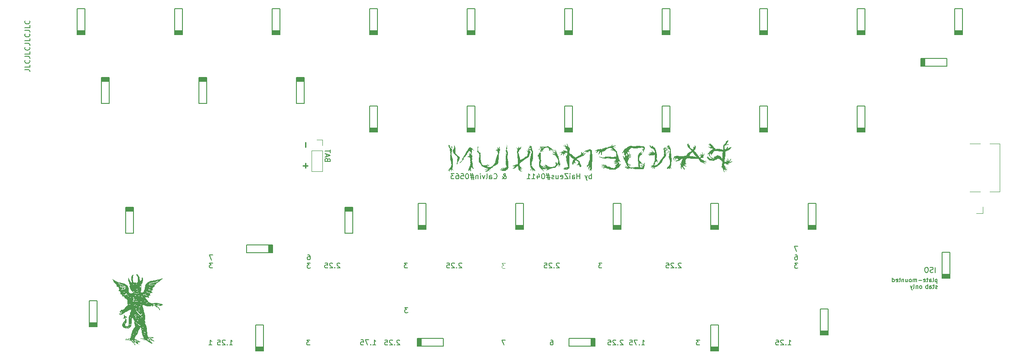
<source format=gbr>
%TF.GenerationSoftware,KiCad,Pcbnew,(7.0.0)*%
%TF.CreationDate,2023-06-07T21:16:20+02:00*%
%TF.ProjectId,pandemonium,70616e64-656d-46f6-9e69-756d2e6b6963,rev?*%
%TF.SameCoordinates,Original*%
%TF.FileFunction,Legend,Bot*%
%TF.FilePolarity,Positive*%
%FSLAX46Y46*%
G04 Gerber Fmt 4.6, Leading zero omitted, Abs format (unit mm)*
G04 Created by KiCad (PCBNEW (7.0.0)) date 2023-06-07 21:16:20*
%MOMM*%
%LPD*%
G01*
G04 APERTURE LIST*
%ADD10C,0.250000*%
%ADD11C,0.150000*%
%ADD12C,0.200000*%
%ADD13C,0.125000*%
%ADD14C,0.120000*%
G04 APERTURE END LIST*
D10*
X88313655Y-59358290D02*
X88313655Y-60310671D01*
D11*
X88799961Y-81316802D02*
X88990437Y-81316802D01*
X88990437Y-81316802D02*
X89085675Y-81364422D01*
X89085675Y-81364422D02*
X89133294Y-81412041D01*
X89133294Y-81412041D02*
X89228532Y-81554898D01*
X89228532Y-81554898D02*
X89276151Y-81745374D01*
X89276151Y-81745374D02*
X89276151Y-82126326D01*
X89276151Y-82126326D02*
X89228532Y-82221564D01*
X89228532Y-82221564D02*
X89180913Y-82269183D01*
X89180913Y-82269183D02*
X89085675Y-82316802D01*
X89085675Y-82316802D02*
X88895199Y-82316802D01*
X88895199Y-82316802D02*
X88799961Y-82269183D01*
X88799961Y-82269183D02*
X88752342Y-82221564D01*
X88752342Y-82221564D02*
X88704723Y-82126326D01*
X88704723Y-82126326D02*
X88704723Y-81888231D01*
X88704723Y-81888231D02*
X88752342Y-81792993D01*
X88752342Y-81792993D02*
X88799961Y-81745374D01*
X88799961Y-81745374D02*
X88895199Y-81697755D01*
X88895199Y-81697755D02*
X89085675Y-81697755D01*
X89085675Y-81697755D02*
X89180913Y-81745374D01*
X89180913Y-81745374D02*
X89228532Y-81792993D01*
X89228532Y-81792993D02*
X89276151Y-81888231D01*
D12*
X144224404Y-66457380D02*
X144224404Y-65457380D01*
X144224404Y-65838333D02*
X144129166Y-65790714D01*
X144129166Y-65790714D02*
X143938690Y-65790714D01*
X143938690Y-65790714D02*
X143843452Y-65838333D01*
X143843452Y-65838333D02*
X143795833Y-65885952D01*
X143795833Y-65885952D02*
X143748214Y-65981190D01*
X143748214Y-65981190D02*
X143748214Y-66266904D01*
X143748214Y-66266904D02*
X143795833Y-66362142D01*
X143795833Y-66362142D02*
X143843452Y-66409761D01*
X143843452Y-66409761D02*
X143938690Y-66457380D01*
X143938690Y-66457380D02*
X144129166Y-66457380D01*
X144129166Y-66457380D02*
X144224404Y-66409761D01*
X143414880Y-65790714D02*
X143176785Y-66457380D01*
X142938690Y-65790714D02*
X143176785Y-66457380D01*
X143176785Y-66457380D02*
X143272023Y-66695476D01*
X143272023Y-66695476D02*
X143319642Y-66743095D01*
X143319642Y-66743095D02*
X143414880Y-66790714D01*
X141957737Y-66457380D02*
X141957737Y-65457380D01*
X141957737Y-65933571D02*
X141386309Y-65933571D01*
X141386309Y-66457380D02*
X141386309Y-65457380D01*
X140481547Y-66457380D02*
X140481547Y-65933571D01*
X140481547Y-65933571D02*
X140529166Y-65838333D01*
X140529166Y-65838333D02*
X140624404Y-65790714D01*
X140624404Y-65790714D02*
X140814880Y-65790714D01*
X140814880Y-65790714D02*
X140910118Y-65838333D01*
X140481547Y-66409761D02*
X140576785Y-66457380D01*
X140576785Y-66457380D02*
X140814880Y-66457380D01*
X140814880Y-66457380D02*
X140910118Y-66409761D01*
X140910118Y-66409761D02*
X140957737Y-66314523D01*
X140957737Y-66314523D02*
X140957737Y-66219285D01*
X140957737Y-66219285D02*
X140910118Y-66124047D01*
X140910118Y-66124047D02*
X140814880Y-66076428D01*
X140814880Y-66076428D02*
X140576785Y-66076428D01*
X140576785Y-66076428D02*
X140481547Y-66028809D01*
X140005356Y-66457380D02*
X140005356Y-65790714D01*
X140005356Y-65457380D02*
X140052975Y-65505000D01*
X140052975Y-65505000D02*
X140005356Y-65552619D01*
X140005356Y-65552619D02*
X139957737Y-65505000D01*
X139957737Y-65505000D02*
X140005356Y-65457380D01*
X140005356Y-65457380D02*
X140005356Y-65552619D01*
X139624404Y-65457380D02*
X138957738Y-65457380D01*
X138957738Y-65457380D02*
X139624404Y-66457380D01*
X139624404Y-66457380D02*
X138957738Y-66457380D01*
X138195833Y-66409761D02*
X138291071Y-66457380D01*
X138291071Y-66457380D02*
X138481547Y-66457380D01*
X138481547Y-66457380D02*
X138576785Y-66409761D01*
X138576785Y-66409761D02*
X138624404Y-66314523D01*
X138624404Y-66314523D02*
X138624404Y-65933571D01*
X138624404Y-65933571D02*
X138576785Y-65838333D01*
X138576785Y-65838333D02*
X138481547Y-65790714D01*
X138481547Y-65790714D02*
X138291071Y-65790714D01*
X138291071Y-65790714D02*
X138195833Y-65838333D01*
X138195833Y-65838333D02*
X138148214Y-65933571D01*
X138148214Y-65933571D02*
X138148214Y-66028809D01*
X138148214Y-66028809D02*
X138624404Y-66124047D01*
X137291071Y-65790714D02*
X137291071Y-66457380D01*
X137719642Y-65790714D02*
X137719642Y-66314523D01*
X137719642Y-66314523D02*
X137672023Y-66409761D01*
X137672023Y-66409761D02*
X137576785Y-66457380D01*
X137576785Y-66457380D02*
X137433928Y-66457380D01*
X137433928Y-66457380D02*
X137338690Y-66409761D01*
X137338690Y-66409761D02*
X137291071Y-66362142D01*
X136862499Y-66409761D02*
X136767261Y-66457380D01*
X136767261Y-66457380D02*
X136576785Y-66457380D01*
X136576785Y-66457380D02*
X136481547Y-66409761D01*
X136481547Y-66409761D02*
X136433928Y-66314523D01*
X136433928Y-66314523D02*
X136433928Y-66266904D01*
X136433928Y-66266904D02*
X136481547Y-66171666D01*
X136481547Y-66171666D02*
X136576785Y-66124047D01*
X136576785Y-66124047D02*
X136719642Y-66124047D01*
X136719642Y-66124047D02*
X136814880Y-66076428D01*
X136814880Y-66076428D02*
X136862499Y-65981190D01*
X136862499Y-65981190D02*
X136862499Y-65933571D01*
X136862499Y-65933571D02*
X136814880Y-65838333D01*
X136814880Y-65838333D02*
X136719642Y-65790714D01*
X136719642Y-65790714D02*
X136576785Y-65790714D01*
X136576785Y-65790714D02*
X136481547Y-65838333D01*
X136052975Y-65790714D02*
X135338690Y-65790714D01*
X135767261Y-65362142D02*
X136052975Y-66647857D01*
X135433928Y-66219285D02*
X136148213Y-66219285D01*
X135719642Y-66647857D02*
X135433928Y-65362142D01*
X134814880Y-65457380D02*
X134719642Y-65457380D01*
X134719642Y-65457380D02*
X134624404Y-65505000D01*
X134624404Y-65505000D02*
X134576785Y-65552619D01*
X134576785Y-65552619D02*
X134529166Y-65647857D01*
X134529166Y-65647857D02*
X134481547Y-65838333D01*
X134481547Y-65838333D02*
X134481547Y-66076428D01*
X134481547Y-66076428D02*
X134529166Y-66266904D01*
X134529166Y-66266904D02*
X134576785Y-66362142D01*
X134576785Y-66362142D02*
X134624404Y-66409761D01*
X134624404Y-66409761D02*
X134719642Y-66457380D01*
X134719642Y-66457380D02*
X134814880Y-66457380D01*
X134814880Y-66457380D02*
X134910118Y-66409761D01*
X134910118Y-66409761D02*
X134957737Y-66362142D01*
X134957737Y-66362142D02*
X135005356Y-66266904D01*
X135005356Y-66266904D02*
X135052975Y-66076428D01*
X135052975Y-66076428D02*
X135052975Y-65838333D01*
X135052975Y-65838333D02*
X135005356Y-65647857D01*
X135005356Y-65647857D02*
X134957737Y-65552619D01*
X134957737Y-65552619D02*
X134910118Y-65505000D01*
X134910118Y-65505000D02*
X134814880Y-65457380D01*
X133624404Y-65790714D02*
X133624404Y-66457380D01*
X133862499Y-65409761D02*
X134100594Y-66124047D01*
X134100594Y-66124047D02*
X133481547Y-66124047D01*
X132576785Y-66457380D02*
X133148213Y-66457380D01*
X132862499Y-66457380D02*
X132862499Y-65457380D01*
X132862499Y-65457380D02*
X132957737Y-65600238D01*
X132957737Y-65600238D02*
X133052975Y-65695476D01*
X133052975Y-65695476D02*
X133148213Y-65743095D01*
X131624404Y-66457380D02*
X132195832Y-66457380D01*
X131910118Y-66457380D02*
X131910118Y-65457380D01*
X131910118Y-65457380D02*
X132005356Y-65600238D01*
X132005356Y-65600238D02*
X132100594Y-65695476D01*
X132100594Y-65695476D02*
X132195832Y-65743095D01*
D13*
X127361072Y-82988700D02*
X126742025Y-82988700D01*
X126742025Y-82988700D02*
X127075358Y-83369653D01*
X127075358Y-83369653D02*
X126932501Y-83369653D01*
X126932501Y-83369653D02*
X126837263Y-83417272D01*
X126837263Y-83417272D02*
X126789644Y-83464891D01*
X126789644Y-83464891D02*
X126742025Y-83560129D01*
X126742025Y-83560129D02*
X126742025Y-83798224D01*
X126742025Y-83798224D02*
X126789644Y-83893462D01*
X126789644Y-83893462D02*
X126837263Y-83941081D01*
X126837263Y-83941081D02*
X126932501Y-83988700D01*
X126932501Y-83988700D02*
X127218215Y-83988700D01*
X127218215Y-83988700D02*
X127313453Y-83941081D01*
X127313453Y-83941081D02*
X127361072Y-83893462D01*
D11*
X127359400Y-98001129D02*
X126692734Y-98001129D01*
X126692734Y-98001129D02*
X127121305Y-99001129D01*
X150384092Y-98096369D02*
X150336473Y-98048750D01*
X150336473Y-98048750D02*
X150241235Y-98001130D01*
X150241235Y-98001130D02*
X150003140Y-98001130D01*
X150003140Y-98001130D02*
X149907902Y-98048750D01*
X149907902Y-98048750D02*
X149860283Y-98096369D01*
X149860283Y-98096369D02*
X149812664Y-98191607D01*
X149812664Y-98191607D02*
X149812664Y-98286845D01*
X149812664Y-98286845D02*
X149860283Y-98429702D01*
X149860283Y-98429702D02*
X150431711Y-99001130D01*
X150431711Y-99001130D02*
X149812664Y-99001130D01*
X149384092Y-98905892D02*
X149336473Y-98953511D01*
X149336473Y-98953511D02*
X149384092Y-99001130D01*
X149384092Y-99001130D02*
X149431711Y-98953511D01*
X149431711Y-98953511D02*
X149384092Y-98905892D01*
X149384092Y-98905892D02*
X149384092Y-99001130D01*
X148955521Y-98096369D02*
X148907902Y-98048750D01*
X148907902Y-98048750D02*
X148812664Y-98001130D01*
X148812664Y-98001130D02*
X148574569Y-98001130D01*
X148574569Y-98001130D02*
X148479331Y-98048750D01*
X148479331Y-98048750D02*
X148431712Y-98096369D01*
X148431712Y-98096369D02*
X148384093Y-98191607D01*
X148384093Y-98191607D02*
X148384093Y-98286845D01*
X148384093Y-98286845D02*
X148431712Y-98429702D01*
X148431712Y-98429702D02*
X149003140Y-99001130D01*
X149003140Y-99001130D02*
X148384093Y-99001130D01*
X147479331Y-98001130D02*
X147955521Y-98001130D01*
X147955521Y-98001130D02*
X148003140Y-98477321D01*
X148003140Y-98477321D02*
X147955521Y-98429702D01*
X147955521Y-98429702D02*
X147860283Y-98382083D01*
X147860283Y-98382083D02*
X147622188Y-98382083D01*
X147622188Y-98382083D02*
X147526950Y-98429702D01*
X147526950Y-98429702D02*
X147479331Y-98477321D01*
X147479331Y-98477321D02*
X147431712Y-98572559D01*
X147431712Y-98572559D02*
X147431712Y-98810654D01*
X147431712Y-98810654D02*
X147479331Y-98905892D01*
X147479331Y-98905892D02*
X147526950Y-98953511D01*
X147526950Y-98953511D02*
X147622188Y-99001130D01*
X147622188Y-99001130D02*
X147860283Y-99001130D01*
X147860283Y-99001130D02*
X147955521Y-98953511D01*
X147955521Y-98953511D02*
X148003140Y-98905892D01*
X165363170Y-98001130D02*
X164744123Y-98001130D01*
X164744123Y-98001130D02*
X165077456Y-98382083D01*
X165077456Y-98382083D02*
X164934599Y-98382083D01*
X164934599Y-98382083D02*
X164839361Y-98429702D01*
X164839361Y-98429702D02*
X164791742Y-98477321D01*
X164791742Y-98477321D02*
X164744123Y-98572559D01*
X164744123Y-98572559D02*
X164744123Y-98810654D01*
X164744123Y-98810654D02*
X164791742Y-98905892D01*
X164791742Y-98905892D02*
X164839361Y-98953511D01*
X164839361Y-98953511D02*
X164934599Y-99001130D01*
X164934599Y-99001130D02*
X165220313Y-99001130D01*
X165220313Y-99001130D02*
X165315551Y-98953511D01*
X165315551Y-98953511D02*
X165363170Y-98905892D01*
X137922023Y-83015119D02*
X137874404Y-82967500D01*
X137874404Y-82967500D02*
X137779166Y-82919880D01*
X137779166Y-82919880D02*
X137541071Y-82919880D01*
X137541071Y-82919880D02*
X137445833Y-82967500D01*
X137445833Y-82967500D02*
X137398214Y-83015119D01*
X137398214Y-83015119D02*
X137350595Y-83110357D01*
X137350595Y-83110357D02*
X137350595Y-83205595D01*
X137350595Y-83205595D02*
X137398214Y-83348452D01*
X137398214Y-83348452D02*
X137969642Y-83919880D01*
X137969642Y-83919880D02*
X137350595Y-83919880D01*
X136922023Y-83824642D02*
X136874404Y-83872261D01*
X136874404Y-83872261D02*
X136922023Y-83919880D01*
X136922023Y-83919880D02*
X136969642Y-83872261D01*
X136969642Y-83872261D02*
X136922023Y-83824642D01*
X136922023Y-83824642D02*
X136922023Y-83919880D01*
X136493452Y-83015119D02*
X136445833Y-82967500D01*
X136445833Y-82967500D02*
X136350595Y-82919880D01*
X136350595Y-82919880D02*
X136112500Y-82919880D01*
X136112500Y-82919880D02*
X136017262Y-82967500D01*
X136017262Y-82967500D02*
X135969643Y-83015119D01*
X135969643Y-83015119D02*
X135922024Y-83110357D01*
X135922024Y-83110357D02*
X135922024Y-83205595D01*
X135922024Y-83205595D02*
X135969643Y-83348452D01*
X135969643Y-83348452D02*
X136541071Y-83919880D01*
X136541071Y-83919880D02*
X135922024Y-83919880D01*
X135017262Y-82919880D02*
X135493452Y-82919880D01*
X135493452Y-82919880D02*
X135541071Y-83396071D01*
X135541071Y-83396071D02*
X135493452Y-83348452D01*
X135493452Y-83348452D02*
X135398214Y-83300833D01*
X135398214Y-83300833D02*
X135160119Y-83300833D01*
X135160119Y-83300833D02*
X135064881Y-83348452D01*
X135064881Y-83348452D02*
X135017262Y-83396071D01*
X135017262Y-83396071D02*
X134969643Y-83491309D01*
X134969643Y-83491309D02*
X134969643Y-83729404D01*
X134969643Y-83729404D02*
X135017262Y-83824642D01*
X135017262Y-83824642D02*
X135064881Y-83872261D01*
X135064881Y-83872261D02*
X135160119Y-83919880D01*
X135160119Y-83919880D02*
X135398214Y-83919880D01*
X135398214Y-83919880D02*
X135493452Y-83872261D01*
X135493452Y-83872261D02*
X135541071Y-83824642D01*
X154019345Y-99001130D02*
X154590773Y-99001130D01*
X154305059Y-99001130D02*
X154305059Y-98001130D01*
X154305059Y-98001130D02*
X154400297Y-98143988D01*
X154400297Y-98143988D02*
X154495535Y-98239226D01*
X154495535Y-98239226D02*
X154590773Y-98286845D01*
X153590773Y-98905892D02*
X153543154Y-98953511D01*
X153543154Y-98953511D02*
X153590773Y-99001130D01*
X153590773Y-99001130D02*
X153638392Y-98953511D01*
X153638392Y-98953511D02*
X153590773Y-98905892D01*
X153590773Y-98905892D02*
X153590773Y-99001130D01*
X153209821Y-98001130D02*
X152543155Y-98001130D01*
X152543155Y-98001130D02*
X152971726Y-99001130D01*
X151686012Y-98001130D02*
X152162202Y-98001130D01*
X152162202Y-98001130D02*
X152209821Y-98477321D01*
X152209821Y-98477321D02*
X152162202Y-98429702D01*
X152162202Y-98429702D02*
X152066964Y-98382083D01*
X152066964Y-98382083D02*
X151828869Y-98382083D01*
X151828869Y-98382083D02*
X151733631Y-98429702D01*
X151733631Y-98429702D02*
X151686012Y-98477321D01*
X151686012Y-98477321D02*
X151638393Y-98572559D01*
X151638393Y-98572559D02*
X151638393Y-98810654D01*
X151638393Y-98810654D02*
X151686012Y-98905892D01*
X151686012Y-98905892D02*
X151733631Y-98953511D01*
X151733631Y-98953511D02*
X151828869Y-99001130D01*
X151828869Y-99001130D02*
X152066964Y-99001130D01*
X152066964Y-99001130D02*
X152162202Y-98953511D01*
X152162202Y-98953511D02*
X152209821Y-98905892D01*
X182594345Y-99001130D02*
X183165773Y-99001130D01*
X182880059Y-99001130D02*
X182880059Y-98001130D01*
X182880059Y-98001130D02*
X182975297Y-98143988D01*
X182975297Y-98143988D02*
X183070535Y-98239226D01*
X183070535Y-98239226D02*
X183165773Y-98286845D01*
X182165773Y-98905892D02*
X182118154Y-98953511D01*
X182118154Y-98953511D02*
X182165773Y-99001130D01*
X182165773Y-99001130D02*
X182213392Y-98953511D01*
X182213392Y-98953511D02*
X182165773Y-98905892D01*
X182165773Y-98905892D02*
X182165773Y-99001130D01*
X181737202Y-98096369D02*
X181689583Y-98048750D01*
X181689583Y-98048750D02*
X181594345Y-98001130D01*
X181594345Y-98001130D02*
X181356250Y-98001130D01*
X181356250Y-98001130D02*
X181261012Y-98048750D01*
X181261012Y-98048750D02*
X181213393Y-98096369D01*
X181213393Y-98096369D02*
X181165774Y-98191607D01*
X181165774Y-98191607D02*
X181165774Y-98286845D01*
X181165774Y-98286845D02*
X181213393Y-98429702D01*
X181213393Y-98429702D02*
X181784821Y-99001130D01*
X181784821Y-99001130D02*
X181165774Y-99001130D01*
X180261012Y-98001130D02*
X180737202Y-98001130D01*
X180737202Y-98001130D02*
X180784821Y-98477321D01*
X180784821Y-98477321D02*
X180737202Y-98429702D01*
X180737202Y-98429702D02*
X180641964Y-98382083D01*
X180641964Y-98382083D02*
X180403869Y-98382083D01*
X180403869Y-98382083D02*
X180308631Y-98429702D01*
X180308631Y-98429702D02*
X180261012Y-98477321D01*
X180261012Y-98477321D02*
X180213393Y-98572559D01*
X180213393Y-98572559D02*
X180213393Y-98810654D01*
X180213393Y-98810654D02*
X180261012Y-98905892D01*
X180261012Y-98905892D02*
X180308631Y-98953511D01*
X180308631Y-98953511D02*
X180403869Y-99001130D01*
X180403869Y-99001130D02*
X180641964Y-99001130D01*
X180641964Y-99001130D02*
X180737202Y-98953511D01*
X180737202Y-98953511D02*
X180784821Y-98905892D01*
X108279718Y-82926002D02*
X107660671Y-82926002D01*
X107660671Y-82926002D02*
X107994004Y-83306955D01*
X107994004Y-83306955D02*
X107851147Y-83306955D01*
X107851147Y-83306955D02*
X107755909Y-83354574D01*
X107755909Y-83354574D02*
X107708290Y-83402193D01*
X107708290Y-83402193D02*
X107660671Y-83497431D01*
X107660671Y-83497431D02*
X107660671Y-83735526D01*
X107660671Y-83735526D02*
X107708290Y-83830764D01*
X107708290Y-83830764D02*
X107755909Y-83878383D01*
X107755909Y-83878383D02*
X107851147Y-83926002D01*
X107851147Y-83926002D02*
X108136861Y-83926002D01*
X108136861Y-83926002D02*
X108232099Y-83878383D01*
X108232099Y-83878383D02*
X108279718Y-83830764D01*
X95059523Y-83015119D02*
X95011904Y-82967500D01*
X95011904Y-82967500D02*
X94916666Y-82919880D01*
X94916666Y-82919880D02*
X94678571Y-82919880D01*
X94678571Y-82919880D02*
X94583333Y-82967500D01*
X94583333Y-82967500D02*
X94535714Y-83015119D01*
X94535714Y-83015119D02*
X94488095Y-83110357D01*
X94488095Y-83110357D02*
X94488095Y-83205595D01*
X94488095Y-83205595D02*
X94535714Y-83348452D01*
X94535714Y-83348452D02*
X95107142Y-83919880D01*
X95107142Y-83919880D02*
X94488095Y-83919880D01*
X94059523Y-83824642D02*
X94011904Y-83872261D01*
X94011904Y-83872261D02*
X94059523Y-83919880D01*
X94059523Y-83919880D02*
X94107142Y-83872261D01*
X94107142Y-83872261D02*
X94059523Y-83824642D01*
X94059523Y-83824642D02*
X94059523Y-83919880D01*
X93630952Y-83015119D02*
X93583333Y-82967500D01*
X93583333Y-82967500D02*
X93488095Y-82919880D01*
X93488095Y-82919880D02*
X93250000Y-82919880D01*
X93250000Y-82919880D02*
X93154762Y-82967500D01*
X93154762Y-82967500D02*
X93107143Y-83015119D01*
X93107143Y-83015119D02*
X93059524Y-83110357D01*
X93059524Y-83110357D02*
X93059524Y-83205595D01*
X93059524Y-83205595D02*
X93107143Y-83348452D01*
X93107143Y-83348452D02*
X93678571Y-83919880D01*
X93678571Y-83919880D02*
X93059524Y-83919880D01*
X92154762Y-82919880D02*
X92630952Y-82919880D01*
X92630952Y-82919880D02*
X92678571Y-83396071D01*
X92678571Y-83396071D02*
X92630952Y-83348452D01*
X92630952Y-83348452D02*
X92535714Y-83300833D01*
X92535714Y-83300833D02*
X92297619Y-83300833D01*
X92297619Y-83300833D02*
X92202381Y-83348452D01*
X92202381Y-83348452D02*
X92154762Y-83396071D01*
X92154762Y-83396071D02*
X92107143Y-83491309D01*
X92107143Y-83491309D02*
X92107143Y-83729404D01*
X92107143Y-83729404D02*
X92154762Y-83824642D01*
X92154762Y-83824642D02*
X92202381Y-83872261D01*
X92202381Y-83872261D02*
X92297619Y-83919880D01*
X92297619Y-83919880D02*
X92535714Y-83919880D01*
X92535714Y-83919880D02*
X92630952Y-83872261D01*
X92630952Y-83872261D02*
X92678571Y-83824642D01*
X73503004Y-99001130D02*
X74074432Y-99001130D01*
X73788718Y-99001130D02*
X73788718Y-98001130D01*
X73788718Y-98001130D02*
X73883956Y-98143988D01*
X73883956Y-98143988D02*
X73979194Y-98239226D01*
X73979194Y-98239226D02*
X74074432Y-98286845D01*
X73074432Y-98905892D02*
X73026813Y-98953511D01*
X73026813Y-98953511D02*
X73074432Y-99001130D01*
X73074432Y-99001130D02*
X73122051Y-98953511D01*
X73122051Y-98953511D02*
X73074432Y-98905892D01*
X73074432Y-98905892D02*
X73074432Y-99001130D01*
X72645861Y-98096369D02*
X72598242Y-98048750D01*
X72598242Y-98048750D02*
X72503004Y-98001130D01*
X72503004Y-98001130D02*
X72264909Y-98001130D01*
X72264909Y-98001130D02*
X72169671Y-98048750D01*
X72169671Y-98048750D02*
X72122052Y-98096369D01*
X72122052Y-98096369D02*
X72074433Y-98191607D01*
X72074433Y-98191607D02*
X72074433Y-98286845D01*
X72074433Y-98286845D02*
X72122052Y-98429702D01*
X72122052Y-98429702D02*
X72693480Y-99001130D01*
X72693480Y-99001130D02*
X72074433Y-99001130D01*
X71169671Y-98001130D02*
X71645861Y-98001130D01*
X71645861Y-98001130D02*
X71693480Y-98477321D01*
X71693480Y-98477321D02*
X71645861Y-98429702D01*
X71645861Y-98429702D02*
X71550623Y-98382083D01*
X71550623Y-98382083D02*
X71312528Y-98382083D01*
X71312528Y-98382083D02*
X71217290Y-98429702D01*
X71217290Y-98429702D02*
X71169671Y-98477321D01*
X71169671Y-98477321D02*
X71122052Y-98572559D01*
X71122052Y-98572559D02*
X71122052Y-98810654D01*
X71122052Y-98810654D02*
X71169671Y-98905892D01*
X71169671Y-98905892D02*
X71217290Y-98953511D01*
X71217290Y-98953511D02*
X71312528Y-99001130D01*
X71312528Y-99001130D02*
X71550623Y-99001130D01*
X71550623Y-99001130D02*
X71645861Y-98953511D01*
X71645861Y-98953511D02*
X71693480Y-98905892D01*
X69452130Y-99001130D02*
X70023558Y-99001130D01*
X69737844Y-99001130D02*
X69737844Y-98001130D01*
X69737844Y-98001130D02*
X69833082Y-98143988D01*
X69833082Y-98143988D02*
X69928320Y-98239226D01*
X69928320Y-98239226D02*
X70023558Y-98286845D01*
X211740773Y-86102821D02*
X211740773Y-86902821D01*
X211740773Y-86140916D02*
X211664583Y-86102821D01*
X211664583Y-86102821D02*
X211512202Y-86102821D01*
X211512202Y-86102821D02*
X211436011Y-86140916D01*
X211436011Y-86140916D02*
X211397916Y-86179011D01*
X211397916Y-86179011D02*
X211359821Y-86255202D01*
X211359821Y-86255202D02*
X211359821Y-86483773D01*
X211359821Y-86483773D02*
X211397916Y-86559964D01*
X211397916Y-86559964D02*
X211436011Y-86598059D01*
X211436011Y-86598059D02*
X211512202Y-86636154D01*
X211512202Y-86636154D02*
X211664583Y-86636154D01*
X211664583Y-86636154D02*
X211740773Y-86598059D01*
X210902678Y-86636154D02*
X210978868Y-86598059D01*
X210978868Y-86598059D02*
X211016963Y-86521869D01*
X211016963Y-86521869D02*
X211016963Y-85836154D01*
X210255058Y-86636154D02*
X210255058Y-86217107D01*
X210255058Y-86217107D02*
X210293153Y-86140916D01*
X210293153Y-86140916D02*
X210369344Y-86102821D01*
X210369344Y-86102821D02*
X210521725Y-86102821D01*
X210521725Y-86102821D02*
X210597915Y-86140916D01*
X210255058Y-86598059D02*
X210331249Y-86636154D01*
X210331249Y-86636154D02*
X210521725Y-86636154D01*
X210521725Y-86636154D02*
X210597915Y-86598059D01*
X210597915Y-86598059D02*
X210636011Y-86521869D01*
X210636011Y-86521869D02*
X210636011Y-86445678D01*
X210636011Y-86445678D02*
X210597915Y-86369488D01*
X210597915Y-86369488D02*
X210521725Y-86331392D01*
X210521725Y-86331392D02*
X210331249Y-86331392D01*
X210331249Y-86331392D02*
X210255058Y-86293297D01*
X209988391Y-86102821D02*
X209683629Y-86102821D01*
X209874105Y-85836154D02*
X209874105Y-86521869D01*
X209874105Y-86521869D02*
X209836010Y-86598059D01*
X209836010Y-86598059D02*
X209759820Y-86636154D01*
X209759820Y-86636154D02*
X209683629Y-86636154D01*
X209112200Y-86598059D02*
X209188391Y-86636154D01*
X209188391Y-86636154D02*
X209340772Y-86636154D01*
X209340772Y-86636154D02*
X209416962Y-86598059D01*
X209416962Y-86598059D02*
X209455058Y-86521869D01*
X209455058Y-86521869D02*
X209455058Y-86217107D01*
X209455058Y-86217107D02*
X209416962Y-86140916D01*
X209416962Y-86140916D02*
X209340772Y-86102821D01*
X209340772Y-86102821D02*
X209188391Y-86102821D01*
X209188391Y-86102821D02*
X209112200Y-86140916D01*
X209112200Y-86140916D02*
X209074105Y-86217107D01*
X209074105Y-86217107D02*
X209074105Y-86293297D01*
X209074105Y-86293297D02*
X209455058Y-86369488D01*
X208731248Y-86331392D02*
X208121725Y-86331392D01*
X207740772Y-86636154D02*
X207740772Y-86102821D01*
X207740772Y-86179011D02*
X207702677Y-86140916D01*
X207702677Y-86140916D02*
X207626487Y-86102821D01*
X207626487Y-86102821D02*
X207512201Y-86102821D01*
X207512201Y-86102821D02*
X207436010Y-86140916D01*
X207436010Y-86140916D02*
X207397915Y-86217107D01*
X207397915Y-86217107D02*
X207397915Y-86636154D01*
X207397915Y-86217107D02*
X207359820Y-86140916D01*
X207359820Y-86140916D02*
X207283629Y-86102821D01*
X207283629Y-86102821D02*
X207169344Y-86102821D01*
X207169344Y-86102821D02*
X207093153Y-86140916D01*
X207093153Y-86140916D02*
X207055058Y-86217107D01*
X207055058Y-86217107D02*
X207055058Y-86636154D01*
X206559820Y-86636154D02*
X206636010Y-86598059D01*
X206636010Y-86598059D02*
X206674105Y-86559964D01*
X206674105Y-86559964D02*
X206712201Y-86483773D01*
X206712201Y-86483773D02*
X206712201Y-86255202D01*
X206712201Y-86255202D02*
X206674105Y-86179011D01*
X206674105Y-86179011D02*
X206636010Y-86140916D01*
X206636010Y-86140916D02*
X206559820Y-86102821D01*
X206559820Y-86102821D02*
X206445534Y-86102821D01*
X206445534Y-86102821D02*
X206369343Y-86140916D01*
X206369343Y-86140916D02*
X206331248Y-86179011D01*
X206331248Y-86179011D02*
X206293153Y-86255202D01*
X206293153Y-86255202D02*
X206293153Y-86483773D01*
X206293153Y-86483773D02*
X206331248Y-86559964D01*
X206331248Y-86559964D02*
X206369343Y-86598059D01*
X206369343Y-86598059D02*
X206445534Y-86636154D01*
X206445534Y-86636154D02*
X206559820Y-86636154D01*
X205607438Y-86102821D02*
X205607438Y-86636154D01*
X205950295Y-86102821D02*
X205950295Y-86521869D01*
X205950295Y-86521869D02*
X205912200Y-86598059D01*
X205912200Y-86598059D02*
X205836010Y-86636154D01*
X205836010Y-86636154D02*
X205721724Y-86636154D01*
X205721724Y-86636154D02*
X205645533Y-86598059D01*
X205645533Y-86598059D02*
X205607438Y-86559964D01*
X205226485Y-86102821D02*
X205226485Y-86636154D01*
X205226485Y-86179011D02*
X205188390Y-86140916D01*
X205188390Y-86140916D02*
X205112200Y-86102821D01*
X205112200Y-86102821D02*
X204997914Y-86102821D01*
X204997914Y-86102821D02*
X204921723Y-86140916D01*
X204921723Y-86140916D02*
X204883628Y-86217107D01*
X204883628Y-86217107D02*
X204883628Y-86636154D01*
X204616961Y-86102821D02*
X204312199Y-86102821D01*
X204502675Y-85836154D02*
X204502675Y-86521869D01*
X204502675Y-86521869D02*
X204464580Y-86598059D01*
X204464580Y-86598059D02*
X204388390Y-86636154D01*
X204388390Y-86636154D02*
X204312199Y-86636154D01*
X203740770Y-86598059D02*
X203816961Y-86636154D01*
X203816961Y-86636154D02*
X203969342Y-86636154D01*
X203969342Y-86636154D02*
X204045532Y-86598059D01*
X204045532Y-86598059D02*
X204083628Y-86521869D01*
X204083628Y-86521869D02*
X204083628Y-86217107D01*
X204083628Y-86217107D02*
X204045532Y-86140916D01*
X204045532Y-86140916D02*
X203969342Y-86102821D01*
X203969342Y-86102821D02*
X203816961Y-86102821D01*
X203816961Y-86102821D02*
X203740770Y-86140916D01*
X203740770Y-86140916D02*
X203702675Y-86217107D01*
X203702675Y-86217107D02*
X203702675Y-86293297D01*
X203702675Y-86293297D02*
X204083628Y-86369488D01*
X203016961Y-86636154D02*
X203016961Y-85836154D01*
X203016961Y-86598059D02*
X203093152Y-86636154D01*
X203093152Y-86636154D02*
X203245533Y-86636154D01*
X203245533Y-86636154D02*
X203321723Y-86598059D01*
X203321723Y-86598059D02*
X203359818Y-86559964D01*
X203359818Y-86559964D02*
X203397914Y-86483773D01*
X203397914Y-86483773D02*
X203397914Y-86255202D01*
X203397914Y-86255202D02*
X203359818Y-86179011D01*
X203359818Y-86179011D02*
X203321723Y-86140916D01*
X203321723Y-86140916D02*
X203245533Y-86102821D01*
X203245533Y-86102821D02*
X203093152Y-86102821D01*
X203093152Y-86102821D02*
X203016961Y-86140916D01*
X211778869Y-87894059D02*
X211702678Y-87932154D01*
X211702678Y-87932154D02*
X211550297Y-87932154D01*
X211550297Y-87932154D02*
X211474107Y-87894059D01*
X211474107Y-87894059D02*
X211436011Y-87817869D01*
X211436011Y-87817869D02*
X211436011Y-87779773D01*
X211436011Y-87779773D02*
X211474107Y-87703583D01*
X211474107Y-87703583D02*
X211550297Y-87665488D01*
X211550297Y-87665488D02*
X211664583Y-87665488D01*
X211664583Y-87665488D02*
X211740773Y-87627392D01*
X211740773Y-87627392D02*
X211778869Y-87551202D01*
X211778869Y-87551202D02*
X211778869Y-87513107D01*
X211778869Y-87513107D02*
X211740773Y-87436916D01*
X211740773Y-87436916D02*
X211664583Y-87398821D01*
X211664583Y-87398821D02*
X211550297Y-87398821D01*
X211550297Y-87398821D02*
X211474107Y-87436916D01*
X211207440Y-87398821D02*
X210902678Y-87398821D01*
X211093154Y-87132154D02*
X211093154Y-87817869D01*
X211093154Y-87817869D02*
X211055059Y-87894059D01*
X211055059Y-87894059D02*
X210978869Y-87932154D01*
X210978869Y-87932154D02*
X210902678Y-87932154D01*
X210293154Y-87932154D02*
X210293154Y-87513107D01*
X210293154Y-87513107D02*
X210331249Y-87436916D01*
X210331249Y-87436916D02*
X210407440Y-87398821D01*
X210407440Y-87398821D02*
X210559821Y-87398821D01*
X210559821Y-87398821D02*
X210636011Y-87436916D01*
X210293154Y-87894059D02*
X210369345Y-87932154D01*
X210369345Y-87932154D02*
X210559821Y-87932154D01*
X210559821Y-87932154D02*
X210636011Y-87894059D01*
X210636011Y-87894059D02*
X210674107Y-87817869D01*
X210674107Y-87817869D02*
X210674107Y-87741678D01*
X210674107Y-87741678D02*
X210636011Y-87665488D01*
X210636011Y-87665488D02*
X210559821Y-87627392D01*
X210559821Y-87627392D02*
X210369345Y-87627392D01*
X210369345Y-87627392D02*
X210293154Y-87589297D01*
X209912201Y-87932154D02*
X209912201Y-87132154D01*
X209912201Y-87436916D02*
X209836011Y-87398821D01*
X209836011Y-87398821D02*
X209683630Y-87398821D01*
X209683630Y-87398821D02*
X209607439Y-87436916D01*
X209607439Y-87436916D02*
X209569344Y-87475011D01*
X209569344Y-87475011D02*
X209531249Y-87551202D01*
X209531249Y-87551202D02*
X209531249Y-87779773D01*
X209531249Y-87779773D02*
X209569344Y-87855964D01*
X209569344Y-87855964D02*
X209607439Y-87894059D01*
X209607439Y-87894059D02*
X209683630Y-87932154D01*
X209683630Y-87932154D02*
X209836011Y-87932154D01*
X209836011Y-87932154D02*
X209912201Y-87894059D01*
X208594106Y-87932154D02*
X208670296Y-87894059D01*
X208670296Y-87894059D02*
X208708391Y-87855964D01*
X208708391Y-87855964D02*
X208746487Y-87779773D01*
X208746487Y-87779773D02*
X208746487Y-87551202D01*
X208746487Y-87551202D02*
X208708391Y-87475011D01*
X208708391Y-87475011D02*
X208670296Y-87436916D01*
X208670296Y-87436916D02*
X208594106Y-87398821D01*
X208594106Y-87398821D02*
X208479820Y-87398821D01*
X208479820Y-87398821D02*
X208403629Y-87436916D01*
X208403629Y-87436916D02*
X208365534Y-87475011D01*
X208365534Y-87475011D02*
X208327439Y-87551202D01*
X208327439Y-87551202D02*
X208327439Y-87779773D01*
X208327439Y-87779773D02*
X208365534Y-87855964D01*
X208365534Y-87855964D02*
X208403629Y-87894059D01*
X208403629Y-87894059D02*
X208479820Y-87932154D01*
X208479820Y-87932154D02*
X208594106Y-87932154D01*
X207984581Y-87398821D02*
X207984581Y-87932154D01*
X207984581Y-87475011D02*
X207946486Y-87436916D01*
X207946486Y-87436916D02*
X207870296Y-87398821D01*
X207870296Y-87398821D02*
X207756010Y-87398821D01*
X207756010Y-87398821D02*
X207679819Y-87436916D01*
X207679819Y-87436916D02*
X207641724Y-87513107D01*
X207641724Y-87513107D02*
X207641724Y-87932154D01*
X207146486Y-87932154D02*
X207222676Y-87894059D01*
X207222676Y-87894059D02*
X207260771Y-87817869D01*
X207260771Y-87817869D02*
X207260771Y-87132154D01*
X206917914Y-87398821D02*
X206727438Y-87932154D01*
X206536961Y-87398821D02*
X206727438Y-87932154D01*
X206727438Y-87932154D02*
X206803628Y-88122630D01*
X206803628Y-88122630D02*
X206841723Y-88160726D01*
X206841723Y-88160726D02*
X206917914Y-88198821D01*
X146245818Y-82919879D02*
X145626771Y-82919879D01*
X145626771Y-82919879D02*
X145960104Y-83300832D01*
X145960104Y-83300832D02*
X145817247Y-83300832D01*
X145817247Y-83300832D02*
X145722009Y-83348451D01*
X145722009Y-83348451D02*
X145674390Y-83396070D01*
X145674390Y-83396070D02*
X145626771Y-83491308D01*
X145626771Y-83491308D02*
X145626771Y-83729403D01*
X145626771Y-83729403D02*
X145674390Y-83824641D01*
X145674390Y-83824641D02*
X145722009Y-83872260D01*
X145722009Y-83872260D02*
X145817247Y-83919879D01*
X145817247Y-83919879D02*
X146102961Y-83919879D01*
X146102961Y-83919879D02*
X146198199Y-83872260D01*
X146198199Y-83872260D02*
X146245818Y-83824641D01*
X70224897Y-81332379D02*
X69558231Y-81332379D01*
X69558231Y-81332379D02*
X69986802Y-82332379D01*
X136254059Y-98001129D02*
X136444535Y-98001129D01*
X136444535Y-98001129D02*
X136539773Y-98048749D01*
X136539773Y-98048749D02*
X136587392Y-98096368D01*
X136587392Y-98096368D02*
X136682630Y-98239225D01*
X136682630Y-98239225D02*
X136730249Y-98429701D01*
X136730249Y-98429701D02*
X136730249Y-98810653D01*
X136730249Y-98810653D02*
X136682630Y-98905891D01*
X136682630Y-98905891D02*
X136635011Y-98953510D01*
X136635011Y-98953510D02*
X136539773Y-99001129D01*
X136539773Y-99001129D02*
X136349297Y-99001129D01*
X136349297Y-99001129D02*
X136254059Y-98953510D01*
X136254059Y-98953510D02*
X136206440Y-98905891D01*
X136206440Y-98905891D02*
X136158821Y-98810653D01*
X136158821Y-98810653D02*
X136158821Y-98572558D01*
X136158821Y-98572558D02*
X136206440Y-98477320D01*
X136206440Y-98477320D02*
X136254059Y-98429701D01*
X136254059Y-98429701D02*
X136349297Y-98382082D01*
X136349297Y-98382082D02*
X136539773Y-98382082D01*
X136539773Y-98382082D02*
X136635011Y-98429701D01*
X136635011Y-98429701D02*
X136682630Y-98477320D01*
X136682630Y-98477320D02*
X136730249Y-98572558D01*
X118872023Y-83015119D02*
X118824404Y-82967500D01*
X118824404Y-82967500D02*
X118729166Y-82919880D01*
X118729166Y-82919880D02*
X118491071Y-82919880D01*
X118491071Y-82919880D02*
X118395833Y-82967500D01*
X118395833Y-82967500D02*
X118348214Y-83015119D01*
X118348214Y-83015119D02*
X118300595Y-83110357D01*
X118300595Y-83110357D02*
X118300595Y-83205595D01*
X118300595Y-83205595D02*
X118348214Y-83348452D01*
X118348214Y-83348452D02*
X118919642Y-83919880D01*
X118919642Y-83919880D02*
X118300595Y-83919880D01*
X117872023Y-83824642D02*
X117824404Y-83872261D01*
X117824404Y-83872261D02*
X117872023Y-83919880D01*
X117872023Y-83919880D02*
X117919642Y-83872261D01*
X117919642Y-83872261D02*
X117872023Y-83824642D01*
X117872023Y-83824642D02*
X117872023Y-83919880D01*
X117443452Y-83015119D02*
X117395833Y-82967500D01*
X117395833Y-82967500D02*
X117300595Y-82919880D01*
X117300595Y-82919880D02*
X117062500Y-82919880D01*
X117062500Y-82919880D02*
X116967262Y-82967500D01*
X116967262Y-82967500D02*
X116919643Y-83015119D01*
X116919643Y-83015119D02*
X116872024Y-83110357D01*
X116872024Y-83110357D02*
X116872024Y-83205595D01*
X116872024Y-83205595D02*
X116919643Y-83348452D01*
X116919643Y-83348452D02*
X117491071Y-83919880D01*
X117491071Y-83919880D02*
X116872024Y-83919880D01*
X115967262Y-82919880D02*
X116443452Y-82919880D01*
X116443452Y-82919880D02*
X116491071Y-83396071D01*
X116491071Y-83396071D02*
X116443452Y-83348452D01*
X116443452Y-83348452D02*
X116348214Y-83300833D01*
X116348214Y-83300833D02*
X116110119Y-83300833D01*
X116110119Y-83300833D02*
X116014881Y-83348452D01*
X116014881Y-83348452D02*
X115967262Y-83396071D01*
X115967262Y-83396071D02*
X115919643Y-83491309D01*
X115919643Y-83491309D02*
X115919643Y-83729404D01*
X115919643Y-83729404D02*
X115967262Y-83824642D01*
X115967262Y-83824642D02*
X116014881Y-83872261D01*
X116014881Y-83872261D02*
X116110119Y-83919880D01*
X116110119Y-83919880D02*
X116348214Y-83919880D01*
X116348214Y-83919880D02*
X116443452Y-83872261D01*
X116443452Y-83872261D02*
X116491071Y-83824642D01*
X106753780Y-98096369D02*
X106706161Y-98048750D01*
X106706161Y-98048750D02*
X106610923Y-98001130D01*
X106610923Y-98001130D02*
X106372828Y-98001130D01*
X106372828Y-98001130D02*
X106277590Y-98048750D01*
X106277590Y-98048750D02*
X106229971Y-98096369D01*
X106229971Y-98096369D02*
X106182352Y-98191607D01*
X106182352Y-98191607D02*
X106182352Y-98286845D01*
X106182352Y-98286845D02*
X106229971Y-98429702D01*
X106229971Y-98429702D02*
X106801399Y-99001130D01*
X106801399Y-99001130D02*
X106182352Y-99001130D01*
X105753780Y-98905892D02*
X105706161Y-98953511D01*
X105706161Y-98953511D02*
X105753780Y-99001130D01*
X105753780Y-99001130D02*
X105801399Y-98953511D01*
X105801399Y-98953511D02*
X105753780Y-98905892D01*
X105753780Y-98905892D02*
X105753780Y-99001130D01*
X105325209Y-98096369D02*
X105277590Y-98048750D01*
X105277590Y-98048750D02*
X105182352Y-98001130D01*
X105182352Y-98001130D02*
X104944257Y-98001130D01*
X104944257Y-98001130D02*
X104849019Y-98048750D01*
X104849019Y-98048750D02*
X104801400Y-98096369D01*
X104801400Y-98096369D02*
X104753781Y-98191607D01*
X104753781Y-98191607D02*
X104753781Y-98286845D01*
X104753781Y-98286845D02*
X104801400Y-98429702D01*
X104801400Y-98429702D02*
X105372828Y-99001130D01*
X105372828Y-99001130D02*
X104753781Y-99001130D01*
X103849019Y-98001130D02*
X104325209Y-98001130D01*
X104325209Y-98001130D02*
X104372828Y-98477321D01*
X104372828Y-98477321D02*
X104325209Y-98429702D01*
X104325209Y-98429702D02*
X104229971Y-98382083D01*
X104229971Y-98382083D02*
X103991876Y-98382083D01*
X103991876Y-98382083D02*
X103896638Y-98429702D01*
X103896638Y-98429702D02*
X103849019Y-98477321D01*
X103849019Y-98477321D02*
X103801400Y-98572559D01*
X103801400Y-98572559D02*
X103801400Y-98810654D01*
X103801400Y-98810654D02*
X103849019Y-98905892D01*
X103849019Y-98905892D02*
X103896638Y-98953511D01*
X103896638Y-98953511D02*
X103991876Y-99001130D01*
X103991876Y-99001130D02*
X104229971Y-99001130D01*
X104229971Y-99001130D02*
X104325209Y-98953511D01*
X104325209Y-98953511D02*
X104372828Y-98905892D01*
D12*
X92700609Y-62725433D02*
X92652990Y-62582576D01*
X92652990Y-62582576D02*
X92605371Y-62534957D01*
X92605371Y-62534957D02*
X92510133Y-62487338D01*
X92510133Y-62487338D02*
X92367276Y-62487338D01*
X92367276Y-62487338D02*
X92272038Y-62534957D01*
X92272038Y-62534957D02*
X92224419Y-62582576D01*
X92224419Y-62582576D02*
X92176800Y-62677814D01*
X92176800Y-62677814D02*
X92176800Y-63058766D01*
X92176800Y-63058766D02*
X93176800Y-63058766D01*
X93176800Y-63058766D02*
X93176800Y-62725433D01*
X93176800Y-62725433D02*
X93129181Y-62630195D01*
X93129181Y-62630195D02*
X93081561Y-62582576D01*
X93081561Y-62582576D02*
X92986323Y-62534957D01*
X92986323Y-62534957D02*
X92891085Y-62534957D01*
X92891085Y-62534957D02*
X92795847Y-62582576D01*
X92795847Y-62582576D02*
X92748228Y-62630195D01*
X92748228Y-62630195D02*
X92700609Y-62725433D01*
X92700609Y-62725433D02*
X92700609Y-63058766D01*
X92462514Y-62106385D02*
X92462514Y-61630195D01*
X92176800Y-62201623D02*
X93176800Y-61868290D01*
X93176800Y-61868290D02*
X92176800Y-61534957D01*
X93176800Y-61344480D02*
X93176800Y-60773052D01*
X92176800Y-61058766D02*
X93176800Y-61058766D01*
D11*
X101484655Y-98975410D02*
X102056083Y-98975410D01*
X101770369Y-98975410D02*
X101770369Y-97975410D01*
X101770369Y-97975410D02*
X101865607Y-98118268D01*
X101865607Y-98118268D02*
X101960845Y-98213506D01*
X101960845Y-98213506D02*
X102056083Y-98261125D01*
X101056083Y-98880172D02*
X101008464Y-98927791D01*
X101008464Y-98927791D02*
X101056083Y-98975410D01*
X101056083Y-98975410D02*
X101103702Y-98927791D01*
X101103702Y-98927791D02*
X101056083Y-98880172D01*
X101056083Y-98880172D02*
X101056083Y-98975410D01*
X100675131Y-97975410D02*
X100008465Y-97975410D01*
X100008465Y-97975410D02*
X100437036Y-98975410D01*
X99151322Y-97975410D02*
X99627512Y-97975410D01*
X99627512Y-97975410D02*
X99675131Y-98451601D01*
X99675131Y-98451601D02*
X99627512Y-98403982D01*
X99627512Y-98403982D02*
X99532274Y-98356363D01*
X99532274Y-98356363D02*
X99294179Y-98356363D01*
X99294179Y-98356363D02*
X99198941Y-98403982D01*
X99198941Y-98403982D02*
X99151322Y-98451601D01*
X99151322Y-98451601D02*
X99103703Y-98546839D01*
X99103703Y-98546839D02*
X99103703Y-98784934D01*
X99103703Y-98784934D02*
X99151322Y-98880172D01*
X99151322Y-98880172D02*
X99198941Y-98927791D01*
X99198941Y-98927791D02*
X99294179Y-98975410D01*
X99294179Y-98975410D02*
X99532274Y-98975410D01*
X99532274Y-98975410D02*
X99627512Y-98927791D01*
X99627512Y-98927791D02*
X99675131Y-98880172D01*
X70211072Y-82926002D02*
X69592025Y-82926002D01*
X69592025Y-82926002D02*
X69925358Y-83306955D01*
X69925358Y-83306955D02*
X69782501Y-83306955D01*
X69782501Y-83306955D02*
X69687263Y-83354574D01*
X69687263Y-83354574D02*
X69639644Y-83402193D01*
X69639644Y-83402193D02*
X69592025Y-83497431D01*
X69592025Y-83497431D02*
X69592025Y-83735526D01*
X69592025Y-83735526D02*
X69639644Y-83830764D01*
X69639644Y-83830764D02*
X69687263Y-83878383D01*
X69687263Y-83878383D02*
X69782501Y-83926002D01*
X69782501Y-83926002D02*
X70068215Y-83926002D01*
X70068215Y-83926002D02*
X70163453Y-83878383D01*
X70163453Y-83878383D02*
X70211072Y-83830764D01*
D10*
X88798543Y-63879372D02*
X87846163Y-63879372D01*
X88322353Y-64355563D02*
X88322353Y-63403182D01*
D11*
X89214565Y-98001130D02*
X88595518Y-98001130D01*
X88595518Y-98001130D02*
X88928851Y-98382083D01*
X88928851Y-98382083D02*
X88785994Y-98382083D01*
X88785994Y-98382083D02*
X88690756Y-98429702D01*
X88690756Y-98429702D02*
X88643137Y-98477321D01*
X88643137Y-98477321D02*
X88595518Y-98572559D01*
X88595518Y-98572559D02*
X88595518Y-98810654D01*
X88595518Y-98810654D02*
X88643137Y-98905892D01*
X88643137Y-98905892D02*
X88690756Y-98953511D01*
X88690756Y-98953511D02*
X88785994Y-99001130D01*
X88785994Y-99001130D02*
X89071708Y-99001130D01*
X89071708Y-99001130D02*
X89166946Y-98953511D01*
X89166946Y-98953511D02*
X89214565Y-98905892D01*
X108342293Y-91662590D02*
X107723246Y-91662590D01*
X107723246Y-91662590D02*
X108056579Y-92043543D01*
X108056579Y-92043543D02*
X107913722Y-92043543D01*
X107913722Y-92043543D02*
X107818484Y-92091162D01*
X107818484Y-92091162D02*
X107770865Y-92138781D01*
X107770865Y-92138781D02*
X107723246Y-92234019D01*
X107723246Y-92234019D02*
X107723246Y-92472114D01*
X107723246Y-92472114D02*
X107770865Y-92567352D01*
X107770865Y-92567352D02*
X107818484Y-92614971D01*
X107818484Y-92614971D02*
X107913722Y-92662590D01*
X107913722Y-92662590D02*
X108199436Y-92662590D01*
X108199436Y-92662590D02*
X108294674Y-92614971D01*
X108294674Y-92614971D02*
X108342293Y-92567352D01*
X211382003Y-84785005D02*
X211382003Y-83785005D01*
X210953432Y-84737386D02*
X210810575Y-84785005D01*
X210810575Y-84785005D02*
X210572480Y-84785005D01*
X210572480Y-84785005D02*
X210477242Y-84737386D01*
X210477242Y-84737386D02*
X210429623Y-84689767D01*
X210429623Y-84689767D02*
X210382004Y-84594529D01*
X210382004Y-84594529D02*
X210382004Y-84499291D01*
X210382004Y-84499291D02*
X210429623Y-84404053D01*
X210429623Y-84404053D02*
X210477242Y-84356434D01*
X210477242Y-84356434D02*
X210572480Y-84308815D01*
X210572480Y-84308815D02*
X210762956Y-84261196D01*
X210762956Y-84261196D02*
X210858194Y-84213577D01*
X210858194Y-84213577D02*
X210905813Y-84165958D01*
X210905813Y-84165958D02*
X210953432Y-84070720D01*
X210953432Y-84070720D02*
X210953432Y-83975482D01*
X210953432Y-83975482D02*
X210905813Y-83880244D01*
X210905813Y-83880244D02*
X210858194Y-83832625D01*
X210858194Y-83832625D02*
X210762956Y-83785005D01*
X210762956Y-83785005D02*
X210524861Y-83785005D01*
X210524861Y-83785005D02*
X210382004Y-83832625D01*
X209762956Y-83785005D02*
X209572480Y-83785005D01*
X209572480Y-83785005D02*
X209477242Y-83832625D01*
X209477242Y-83832625D02*
X209382004Y-83927863D01*
X209382004Y-83927863D02*
X209334385Y-84118339D01*
X209334385Y-84118339D02*
X209334385Y-84451672D01*
X209334385Y-84451672D02*
X209382004Y-84642148D01*
X209382004Y-84642148D02*
X209477242Y-84737386D01*
X209477242Y-84737386D02*
X209572480Y-84785005D01*
X209572480Y-84785005D02*
X209762956Y-84785005D01*
X209762956Y-84785005D02*
X209858194Y-84737386D01*
X209858194Y-84737386D02*
X209953432Y-84642148D01*
X209953432Y-84642148D02*
X210001051Y-84451672D01*
X210001051Y-84451672D02*
X210001051Y-84118339D01*
X210001051Y-84118339D02*
X209953432Y-83927863D01*
X209953432Y-83927863D02*
X209858194Y-83832625D01*
X209858194Y-83832625D02*
X209762956Y-83785005D01*
X184001514Y-81332379D02*
X184191990Y-81332379D01*
X184191990Y-81332379D02*
X184287228Y-81379999D01*
X184287228Y-81379999D02*
X184334847Y-81427618D01*
X184334847Y-81427618D02*
X184430085Y-81570475D01*
X184430085Y-81570475D02*
X184477704Y-81760951D01*
X184477704Y-81760951D02*
X184477704Y-82141903D01*
X184477704Y-82141903D02*
X184430085Y-82237141D01*
X184430085Y-82237141D02*
X184382466Y-82284760D01*
X184382466Y-82284760D02*
X184287228Y-82332379D01*
X184287228Y-82332379D02*
X184096752Y-82332379D01*
X184096752Y-82332379D02*
X184001514Y-82284760D01*
X184001514Y-82284760D02*
X183953895Y-82237141D01*
X183953895Y-82237141D02*
X183906276Y-82141903D01*
X183906276Y-82141903D02*
X183906276Y-81903808D01*
X183906276Y-81903808D02*
X183953895Y-81808570D01*
X183953895Y-81808570D02*
X184001514Y-81760951D01*
X184001514Y-81760951D02*
X184096752Y-81713332D01*
X184096752Y-81713332D02*
X184287228Y-81713332D01*
X184287228Y-81713332D02*
X184382466Y-81760951D01*
X184382466Y-81760951D02*
X184430085Y-81808570D01*
X184430085Y-81808570D02*
X184477704Y-81903808D01*
X89292427Y-82936192D02*
X88673380Y-82936192D01*
X88673380Y-82936192D02*
X89006713Y-83317145D01*
X89006713Y-83317145D02*
X88863856Y-83317145D01*
X88863856Y-83317145D02*
X88768618Y-83364764D01*
X88768618Y-83364764D02*
X88720999Y-83412383D01*
X88720999Y-83412383D02*
X88673380Y-83507621D01*
X88673380Y-83507621D02*
X88673380Y-83745716D01*
X88673380Y-83745716D02*
X88720999Y-83840954D01*
X88720999Y-83840954D02*
X88768618Y-83888573D01*
X88768618Y-83888573D02*
X88863856Y-83936192D01*
X88863856Y-83936192D02*
X89149570Y-83936192D01*
X89149570Y-83936192D02*
X89244808Y-83888573D01*
X89244808Y-83888573D02*
X89292427Y-83840954D01*
D12*
X126746130Y-66457380D02*
X126793750Y-66457380D01*
X126793750Y-66457380D02*
X126888988Y-66409761D01*
X126888988Y-66409761D02*
X127031845Y-66266904D01*
X127031845Y-66266904D02*
X127269940Y-65981190D01*
X127269940Y-65981190D02*
X127365178Y-65838333D01*
X127365178Y-65838333D02*
X127412797Y-65695476D01*
X127412797Y-65695476D02*
X127412797Y-65600238D01*
X127412797Y-65600238D02*
X127365178Y-65505000D01*
X127365178Y-65505000D02*
X127269940Y-65457380D01*
X127269940Y-65457380D02*
X127222321Y-65457380D01*
X127222321Y-65457380D02*
X127127083Y-65505000D01*
X127127083Y-65505000D02*
X127079464Y-65600238D01*
X127079464Y-65600238D02*
X127079464Y-65647857D01*
X127079464Y-65647857D02*
X127127083Y-65743095D01*
X127127083Y-65743095D02*
X127174702Y-65790714D01*
X127174702Y-65790714D02*
X127460416Y-65981190D01*
X127460416Y-65981190D02*
X127508035Y-66028809D01*
X127508035Y-66028809D02*
X127555654Y-66124047D01*
X127555654Y-66124047D02*
X127555654Y-66266904D01*
X127555654Y-66266904D02*
X127508035Y-66362142D01*
X127508035Y-66362142D02*
X127460416Y-66409761D01*
X127460416Y-66409761D02*
X127365178Y-66457380D01*
X127365178Y-66457380D02*
X127222321Y-66457380D01*
X127222321Y-66457380D02*
X127127083Y-66409761D01*
X127127083Y-66409761D02*
X127079464Y-66362142D01*
X127079464Y-66362142D02*
X126936607Y-66171666D01*
X126936607Y-66171666D02*
X126888988Y-66028809D01*
X126888988Y-66028809D02*
X126888988Y-65933571D01*
X125146131Y-66362142D02*
X125193750Y-66409761D01*
X125193750Y-66409761D02*
X125336607Y-66457380D01*
X125336607Y-66457380D02*
X125431845Y-66457380D01*
X125431845Y-66457380D02*
X125574702Y-66409761D01*
X125574702Y-66409761D02*
X125669940Y-66314523D01*
X125669940Y-66314523D02*
X125717559Y-66219285D01*
X125717559Y-66219285D02*
X125765178Y-66028809D01*
X125765178Y-66028809D02*
X125765178Y-65885952D01*
X125765178Y-65885952D02*
X125717559Y-65695476D01*
X125717559Y-65695476D02*
X125669940Y-65600238D01*
X125669940Y-65600238D02*
X125574702Y-65505000D01*
X125574702Y-65505000D02*
X125431845Y-65457380D01*
X125431845Y-65457380D02*
X125336607Y-65457380D01*
X125336607Y-65457380D02*
X125193750Y-65505000D01*
X125193750Y-65505000D02*
X125146131Y-65552619D01*
X124288988Y-66457380D02*
X124288988Y-65933571D01*
X124288988Y-65933571D02*
X124336607Y-65838333D01*
X124336607Y-65838333D02*
X124431845Y-65790714D01*
X124431845Y-65790714D02*
X124622321Y-65790714D01*
X124622321Y-65790714D02*
X124717559Y-65838333D01*
X124288988Y-66409761D02*
X124384226Y-66457380D01*
X124384226Y-66457380D02*
X124622321Y-66457380D01*
X124622321Y-66457380D02*
X124717559Y-66409761D01*
X124717559Y-66409761D02*
X124765178Y-66314523D01*
X124765178Y-66314523D02*
X124765178Y-66219285D01*
X124765178Y-66219285D02*
X124717559Y-66124047D01*
X124717559Y-66124047D02*
X124622321Y-66076428D01*
X124622321Y-66076428D02*
X124384226Y-66076428D01*
X124384226Y-66076428D02*
X124288988Y-66028809D01*
X123669940Y-66457380D02*
X123765178Y-66409761D01*
X123765178Y-66409761D02*
X123812797Y-66314523D01*
X123812797Y-66314523D02*
X123812797Y-65457380D01*
X123384225Y-65790714D02*
X123146130Y-66457380D01*
X123146130Y-66457380D02*
X122908035Y-65790714D01*
X122527082Y-66457380D02*
X122527082Y-65790714D01*
X122527082Y-65457380D02*
X122574701Y-65505000D01*
X122574701Y-65505000D02*
X122527082Y-65552619D01*
X122527082Y-65552619D02*
X122479463Y-65505000D01*
X122479463Y-65505000D02*
X122527082Y-65457380D01*
X122527082Y-65457380D02*
X122527082Y-65552619D01*
X122050892Y-65790714D02*
X122050892Y-66457380D01*
X122050892Y-65885952D02*
X122003273Y-65838333D01*
X122003273Y-65838333D02*
X121908035Y-65790714D01*
X121908035Y-65790714D02*
X121765178Y-65790714D01*
X121765178Y-65790714D02*
X121669940Y-65838333D01*
X121669940Y-65838333D02*
X121622321Y-65933571D01*
X121622321Y-65933571D02*
X121622321Y-66457380D01*
X121193749Y-65790714D02*
X120479464Y-65790714D01*
X120908035Y-65362142D02*
X121193749Y-66647857D01*
X120574702Y-66219285D02*
X121288987Y-66219285D01*
X120860416Y-66647857D02*
X120574702Y-65362142D01*
X119955654Y-65457380D02*
X119860416Y-65457380D01*
X119860416Y-65457380D02*
X119765178Y-65505000D01*
X119765178Y-65505000D02*
X119717559Y-65552619D01*
X119717559Y-65552619D02*
X119669940Y-65647857D01*
X119669940Y-65647857D02*
X119622321Y-65838333D01*
X119622321Y-65838333D02*
X119622321Y-66076428D01*
X119622321Y-66076428D02*
X119669940Y-66266904D01*
X119669940Y-66266904D02*
X119717559Y-66362142D01*
X119717559Y-66362142D02*
X119765178Y-66409761D01*
X119765178Y-66409761D02*
X119860416Y-66457380D01*
X119860416Y-66457380D02*
X119955654Y-66457380D01*
X119955654Y-66457380D02*
X120050892Y-66409761D01*
X120050892Y-66409761D02*
X120098511Y-66362142D01*
X120098511Y-66362142D02*
X120146130Y-66266904D01*
X120146130Y-66266904D02*
X120193749Y-66076428D01*
X120193749Y-66076428D02*
X120193749Y-65838333D01*
X120193749Y-65838333D02*
X120146130Y-65647857D01*
X120146130Y-65647857D02*
X120098511Y-65552619D01*
X120098511Y-65552619D02*
X120050892Y-65505000D01*
X120050892Y-65505000D02*
X119955654Y-65457380D01*
X118717559Y-65457380D02*
X119193749Y-65457380D01*
X119193749Y-65457380D02*
X119241368Y-65933571D01*
X119241368Y-65933571D02*
X119193749Y-65885952D01*
X119193749Y-65885952D02*
X119098511Y-65838333D01*
X119098511Y-65838333D02*
X118860416Y-65838333D01*
X118860416Y-65838333D02*
X118765178Y-65885952D01*
X118765178Y-65885952D02*
X118717559Y-65933571D01*
X118717559Y-65933571D02*
X118669940Y-66028809D01*
X118669940Y-66028809D02*
X118669940Y-66266904D01*
X118669940Y-66266904D02*
X118717559Y-66362142D01*
X118717559Y-66362142D02*
X118765178Y-66409761D01*
X118765178Y-66409761D02*
X118860416Y-66457380D01*
X118860416Y-66457380D02*
X119098511Y-66457380D01*
X119098511Y-66457380D02*
X119193749Y-66409761D01*
X119193749Y-66409761D02*
X119241368Y-66362142D01*
X117812797Y-65457380D02*
X118003273Y-65457380D01*
X118003273Y-65457380D02*
X118098511Y-65505000D01*
X118098511Y-65505000D02*
X118146130Y-65552619D01*
X118146130Y-65552619D02*
X118241368Y-65695476D01*
X118241368Y-65695476D02*
X118288987Y-65885952D01*
X118288987Y-65885952D02*
X118288987Y-66266904D01*
X118288987Y-66266904D02*
X118241368Y-66362142D01*
X118241368Y-66362142D02*
X118193749Y-66409761D01*
X118193749Y-66409761D02*
X118098511Y-66457380D01*
X118098511Y-66457380D02*
X117908035Y-66457380D01*
X117908035Y-66457380D02*
X117812797Y-66409761D01*
X117812797Y-66409761D02*
X117765178Y-66362142D01*
X117765178Y-66362142D02*
X117717559Y-66266904D01*
X117717559Y-66266904D02*
X117717559Y-66028809D01*
X117717559Y-66028809D02*
X117765178Y-65933571D01*
X117765178Y-65933571D02*
X117812797Y-65885952D01*
X117812797Y-65885952D02*
X117908035Y-65838333D01*
X117908035Y-65838333D02*
X118098511Y-65838333D01*
X118098511Y-65838333D02*
X118193749Y-65885952D01*
X118193749Y-65885952D02*
X118241368Y-65933571D01*
X118241368Y-65933571D02*
X118288987Y-66028809D01*
X117384225Y-65457380D02*
X116765178Y-65457380D01*
X116765178Y-65457380D02*
X117098511Y-65838333D01*
X117098511Y-65838333D02*
X116955654Y-65838333D01*
X116955654Y-65838333D02*
X116860416Y-65885952D01*
X116860416Y-65885952D02*
X116812797Y-65933571D01*
X116812797Y-65933571D02*
X116765178Y-66028809D01*
X116765178Y-66028809D02*
X116765178Y-66266904D01*
X116765178Y-66266904D02*
X116812797Y-66362142D01*
X116812797Y-66362142D02*
X116860416Y-66409761D01*
X116860416Y-66409761D02*
X116955654Y-66457380D01*
X116955654Y-66457380D02*
X117241368Y-66457380D01*
X117241368Y-66457380D02*
X117336606Y-66409761D01*
X117336606Y-66409761D02*
X117384225Y-66362142D01*
D11*
X184490806Y-79675562D02*
X183824140Y-79675562D01*
X183824140Y-79675562D02*
X184252711Y-80675562D01*
X33498630Y-45100298D02*
X34212916Y-45100298D01*
X34212916Y-45100298D02*
X34355773Y-45147917D01*
X34355773Y-45147917D02*
X34451011Y-45243155D01*
X34451011Y-45243155D02*
X34498630Y-45386012D01*
X34498630Y-45386012D02*
X34498630Y-45481250D01*
X34498630Y-44147917D02*
X34498630Y-44624107D01*
X34498630Y-44624107D02*
X33498630Y-44624107D01*
X34403392Y-43243155D02*
X34451011Y-43290774D01*
X34451011Y-43290774D02*
X34498630Y-43433631D01*
X34498630Y-43433631D02*
X34498630Y-43528869D01*
X34498630Y-43528869D02*
X34451011Y-43671726D01*
X34451011Y-43671726D02*
X34355773Y-43766964D01*
X34355773Y-43766964D02*
X34260535Y-43814583D01*
X34260535Y-43814583D02*
X34070059Y-43862202D01*
X34070059Y-43862202D02*
X33927202Y-43862202D01*
X33927202Y-43862202D02*
X33736726Y-43814583D01*
X33736726Y-43814583D02*
X33641488Y-43766964D01*
X33641488Y-43766964D02*
X33546250Y-43671726D01*
X33546250Y-43671726D02*
X33498630Y-43528869D01*
X33498630Y-43528869D02*
X33498630Y-43433631D01*
X33498630Y-43433631D02*
X33546250Y-43290774D01*
X33546250Y-43290774D02*
X33593869Y-43243155D01*
X33498630Y-42528869D02*
X34212916Y-42528869D01*
X34212916Y-42528869D02*
X34355773Y-42576488D01*
X34355773Y-42576488D02*
X34451011Y-42671726D01*
X34451011Y-42671726D02*
X34498630Y-42814583D01*
X34498630Y-42814583D02*
X34498630Y-42909821D01*
X34498630Y-41576488D02*
X34498630Y-42052678D01*
X34498630Y-42052678D02*
X33498630Y-42052678D01*
X34403392Y-40671726D02*
X34451011Y-40719345D01*
X34451011Y-40719345D02*
X34498630Y-40862202D01*
X34498630Y-40862202D02*
X34498630Y-40957440D01*
X34498630Y-40957440D02*
X34451011Y-41100297D01*
X34451011Y-41100297D02*
X34355773Y-41195535D01*
X34355773Y-41195535D02*
X34260535Y-41243154D01*
X34260535Y-41243154D02*
X34070059Y-41290773D01*
X34070059Y-41290773D02*
X33927202Y-41290773D01*
X33927202Y-41290773D02*
X33736726Y-41243154D01*
X33736726Y-41243154D02*
X33641488Y-41195535D01*
X33641488Y-41195535D02*
X33546250Y-41100297D01*
X33546250Y-41100297D02*
X33498630Y-40957440D01*
X33498630Y-40957440D02*
X33498630Y-40862202D01*
X33498630Y-40862202D02*
X33546250Y-40719345D01*
X33546250Y-40719345D02*
X33593869Y-40671726D01*
X33498630Y-39957440D02*
X34212916Y-39957440D01*
X34212916Y-39957440D02*
X34355773Y-40005059D01*
X34355773Y-40005059D02*
X34451011Y-40100297D01*
X34451011Y-40100297D02*
X34498630Y-40243154D01*
X34498630Y-40243154D02*
X34498630Y-40338392D01*
X34498630Y-39005059D02*
X34498630Y-39481249D01*
X34498630Y-39481249D02*
X33498630Y-39481249D01*
X34403392Y-38100297D02*
X34451011Y-38147916D01*
X34451011Y-38147916D02*
X34498630Y-38290773D01*
X34498630Y-38290773D02*
X34498630Y-38386011D01*
X34498630Y-38386011D02*
X34451011Y-38528868D01*
X34451011Y-38528868D02*
X34355773Y-38624106D01*
X34355773Y-38624106D02*
X34260535Y-38671725D01*
X34260535Y-38671725D02*
X34070059Y-38719344D01*
X34070059Y-38719344D02*
X33927202Y-38719344D01*
X33927202Y-38719344D02*
X33736726Y-38671725D01*
X33736726Y-38671725D02*
X33641488Y-38624106D01*
X33641488Y-38624106D02*
X33546250Y-38528868D01*
X33546250Y-38528868D02*
X33498630Y-38386011D01*
X33498630Y-38386011D02*
X33498630Y-38290773D01*
X33498630Y-38290773D02*
X33546250Y-38147916D01*
X33546250Y-38147916D02*
X33593869Y-38100297D01*
X33498630Y-37386011D02*
X34212916Y-37386011D01*
X34212916Y-37386011D02*
X34355773Y-37433630D01*
X34355773Y-37433630D02*
X34451011Y-37528868D01*
X34451011Y-37528868D02*
X34498630Y-37671725D01*
X34498630Y-37671725D02*
X34498630Y-37766963D01*
X34498630Y-36433630D02*
X34498630Y-36909820D01*
X34498630Y-36909820D02*
X33498630Y-36909820D01*
X34403392Y-35528868D02*
X34451011Y-35576487D01*
X34451011Y-35576487D02*
X34498630Y-35719344D01*
X34498630Y-35719344D02*
X34498630Y-35814582D01*
X34498630Y-35814582D02*
X34451011Y-35957439D01*
X34451011Y-35957439D02*
X34355773Y-36052677D01*
X34355773Y-36052677D02*
X34260535Y-36100296D01*
X34260535Y-36100296D02*
X34070059Y-36147915D01*
X34070059Y-36147915D02*
X33927202Y-36147915D01*
X33927202Y-36147915D02*
X33736726Y-36100296D01*
X33736726Y-36100296D02*
X33641488Y-36052677D01*
X33641488Y-36052677D02*
X33546250Y-35957439D01*
X33546250Y-35957439D02*
X33498630Y-35814582D01*
X33498630Y-35814582D02*
X33498630Y-35719344D01*
X33498630Y-35719344D02*
X33546250Y-35576487D01*
X33546250Y-35576487D02*
X33593869Y-35528868D01*
X184520846Y-82954885D02*
X183901799Y-82954885D01*
X183901799Y-82954885D02*
X184235132Y-83335838D01*
X184235132Y-83335838D02*
X184092275Y-83335838D01*
X184092275Y-83335838D02*
X183997037Y-83383457D01*
X183997037Y-83383457D02*
X183949418Y-83431076D01*
X183949418Y-83431076D02*
X183901799Y-83526314D01*
X183901799Y-83526314D02*
X183901799Y-83764409D01*
X183901799Y-83764409D02*
X183949418Y-83859647D01*
X183949418Y-83859647D02*
X183997037Y-83907266D01*
X183997037Y-83907266D02*
X184092275Y-83954885D01*
X184092275Y-83954885D02*
X184377989Y-83954885D01*
X184377989Y-83954885D02*
X184473227Y-83907266D01*
X184473227Y-83907266D02*
X184520846Y-83859647D01*
X161734523Y-83015119D02*
X161686904Y-82967500D01*
X161686904Y-82967500D02*
X161591666Y-82919880D01*
X161591666Y-82919880D02*
X161353571Y-82919880D01*
X161353571Y-82919880D02*
X161258333Y-82967500D01*
X161258333Y-82967500D02*
X161210714Y-83015119D01*
X161210714Y-83015119D02*
X161163095Y-83110357D01*
X161163095Y-83110357D02*
X161163095Y-83205595D01*
X161163095Y-83205595D02*
X161210714Y-83348452D01*
X161210714Y-83348452D02*
X161782142Y-83919880D01*
X161782142Y-83919880D02*
X161163095Y-83919880D01*
X160734523Y-83824642D02*
X160686904Y-83872261D01*
X160686904Y-83872261D02*
X160734523Y-83919880D01*
X160734523Y-83919880D02*
X160782142Y-83872261D01*
X160782142Y-83872261D02*
X160734523Y-83824642D01*
X160734523Y-83824642D02*
X160734523Y-83919880D01*
X160305952Y-83015119D02*
X160258333Y-82967500D01*
X160258333Y-82967500D02*
X160163095Y-82919880D01*
X160163095Y-82919880D02*
X159925000Y-82919880D01*
X159925000Y-82919880D02*
X159829762Y-82967500D01*
X159829762Y-82967500D02*
X159782143Y-83015119D01*
X159782143Y-83015119D02*
X159734524Y-83110357D01*
X159734524Y-83110357D02*
X159734524Y-83205595D01*
X159734524Y-83205595D02*
X159782143Y-83348452D01*
X159782143Y-83348452D02*
X160353571Y-83919880D01*
X160353571Y-83919880D02*
X159734524Y-83919880D01*
X158829762Y-82919880D02*
X159305952Y-82919880D01*
X159305952Y-82919880D02*
X159353571Y-83396071D01*
X159353571Y-83396071D02*
X159305952Y-83348452D01*
X159305952Y-83348452D02*
X159210714Y-83300833D01*
X159210714Y-83300833D02*
X158972619Y-83300833D01*
X158972619Y-83300833D02*
X158877381Y-83348452D01*
X158877381Y-83348452D02*
X158829762Y-83396071D01*
X158829762Y-83396071D02*
X158782143Y-83491309D01*
X158782143Y-83491309D02*
X158782143Y-83729404D01*
X158782143Y-83729404D02*
X158829762Y-83824642D01*
X158829762Y-83824642D02*
X158877381Y-83872261D01*
X158877381Y-83872261D02*
X158972619Y-83919880D01*
X158972619Y-83919880D02*
X159210714Y-83919880D01*
X159210714Y-83919880D02*
X159305952Y-83872261D01*
X159305952Y-83872261D02*
X159353571Y-83824642D01*
%TO.C,D6*%
X149987000Y-71278750D02*
X148463000Y-71278750D01*
X148463000Y-71278750D02*
X148463000Y-76358750D01*
X148463000Y-75596750D02*
X149987000Y-75596750D01*
X148463000Y-75723750D02*
X149987000Y-75723750D01*
X149987000Y-75850750D02*
X148463000Y-75850750D01*
X148463000Y-75977750D02*
X149987000Y-75977750D01*
X149987000Y-76104750D02*
X148463000Y-76104750D01*
X148463000Y-76231750D02*
X149987000Y-76231750D01*
X149987000Y-76358750D02*
X149987000Y-71278750D01*
X148463000Y-76358750D02*
X149987000Y-76358750D01*
%TO.C,D17*%
X86550500Y-51752500D02*
X88074500Y-51752500D01*
X88074500Y-51752500D02*
X88074500Y-46672500D01*
X88074500Y-47434500D02*
X86550500Y-47434500D01*
X88074500Y-47307500D02*
X86550500Y-47307500D01*
X86550500Y-47180500D02*
X88074500Y-47180500D01*
X88074500Y-47053500D02*
X86550500Y-47053500D01*
X86550500Y-46926500D02*
X88074500Y-46926500D01*
X88074500Y-46799500D02*
X86550500Y-46799500D01*
X86550500Y-46672500D02*
X86550500Y-51752500D01*
X88074500Y-46672500D02*
X86550500Y-46672500D01*
%TO.C,D35*%
X130937000Y-71278750D02*
X129413000Y-71278750D01*
X129413000Y-71278750D02*
X129413000Y-76358750D01*
X129413000Y-75596750D02*
X130937000Y-75596750D01*
X129413000Y-75723750D02*
X130937000Y-75723750D01*
X130937000Y-75850750D02*
X129413000Y-75850750D01*
X129413000Y-75977750D02*
X130937000Y-75977750D01*
X130937000Y-76104750D02*
X129413000Y-76104750D01*
X129413000Y-76231750D02*
X130937000Y-76231750D01*
X130937000Y-76358750D02*
X130937000Y-71278750D01*
X129413000Y-76358750D02*
X130937000Y-76358750D01*
%TO.C,D9*%
X159512000Y-33178750D02*
X157988000Y-33178750D01*
X157988000Y-33178750D02*
X157988000Y-38258750D01*
X157988000Y-37496750D02*
X159512000Y-37496750D01*
X157988000Y-37623750D02*
X159512000Y-37623750D01*
X159512000Y-37750750D02*
X157988000Y-37750750D01*
X157988000Y-37877750D02*
X159512000Y-37877750D01*
X159512000Y-38004750D02*
X157988000Y-38004750D01*
X157988000Y-38131750D02*
X159512000Y-38131750D01*
X159512000Y-38258750D02*
X159512000Y-33178750D01*
X157988000Y-38258750D02*
X159512000Y-38258750D01*
%TO.C,D24*%
X139827000Y-97663000D02*
X139827000Y-99187000D01*
X139827000Y-99187000D02*
X144907000Y-99187000D01*
X144145000Y-99187000D02*
X144145000Y-97663000D01*
X144272000Y-99187000D02*
X144272000Y-97663000D01*
X144399000Y-97663000D02*
X144399000Y-99187000D01*
X144526000Y-99187000D02*
X144526000Y-97663000D01*
X144653000Y-97663000D02*
X144653000Y-99187000D01*
X144780000Y-99187000D02*
X144780000Y-97663000D01*
X144907000Y-97663000D02*
X139827000Y-97663000D01*
X144907000Y-99187000D02*
X144907000Y-97663000D01*
%TO.C,D31*%
X197612000Y-52228750D02*
X196088000Y-52228750D01*
X196088000Y-52228750D02*
X196088000Y-57308750D01*
X196088000Y-56546750D02*
X197612000Y-56546750D01*
X196088000Y-56673750D02*
X197612000Y-56673750D01*
X197612000Y-56800750D02*
X196088000Y-56800750D01*
X196088000Y-56927750D02*
X197612000Y-56927750D01*
X197612000Y-57054750D02*
X196088000Y-57054750D01*
X196088000Y-57181750D02*
X197612000Y-57181750D01*
X197612000Y-57308750D02*
X197612000Y-52228750D01*
X196088000Y-57308750D02*
X197612000Y-57308750D01*
%TO.C,D13*%
X169037000Y-71278750D02*
X167513000Y-71278750D01*
X167513000Y-71278750D02*
X167513000Y-76358750D01*
X167513000Y-75596750D02*
X169037000Y-75596750D01*
X167513000Y-75723750D02*
X169037000Y-75723750D01*
X169037000Y-75850750D02*
X167513000Y-75850750D01*
X167513000Y-75977750D02*
X169037000Y-75977750D01*
X169037000Y-76104750D02*
X167513000Y-76104750D01*
X167513000Y-76231750D02*
X169037000Y-76231750D01*
X169037000Y-76358750D02*
X169037000Y-71278750D01*
X167513000Y-76358750D02*
X169037000Y-76358750D01*
%TO.C,D18*%
X178562000Y-52228750D02*
X177038000Y-52228750D01*
X177038000Y-52228750D02*
X177038000Y-57308750D01*
X177038000Y-56546750D02*
X178562000Y-56546750D01*
X177038000Y-56673750D02*
X178562000Y-56673750D01*
X178562000Y-56800750D02*
X177038000Y-56800750D01*
X177038000Y-56927750D02*
X178562000Y-56927750D01*
X178562000Y-57054750D02*
X177038000Y-57054750D01*
X177038000Y-57181750D02*
X178562000Y-57181750D01*
X178562000Y-57308750D02*
X178562000Y-52228750D01*
X177038000Y-57308750D02*
X178562000Y-57308750D01*
%TO.C,D12*%
X76835000Y-79406750D02*
X76835000Y-80930750D01*
X76835000Y-80930750D02*
X81915000Y-80930750D01*
X81153000Y-80930750D02*
X81153000Y-79406750D01*
X81280000Y-80930750D02*
X81280000Y-79406750D01*
X81407000Y-79406750D02*
X81407000Y-80930750D01*
X81534000Y-80930750D02*
X81534000Y-79406750D01*
X81661000Y-79406750D02*
X81661000Y-80930750D01*
X81788000Y-80930750D02*
X81788000Y-79406750D01*
X81915000Y-79406750D02*
X76835000Y-79406750D01*
X81915000Y-80930750D02*
X81915000Y-79406750D01*
%TO.C,D20*%
X188087000Y-71278750D02*
X186563000Y-71278750D01*
X186563000Y-71278750D02*
X186563000Y-76358750D01*
X186563000Y-75596750D02*
X188087000Y-75596750D01*
X186563000Y-75723750D02*
X188087000Y-75723750D01*
X188087000Y-75850750D02*
X186563000Y-75850750D01*
X186563000Y-75977750D02*
X188087000Y-75977750D01*
X188087000Y-76104750D02*
X186563000Y-76104750D01*
X186563000Y-76231750D02*
X188087000Y-76231750D01*
X188087000Y-76358750D02*
X188087000Y-71278750D01*
X186563000Y-76358750D02*
X188087000Y-76358750D01*
%TO.C,D37*%
X214280750Y-80803750D02*
X212756750Y-80803750D01*
X212756750Y-80803750D02*
X212756750Y-85883750D01*
X212756750Y-85121750D02*
X214280750Y-85121750D01*
X212756750Y-85248750D02*
X214280750Y-85248750D01*
X214280750Y-85375750D02*
X212756750Y-85375750D01*
X212756750Y-85502750D02*
X214280750Y-85502750D01*
X214280750Y-85629750D02*
X212756750Y-85629750D01*
X212756750Y-85756750D02*
X214280750Y-85756750D01*
X214280750Y-85883750D02*
X214280750Y-80803750D01*
X212756750Y-85883750D02*
X214280750Y-85883750D01*
%TO.C,D32*%
X213677500Y-44418250D02*
X213677500Y-42894250D01*
X213677500Y-42894250D02*
X208597500Y-42894250D01*
X209359500Y-42894250D02*
X209359500Y-44418250D01*
X209232500Y-42894250D02*
X209232500Y-44418250D01*
X209105500Y-44418250D02*
X209105500Y-42894250D01*
X208978500Y-42894250D02*
X208978500Y-44418250D01*
X208851500Y-44418250D02*
X208851500Y-42894250D01*
X208724500Y-42894250D02*
X208724500Y-44418250D01*
X208597500Y-44418250D02*
X213677500Y-44418250D01*
X208597500Y-42894250D02*
X208597500Y-44418250D01*
%TO.C,D29*%
X121412000Y-52228750D02*
X119888000Y-52228750D01*
X119888000Y-52228750D02*
X119888000Y-57308750D01*
X119888000Y-56546750D02*
X121412000Y-56546750D01*
X119888000Y-56673750D02*
X121412000Y-56673750D01*
X121412000Y-56800750D02*
X119888000Y-56800750D01*
X119888000Y-56927750D02*
X121412000Y-56927750D01*
X121412000Y-57054750D02*
X119888000Y-57054750D01*
X119888000Y-57181750D02*
X121412000Y-57181750D01*
X121412000Y-57308750D02*
X121412000Y-52228750D01*
X119888000Y-57308750D02*
X121412000Y-57308750D01*
%TO.C,D2*%
X140462000Y-33178750D02*
X138938000Y-33178750D01*
X138938000Y-33178750D02*
X138938000Y-38258750D01*
X138938000Y-37496750D02*
X140462000Y-37496750D01*
X138938000Y-37623750D02*
X140462000Y-37623750D01*
X140462000Y-37750750D02*
X138938000Y-37750750D01*
X138938000Y-37877750D02*
X140462000Y-37877750D01*
X140462000Y-38004750D02*
X138938000Y-38004750D01*
X138938000Y-38131750D02*
X140462000Y-38131750D01*
X140462000Y-38258750D02*
X140462000Y-33178750D01*
X138938000Y-38258750D02*
X140462000Y-38258750D01*
%TO.C,D15*%
X83312000Y-33178750D02*
X81788000Y-33178750D01*
X81788000Y-33178750D02*
X81788000Y-38258750D01*
X81788000Y-37496750D02*
X83312000Y-37496750D01*
X81788000Y-37623750D02*
X83312000Y-37623750D01*
X83312000Y-37750750D02*
X81788000Y-37750750D01*
X81788000Y-37877750D02*
X83312000Y-37877750D01*
X83312000Y-38004750D02*
X81788000Y-38004750D01*
X81788000Y-38131750D02*
X83312000Y-38131750D01*
X83312000Y-38258750D02*
X83312000Y-33178750D01*
X81788000Y-38258750D02*
X83312000Y-38258750D01*
%TO.C,D28*%
X102362000Y-52228750D02*
X100838000Y-52228750D01*
X100838000Y-52228750D02*
X100838000Y-57308750D01*
X100838000Y-56546750D02*
X102362000Y-56546750D01*
X100838000Y-56673750D02*
X102362000Y-56673750D01*
X102362000Y-56800750D02*
X100838000Y-56800750D01*
X100838000Y-56927750D02*
X102362000Y-56927750D01*
X102362000Y-57054750D02*
X100838000Y-57054750D01*
X100838000Y-57181750D02*
X102362000Y-57181750D01*
X102362000Y-57308750D02*
X102362000Y-52228750D01*
X100838000Y-57308750D02*
X102362000Y-57308750D01*
%TO.C,D34*%
X111887000Y-71278750D02*
X110363000Y-71278750D01*
X110363000Y-71278750D02*
X110363000Y-76358750D01*
X110363000Y-75596750D02*
X111887000Y-75596750D01*
X110363000Y-75723750D02*
X111887000Y-75723750D01*
X111887000Y-75850750D02*
X110363000Y-75850750D01*
X110363000Y-75977750D02*
X111887000Y-75977750D01*
X111887000Y-76104750D02*
X110363000Y-76104750D01*
X110363000Y-76231750D02*
X111887000Y-76231750D01*
X111887000Y-76358750D02*
X111887000Y-71278750D01*
X110363000Y-76358750D02*
X111887000Y-76358750D01*
%TO.C,D16*%
X178562000Y-33178750D02*
X177038000Y-33178750D01*
X177038000Y-33178750D02*
X177038000Y-38258750D01*
X177038000Y-37496750D02*
X178562000Y-37496750D01*
X177038000Y-37623750D02*
X178562000Y-37623750D01*
X178562000Y-37750750D02*
X177038000Y-37750750D01*
X177038000Y-37877750D02*
X178562000Y-37877750D01*
X178562000Y-38004750D02*
X177038000Y-38004750D01*
X177038000Y-38131750D02*
X178562000Y-38131750D01*
X178562000Y-38258750D02*
X178562000Y-33178750D01*
X177038000Y-38258750D02*
X178562000Y-38258750D01*
%TO.C,D40*%
X169037000Y-95091250D02*
X167513000Y-95091250D01*
X167513000Y-95091250D02*
X167513000Y-100171250D01*
X167513000Y-99409250D02*
X169037000Y-99409250D01*
X167513000Y-99536250D02*
X169037000Y-99536250D01*
X169037000Y-99663250D02*
X167513000Y-99663250D01*
X167513000Y-99790250D02*
X169037000Y-99790250D01*
X169037000Y-99917250D02*
X167513000Y-99917250D01*
X167513000Y-100044250D02*
X169037000Y-100044250D01*
X169037000Y-100171250D02*
X169037000Y-95091250D01*
X167513000Y-100171250D02*
X169037000Y-100171250D01*
%TO.C,D23*%
X121412000Y-33178750D02*
X119888000Y-33178750D01*
X119888000Y-33178750D02*
X119888000Y-38258750D01*
X119888000Y-37496750D02*
X121412000Y-37496750D01*
X119888000Y-37623750D02*
X121412000Y-37623750D01*
X121412000Y-37750750D02*
X119888000Y-37750750D01*
X119888000Y-37877750D02*
X121412000Y-37877750D01*
X121412000Y-38004750D02*
X119888000Y-38004750D01*
X119888000Y-38131750D02*
X121412000Y-38131750D01*
X121412000Y-38258750D02*
X121412000Y-33178750D01*
X119888000Y-38258750D02*
X121412000Y-38258750D01*
%TO.C,D4*%
X140462000Y-52228750D02*
X138938000Y-52228750D01*
X138938000Y-52228750D02*
X138938000Y-57308750D01*
X138938000Y-56546750D02*
X140462000Y-56546750D01*
X138938000Y-56673750D02*
X140462000Y-56673750D01*
X140462000Y-56800750D02*
X138938000Y-56800750D01*
X138938000Y-56927750D02*
X140462000Y-56927750D01*
X140462000Y-57054750D02*
X138938000Y-57054750D01*
X138938000Y-57181750D02*
X140462000Y-57181750D01*
X140462000Y-57308750D02*
X140462000Y-52228750D01*
X138938000Y-57308750D02*
X140462000Y-57308750D01*
%TO.C,D11*%
X159512000Y-52228750D02*
X157988000Y-52228750D01*
X157988000Y-52228750D02*
X157988000Y-57308750D01*
X157988000Y-56546750D02*
X159512000Y-56546750D01*
X157988000Y-56673750D02*
X159512000Y-56673750D01*
X159512000Y-56800750D02*
X157988000Y-56800750D01*
X157988000Y-56927750D02*
X159512000Y-56927750D01*
X159512000Y-57054750D02*
X157988000Y-57054750D01*
X157988000Y-57181750D02*
X159512000Y-57181750D01*
X159512000Y-57308750D02*
X159512000Y-52228750D01*
X157988000Y-57308750D02*
X159512000Y-57308750D01*
%TO.C,D3*%
X48450500Y-51752500D02*
X49974500Y-51752500D01*
X49974500Y-51752500D02*
X49974500Y-46672500D01*
X49974500Y-47434500D02*
X48450500Y-47434500D01*
X49974500Y-47307500D02*
X48450500Y-47307500D01*
X48450500Y-47180500D02*
X49974500Y-47180500D01*
X49974500Y-47053500D02*
X48450500Y-47053500D01*
X48450500Y-46926500D02*
X49974500Y-46926500D01*
X49974500Y-46799500D02*
X48450500Y-46799500D01*
X48450500Y-46672500D02*
X48450500Y-51752500D01*
X49974500Y-46672500D02*
X48450500Y-46672500D01*
%TO.C,D25*%
X197612000Y-33178750D02*
X196088000Y-33178750D01*
X196088000Y-33178750D02*
X196088000Y-38258750D01*
X196088000Y-37496750D02*
X197612000Y-37496750D01*
X196088000Y-37623750D02*
X197612000Y-37623750D01*
X197612000Y-37750750D02*
X196088000Y-37750750D01*
X196088000Y-37877750D02*
X197612000Y-37877750D01*
X197612000Y-38004750D02*
X196088000Y-38004750D01*
X196088000Y-38131750D02*
X197612000Y-38131750D01*
X197612000Y-38258750D02*
X197612000Y-33178750D01*
X196088000Y-38258750D02*
X197612000Y-38258750D01*
%TO.C,D19*%
X96075500Y-77152500D02*
X97599500Y-77152500D01*
X97599500Y-77152500D02*
X97599500Y-72072500D01*
X97599500Y-72834500D02*
X96075500Y-72834500D01*
X97599500Y-72707500D02*
X96075500Y-72707500D01*
X96075500Y-72580500D02*
X97599500Y-72580500D01*
X97599500Y-72453500D02*
X96075500Y-72453500D01*
X96075500Y-72326500D02*
X97599500Y-72326500D01*
X97599500Y-72199500D02*
X96075500Y-72199500D01*
X96075500Y-72072500D02*
X96075500Y-77152500D01*
X97599500Y-72072500D02*
X96075500Y-72072500D01*
%TO.C,D14*%
X80137000Y-95091250D02*
X78613000Y-95091250D01*
X78613000Y-95091250D02*
X78613000Y-100171250D01*
X78613000Y-99409250D02*
X80137000Y-99409250D01*
X78613000Y-99536250D02*
X80137000Y-99536250D01*
X80137000Y-99663250D02*
X78613000Y-99663250D01*
X78613000Y-99790250D02*
X80137000Y-99790250D01*
X80137000Y-99917250D02*
X78613000Y-99917250D01*
X78613000Y-100044250D02*
X80137000Y-100044250D01*
X80137000Y-100171250D02*
X80137000Y-95091250D01*
X78613000Y-100171250D02*
X80137000Y-100171250D01*
%TO.C,D22*%
X102362000Y-33178750D02*
X100838000Y-33178750D01*
X100838000Y-33178750D02*
X100838000Y-38258750D01*
X100838000Y-37496750D02*
X102362000Y-37496750D01*
X100838000Y-37623750D02*
X102362000Y-37623750D01*
X102362000Y-37750750D02*
X100838000Y-37750750D01*
X100838000Y-37877750D02*
X102362000Y-37877750D01*
X102362000Y-38004750D02*
X100838000Y-38004750D01*
X100838000Y-38131750D02*
X102362000Y-38131750D01*
X102362000Y-38258750D02*
X102362000Y-33178750D01*
X100838000Y-38258750D02*
X102362000Y-38258750D01*
%TO.C,D1*%
X45212000Y-33178750D02*
X43688000Y-33178750D01*
X43688000Y-33178750D02*
X43688000Y-38258750D01*
X43688000Y-37496750D02*
X45212000Y-37496750D01*
X43688000Y-37623750D02*
X45212000Y-37623750D01*
X45212000Y-37750750D02*
X43688000Y-37750750D01*
X43688000Y-37877750D02*
X45212000Y-37877750D01*
X45212000Y-38004750D02*
X43688000Y-38004750D01*
X43688000Y-38131750D02*
X45212000Y-38131750D01*
X45212000Y-38258750D02*
X45212000Y-33178750D01*
X43688000Y-38258750D02*
X45212000Y-38258750D01*
%TO.C,D10*%
X67500500Y-51752500D02*
X69024500Y-51752500D01*
X69024500Y-51752500D02*
X69024500Y-46672500D01*
X69024500Y-47434500D02*
X67500500Y-47434500D01*
X69024500Y-47307500D02*
X67500500Y-47307500D01*
X67500500Y-47180500D02*
X69024500Y-47180500D01*
X69024500Y-47053500D02*
X67500500Y-47053500D01*
X67500500Y-46926500D02*
X69024500Y-46926500D01*
X69024500Y-46799500D02*
X67500500Y-46799500D01*
X67500500Y-46672500D02*
X67500500Y-51752500D01*
X69024500Y-46672500D02*
X67500500Y-46672500D01*
%TO.C,D7*%
X47593250Y-90328750D02*
X46069250Y-90328750D01*
X46069250Y-90328750D02*
X46069250Y-95408750D01*
X46069250Y-94646750D02*
X47593250Y-94646750D01*
X46069250Y-94773750D02*
X47593250Y-94773750D01*
X47593250Y-94900750D02*
X46069250Y-94900750D01*
X46069250Y-95027750D02*
X47593250Y-95027750D01*
X47593250Y-95154750D02*
X46069250Y-95154750D01*
X46069250Y-95281750D02*
X47593250Y-95281750D01*
X47593250Y-95408750D02*
X47593250Y-90328750D01*
X46069250Y-95408750D02*
X47593250Y-95408750D01*
%TO.C,D5*%
X53213000Y-77152500D02*
X54737000Y-77152500D01*
X54737000Y-77152500D02*
X54737000Y-72072500D01*
X54737000Y-72834500D02*
X53213000Y-72834500D01*
X54737000Y-72707500D02*
X53213000Y-72707500D01*
X53213000Y-72580500D02*
X54737000Y-72580500D01*
X54737000Y-72453500D02*
X53213000Y-72453500D01*
X53213000Y-72326500D02*
X54737000Y-72326500D01*
X54737000Y-72199500D02*
X53213000Y-72199500D01*
X53213000Y-72072500D02*
X53213000Y-77152500D01*
X54737000Y-72072500D02*
X53213000Y-72072500D01*
%TO.C,D27*%
X190468250Y-91916250D02*
X188944250Y-91916250D01*
X188944250Y-91916250D02*
X188944250Y-96996250D01*
X188944250Y-96234250D02*
X190468250Y-96234250D01*
X188944250Y-96361250D02*
X190468250Y-96361250D01*
X190468250Y-96488250D02*
X188944250Y-96488250D01*
X188944250Y-96615250D02*
X190468250Y-96615250D01*
X190468250Y-96742250D02*
X188944250Y-96742250D01*
X188944250Y-96869250D02*
X190468250Y-96869250D01*
X190468250Y-96996250D02*
X190468250Y-91916250D01*
X188944250Y-96996250D02*
X190468250Y-96996250D01*
%TO.C,D21*%
X115252500Y-99187000D02*
X115252500Y-97663000D01*
X115252500Y-97663000D02*
X110172500Y-97663000D01*
X110934500Y-97663000D02*
X110934500Y-99187000D01*
X110807500Y-97663000D02*
X110807500Y-99187000D01*
X110680500Y-99187000D02*
X110680500Y-97663000D01*
X110553500Y-97663000D02*
X110553500Y-99187000D01*
X110426500Y-99187000D02*
X110426500Y-97663000D01*
X110299500Y-97663000D02*
X110299500Y-99187000D01*
X110172500Y-99187000D02*
X115252500Y-99187000D01*
X110172500Y-97663000D02*
X110172500Y-99187000D01*
%TO.C,D8*%
X64262000Y-33178750D02*
X62738000Y-33178750D01*
X62738000Y-33178750D02*
X62738000Y-38258750D01*
X62738000Y-37496750D02*
X64262000Y-37496750D01*
X62738000Y-37623750D02*
X64262000Y-37623750D01*
X64262000Y-37750750D02*
X62738000Y-37750750D01*
X62738000Y-37877750D02*
X64262000Y-37877750D01*
X64262000Y-38004750D02*
X62738000Y-38004750D01*
X62738000Y-38131750D02*
X64262000Y-38131750D01*
X64262000Y-38258750D02*
X64262000Y-33178750D01*
X62738000Y-38258750D02*
X64262000Y-38258750D01*
%TO.C,D26*%
X216662000Y-33178750D02*
X215138000Y-33178750D01*
X215138000Y-33178750D02*
X215138000Y-38258750D01*
X215138000Y-37496750D02*
X216662000Y-37496750D01*
X215138000Y-37623750D02*
X216662000Y-37623750D01*
X216662000Y-37750750D02*
X215138000Y-37750750D01*
X215138000Y-37877750D02*
X216662000Y-37877750D01*
X216662000Y-38004750D02*
X215138000Y-38004750D01*
X215138000Y-38131750D02*
X216662000Y-38131750D01*
X216662000Y-38258750D02*
X216662000Y-33178750D01*
X215138000Y-38258750D02*
X216662000Y-38258750D01*
D14*
%TO.C,J1*%
X219386662Y-73249580D02*
X220716662Y-73249580D01*
X220716662Y-73249580D02*
X220716662Y-71919580D01*
X218154662Y-68999580D02*
X220154662Y-68999580D01*
X222054662Y-68999580D02*
X223954662Y-68999580D01*
X218154662Y-59599580D02*
X220154662Y-59599580D01*
X222054662Y-59599580D02*
X223954662Y-59599580D01*
X223954662Y-59599580D02*
X223954662Y-68999580D01*
%TO.C,J3*%
X91616250Y-58852500D02*
X90556250Y-58852500D01*
X91616250Y-59912500D02*
X91616250Y-58852500D01*
X91616250Y-60912500D02*
X89496250Y-60912500D01*
X91616250Y-60912500D02*
X91616250Y-64972500D01*
X89496250Y-60912500D02*
X89496250Y-64972500D01*
X91616250Y-64972500D02*
X89496250Y-64972500D01*
%TO.C,G\u002A\u002A\u002A*%
G36*
X170348237Y-63177441D02*
G01*
X170338117Y-63187560D01*
X170327998Y-63177441D01*
X170338117Y-63167321D01*
X170348237Y-63177441D01*
G37*
G36*
X170287520Y-63460787D02*
G01*
X170277400Y-63470907D01*
X170267281Y-63460787D01*
X170277400Y-63450668D01*
X170287520Y-63460787D01*
G37*
G36*
X167919551Y-61598795D02*
G01*
X167909432Y-61608915D01*
X167899312Y-61598795D01*
X167909432Y-61588676D01*
X167919551Y-61598795D01*
G37*
G36*
X167777878Y-62934572D02*
G01*
X167767759Y-62944692D01*
X167757639Y-62934572D01*
X167767759Y-62924453D01*
X167777878Y-62934572D01*
G37*
G36*
X167535010Y-60849951D02*
G01*
X167524890Y-60860070D01*
X167514771Y-60849951D01*
X167524890Y-60839831D01*
X167535010Y-60849951D01*
G37*
G36*
X167433814Y-60930907D02*
G01*
X167423695Y-60941026D01*
X167413575Y-60930907D01*
X167423695Y-60920787D01*
X167433814Y-60930907D01*
G37*
G36*
X159237002Y-61113058D02*
G01*
X159226882Y-61123178D01*
X159216763Y-61113058D01*
X159226882Y-61102939D01*
X159237002Y-61113058D01*
G37*
G36*
X159075089Y-61335688D02*
G01*
X159064970Y-61345807D01*
X159054850Y-61335688D01*
X159064970Y-61325568D01*
X159075089Y-61335688D01*
G37*
G36*
X158994133Y-61659512D02*
G01*
X158984014Y-61669632D01*
X158973894Y-61659512D01*
X158984014Y-61649393D01*
X158994133Y-61659512D01*
G37*
G36*
X158953655Y-61517839D02*
G01*
X158943536Y-61527959D01*
X158933416Y-61517839D01*
X158943536Y-61507720D01*
X158953655Y-61517839D01*
G37*
G36*
X158811982Y-61274971D02*
G01*
X158801862Y-61285090D01*
X158791743Y-61274971D01*
X158801862Y-61264851D01*
X158811982Y-61274971D01*
G37*
G36*
X158771504Y-61295210D02*
G01*
X158761384Y-61305329D01*
X158751265Y-61295210D01*
X158761384Y-61285090D01*
X158771504Y-61295210D01*
G37*
G36*
X154723695Y-60829712D02*
G01*
X154713575Y-60839831D01*
X154703456Y-60829712D01*
X154713575Y-60819592D01*
X154723695Y-60829712D01*
G37*
G36*
X154582022Y-60910668D02*
G01*
X154571902Y-60920787D01*
X154561783Y-60910668D01*
X154571902Y-60900548D01*
X154582022Y-60910668D01*
G37*
G36*
X147215010Y-60323736D02*
G01*
X147204890Y-60333855D01*
X147194771Y-60323736D01*
X147204890Y-60313616D01*
X147215010Y-60323736D01*
G37*
G36*
X144179153Y-64331066D02*
G01*
X144169034Y-64341186D01*
X144158914Y-64331066D01*
X144169034Y-64320947D01*
X144179153Y-64331066D01*
G37*
G36*
X143632699Y-59655847D02*
G01*
X143622579Y-59665967D01*
X143612460Y-59655847D01*
X143622579Y-59645728D01*
X143632699Y-59655847D01*
G37*
G36*
X143511265Y-60768995D02*
G01*
X143501145Y-60779114D01*
X143491026Y-60768995D01*
X143501145Y-60758875D01*
X143511265Y-60768995D01*
G37*
G36*
X143369591Y-60667799D02*
G01*
X143359472Y-60677919D01*
X143349352Y-60667799D01*
X143359472Y-60657680D01*
X143369591Y-60667799D01*
G37*
G36*
X138066962Y-63197680D02*
G01*
X138056842Y-63207799D01*
X138046723Y-63197680D01*
X138056842Y-63187560D01*
X138066962Y-63197680D01*
G37*
G36*
X127765289Y-60445170D02*
G01*
X127755169Y-60455289D01*
X127745049Y-60445170D01*
X127755169Y-60435050D01*
X127765289Y-60445170D01*
G37*
G36*
X127765289Y-60384453D02*
G01*
X127755169Y-60394572D01*
X127745049Y-60384453D01*
X127755169Y-60374333D01*
X127765289Y-60384453D01*
G37*
G36*
X127481942Y-64209632D02*
G01*
X127471822Y-64219751D01*
X127461703Y-64209632D01*
X127471822Y-64199512D01*
X127481942Y-64209632D01*
G37*
G36*
X127481942Y-62954811D02*
G01*
X127471822Y-62964931D01*
X127461703Y-62954811D01*
X127471822Y-62944692D01*
X127481942Y-62954811D01*
G37*
G36*
X126186643Y-61720230D02*
G01*
X126176524Y-61730349D01*
X126166404Y-61720230D01*
X126176524Y-61710110D01*
X126186643Y-61720230D01*
G37*
G36*
X126186643Y-61558317D02*
G01*
X126176524Y-61568437D01*
X126166404Y-61558317D01*
X126176524Y-61548198D01*
X126186643Y-61558317D01*
G37*
G36*
X126146165Y-62145249D02*
G01*
X126136046Y-62155369D01*
X126125926Y-62145249D01*
X126136046Y-62135130D01*
X126146165Y-62145249D01*
G37*
G36*
X126125926Y-62104771D02*
G01*
X126115806Y-62114891D01*
X126105687Y-62104771D01*
X126115806Y-62094652D01*
X126125926Y-62104771D01*
G37*
G36*
X124567520Y-64654891D02*
G01*
X124557400Y-64665010D01*
X124547281Y-64654891D01*
X124557400Y-64644771D01*
X124567520Y-64654891D01*
G37*
G36*
X124344890Y-64756086D02*
G01*
X124334771Y-64766206D01*
X124324651Y-64756086D01*
X124334771Y-64745967D01*
X124344890Y-64756086D01*
G37*
G36*
X122280508Y-60991624D02*
G01*
X122270388Y-61001744D01*
X122260269Y-60991624D01*
X122270388Y-60981504D01*
X122280508Y-60991624D01*
G37*
G36*
X122260269Y-60951146D02*
G01*
X122250149Y-60961265D01*
X122240030Y-60951146D01*
X122250149Y-60941026D01*
X122260269Y-60951146D01*
G37*
G36*
X120964970Y-62104771D02*
G01*
X120954850Y-62114891D01*
X120944731Y-62104771D01*
X120954850Y-62094652D01*
X120964970Y-62104771D01*
G37*
G36*
X120033974Y-61457122D02*
G01*
X120023854Y-61467242D01*
X120013735Y-61457122D01*
X120023854Y-61447002D01*
X120033974Y-61457122D01*
G37*
G36*
X118677958Y-63056006D02*
G01*
X118667838Y-63066126D01*
X118657719Y-63056006D01*
X118667838Y-63045887D01*
X118677958Y-63056006D01*
G37*
G36*
X117706484Y-60890429D02*
G01*
X117696364Y-60900548D01*
X117686245Y-60890429D01*
X117696364Y-60880309D01*
X117706484Y-60890429D01*
G37*
G36*
X117443376Y-59858238D02*
G01*
X117433257Y-59868357D01*
X117423137Y-59858238D01*
X117433257Y-59848118D01*
X117443376Y-59858238D01*
G37*
G36*
X117139791Y-60404692D02*
G01*
X117129671Y-60414811D01*
X117119551Y-60404692D01*
X117129671Y-60394572D01*
X117139791Y-60404692D01*
G37*
G36*
X167265156Y-59794147D02*
G01*
X167268322Y-59800235D01*
X167251663Y-59807640D01*
X167240949Y-59806179D01*
X167238170Y-59794147D01*
X167241137Y-59791725D01*
X167265156Y-59794147D01*
G37*
G36*
X161704567Y-63175754D02*
G01*
X161703136Y-63196282D01*
X161693937Y-63202318D01*
X161689927Y-63195158D01*
X161692339Y-63163526D01*
X161699624Y-63154158D01*
X161704567Y-63175754D01*
G37*
G36*
X143288635Y-60819592D02*
G01*
X143287175Y-60830307D01*
X143275142Y-60833085D01*
X143272720Y-60830118D01*
X143275142Y-60806099D01*
X143281230Y-60802933D01*
X143288635Y-60819592D01*
G37*
G36*
X137923691Y-62649539D02*
G01*
X137922260Y-62670067D01*
X137913061Y-62676103D01*
X137909050Y-62668942D01*
X137911463Y-62637311D01*
X137918748Y-62627943D01*
X137923691Y-62649539D01*
G37*
G36*
X126164806Y-61799499D02*
G01*
X126163375Y-61820027D01*
X126154176Y-61826063D01*
X126150166Y-61818903D01*
X126152579Y-61787271D01*
X126159863Y-61777903D01*
X126164806Y-61799499D01*
G37*
G36*
X125275886Y-63956644D02*
G01*
X125274426Y-63967358D01*
X125262393Y-63970137D01*
X125259971Y-63967170D01*
X125262393Y-63943151D01*
X125268481Y-63939985D01*
X125275886Y-63956644D01*
G37*
G36*
X166174314Y-62867727D02*
G01*
X166158755Y-62883975D01*
X166140421Y-62895322D01*
X166121272Y-62902178D01*
X166128396Y-62883975D01*
X166132728Y-62878463D01*
X166165009Y-62864045D01*
X166174314Y-62867727D01*
G37*
G36*
X117381506Y-60446435D02*
G01*
X117370039Y-60484865D01*
X117361750Y-60501062D01*
X117347945Y-60508278D01*
X117346541Y-60495404D01*
X117359949Y-60461867D01*
X117376798Y-60438768D01*
X117381506Y-60446435D01*
G37*
G36*
X117289295Y-60431347D02*
G01*
X117290752Y-60439612D01*
X117270454Y-60448543D01*
X117262976Y-60448423D01*
X117242152Y-60442408D01*
X117259826Y-60425795D01*
X117265827Y-60423138D01*
X117289295Y-60431347D01*
G37*
G36*
X117189337Y-60407089D02*
G01*
X117204871Y-60414098D01*
X117220747Y-60427096D01*
X117215137Y-60434636D01*
X117191939Y-60431820D01*
X117170292Y-60415043D01*
X117168445Y-60405674D01*
X117189337Y-60407089D01*
G37*
G36*
X170393199Y-64240763D02*
G01*
X170419073Y-64260230D01*
X170420977Y-64270657D01*
X170400029Y-64280469D01*
X170384950Y-64277992D01*
X170368476Y-64260230D01*
X170369021Y-64255428D01*
X170387520Y-64239991D01*
X170393199Y-64240763D01*
G37*
G36*
X167241544Y-62843496D02*
G01*
X167258517Y-62858789D01*
X167271902Y-62875698D01*
X167267890Y-62877629D01*
X167241544Y-62871055D01*
X167227351Y-62863209D01*
X167211185Y-62838853D01*
X167216889Y-62831181D01*
X167241544Y-62843496D01*
G37*
G36*
X166412186Y-62768536D02*
G01*
X166401623Y-62792899D01*
X166365997Y-62814040D01*
X166313129Y-62823133D01*
X166249830Y-62823008D01*
X166307801Y-62792774D01*
X166349538Y-62773640D01*
X166392733Y-62762114D01*
X166412186Y-62768536D01*
G37*
G36*
X160536223Y-62443025D02*
G01*
X160542420Y-62458955D01*
X160535205Y-62466859D01*
X160500747Y-62479194D01*
X160487890Y-62477107D01*
X160471583Y-62458955D01*
X160479725Y-62446973D01*
X160513256Y-62438716D01*
X160536223Y-62443025D01*
G37*
G36*
X159145454Y-60762295D02*
G01*
X159156046Y-60789234D01*
X159155166Y-60803065D01*
X159148091Y-60819592D01*
X159142853Y-60815863D01*
X159128487Y-60789234D01*
X159125306Y-60773710D01*
X159136442Y-60758875D01*
X159145454Y-60762295D01*
G37*
G36*
X159135837Y-61417583D02*
G01*
X159166761Y-61435548D01*
X159170929Y-61444338D01*
X159142061Y-61446285D01*
X159113285Y-61442516D01*
X159084377Y-61425417D01*
X159075656Y-61403798D01*
X159091194Y-61397933D01*
X159135837Y-61417583D01*
G37*
G36*
X158954873Y-61767942D02*
G01*
X158966215Y-61803626D01*
X158966777Y-61818287D01*
X158958297Y-61822694D01*
X158952437Y-61814190D01*
X158941095Y-61778506D01*
X158940533Y-61763846D01*
X158949013Y-61759439D01*
X158954873Y-61767942D01*
G37*
G36*
X158964949Y-60457189D02*
G01*
X158958793Y-60469640D01*
X158924491Y-60475528D01*
X158924404Y-60475528D01*
X158881594Y-60471992D01*
X158877571Y-60462664D01*
X158913157Y-60449430D01*
X158938772Y-60446719D01*
X158964949Y-60457189D01*
G37*
G36*
X154521304Y-61000549D02*
G01*
X154520527Y-61006424D01*
X154501065Y-61021983D01*
X154496485Y-61021751D01*
X154480826Y-61013057D01*
X154481758Y-61009811D01*
X154501065Y-60991624D01*
X154508905Y-60988462D01*
X154521304Y-61000549D01*
G37*
G36*
X146754192Y-63694314D02*
G01*
X146769751Y-63713775D01*
X146769519Y-63718356D01*
X146760826Y-63734014D01*
X146757579Y-63733083D01*
X146739392Y-63713775D01*
X146736230Y-63705936D01*
X146748317Y-63693536D01*
X146754192Y-63694314D01*
G37*
G36*
X143172039Y-60880897D02*
G01*
X143187440Y-60900548D01*
X143186852Y-60905386D01*
X143167201Y-60920787D01*
X143162363Y-60920199D01*
X143146962Y-60900548D01*
X143147550Y-60895711D01*
X143167201Y-60880309D01*
X143172039Y-60880897D01*
G37*
G36*
X131724451Y-61353386D02*
G01*
X131732141Y-61386285D01*
X131730697Y-61409732D01*
X131724382Y-61426763D01*
X131717787Y-61418982D01*
X131706038Y-61386285D01*
X131703386Y-61361925D01*
X131713797Y-61345807D01*
X131724451Y-61353386D01*
G37*
G36*
X125041532Y-64120145D02*
G01*
X125043137Y-64138795D01*
X125038983Y-64144852D01*
X125021704Y-64159034D01*
X125019684Y-64158508D01*
X125012779Y-64138795D01*
X125013602Y-64133248D01*
X125034212Y-64118556D01*
X125041532Y-64120145D01*
G37*
G36*
X122232933Y-60527409D02*
G01*
X122234926Y-60566604D01*
X122234664Y-60588045D01*
X122231595Y-60617109D01*
X122226124Y-60612378D01*
X122222457Y-60584157D01*
X122225715Y-60531422D01*
X122228362Y-60521463D01*
X122232933Y-60527409D01*
G37*
G36*
X167117194Y-59993283D02*
G01*
X167115849Y-60030290D01*
X167106289Y-60053905D01*
X167087390Y-60070747D01*
X167083684Y-60070462D01*
X167070172Y-60050766D01*
X167081752Y-60001682D01*
X167085834Y-59992687D01*
X167103987Y-59978062D01*
X167117194Y-59993283D01*
G37*
G36*
X165817951Y-63314631D02*
G01*
X165834930Y-63341831D01*
X165834676Y-63350766D01*
X165826602Y-63363956D01*
X165799512Y-63347558D01*
X165776741Y-63330273D01*
X165755660Y-63314721D01*
X165760025Y-63311152D01*
X165791079Y-63308995D01*
X165817951Y-63314631D01*
G37*
G36*
X154366457Y-63397365D02*
G01*
X154397985Y-63419138D01*
X154427377Y-63448765D01*
X154440348Y-63474044D01*
X154434055Y-63489455D01*
X154409507Y-63483241D01*
X154372560Y-63448744D01*
X154350809Y-63416557D01*
X154347699Y-63394897D01*
X154366457Y-63397365D01*
G37*
G36*
X139896630Y-60240719D02*
G01*
X139908715Y-60275616D01*
X139908548Y-60285435D01*
X139901619Y-60306413D01*
X139878356Y-60293377D01*
X139861845Y-60276797D01*
X139847998Y-60250421D01*
X139851404Y-60242271D01*
X139878356Y-60232660D01*
X139896630Y-60240719D01*
G37*
G36*
X138165842Y-63379831D02*
G01*
X138173738Y-63396910D01*
X138200623Y-63460596D01*
X138218635Y-63511385D01*
X138233104Y-63561983D01*
X138188984Y-63519415D01*
X138156564Y-63470428D01*
X138136191Y-63387861D01*
X138127519Y-63298875D01*
X138165842Y-63379831D01*
G37*
G36*
X129951105Y-64523337D02*
G01*
X129960865Y-64540540D01*
X129971034Y-64570069D01*
X129969676Y-64575277D01*
X129951105Y-64573935D01*
X129941489Y-64563797D01*
X129931176Y-64527202D01*
X129931245Y-64522600D01*
X129935387Y-64504371D01*
X129951105Y-64523337D01*
G37*
G36*
X169733713Y-64365638D02*
G01*
X169750707Y-64389459D01*
X169751780Y-64435752D01*
X169745004Y-64451514D01*
X169734136Y-64460287D01*
X169720077Y-64432261D01*
X169710685Y-64405076D01*
X169702010Y-64362148D01*
X169701895Y-64354683D01*
X169708928Y-64344907D01*
X169733713Y-64365638D01*
G37*
G36*
X168095437Y-62925730D02*
G01*
X168128657Y-62928707D01*
X168129716Y-62936780D01*
X168103684Y-62952828D01*
X168058633Y-62968412D01*
X168004729Y-62966464D01*
X167968639Y-62942249D01*
X167971037Y-62936025D01*
X168001121Y-62928002D01*
X168054971Y-62925170D01*
X168095437Y-62925730D01*
G37*
G36*
X148160334Y-59937102D02*
G01*
X148145433Y-59950640D01*
X148094864Y-59978405D01*
X148041683Y-60003261D01*
X148012600Y-60007705D01*
X148004332Y-59990986D01*
X148007627Y-59977101D01*
X148039840Y-59953312D01*
X148108857Y-59938260D01*
X148140577Y-59934894D01*
X148160334Y-59937102D01*
G37*
G36*
X147035857Y-62545568D02*
G01*
X147063217Y-62560150D01*
X147064393Y-62562913D01*
X147049746Y-62575595D01*
X147003694Y-62580389D01*
X146993367Y-62580180D01*
X146949476Y-62573438D01*
X146931663Y-62560150D01*
X146949073Y-62545881D01*
X146991186Y-62539911D01*
X147035857Y-62545568D01*
G37*
G36*
X117969591Y-63729967D02*
G01*
X117966613Y-63740691D01*
X117945304Y-63770445D01*
X117944977Y-63770770D01*
X117915531Y-63781492D01*
X117894421Y-63765943D01*
X117897665Y-63735778D01*
X117898614Y-63734337D01*
X117924518Y-63717233D01*
X117954941Y-63715229D01*
X117969591Y-63729967D01*
G37*
G36*
X170646893Y-64333574D02*
G01*
X170695050Y-64349065D01*
X170735826Y-64368321D01*
X170753018Y-64385730D01*
X170742453Y-64395943D01*
X170706288Y-64401903D01*
X170665918Y-64394506D01*
X170624138Y-64374941D01*
X170596241Y-64351084D01*
X170594682Y-64330863D01*
X170607554Y-64327463D01*
X170646893Y-64333574D01*
G37*
G36*
X160512617Y-62804191D02*
G01*
X160526748Y-62828874D01*
X160538128Y-62872746D01*
X160543302Y-62918731D01*
X160538816Y-62949751D01*
X160523167Y-62964327D01*
X160498931Y-62954989D01*
X160479906Y-62914378D01*
X160474680Y-62863664D01*
X160485136Y-62820403D01*
X160509129Y-62803018D01*
X160512617Y-62804191D01*
G37*
G36*
X151519063Y-64525978D02*
G01*
X151570724Y-64532044D01*
X151596763Y-64543576D01*
X151598129Y-64552097D01*
X151575406Y-64560517D01*
X151525200Y-64557676D01*
X151455089Y-64543576D01*
X151435905Y-64538491D01*
X151418854Y-64531465D01*
X151435532Y-64527798D01*
X151489313Y-64525732D01*
X151519063Y-64525978D01*
G37*
G36*
X146985708Y-64395188D02*
G01*
X147032858Y-64400664D01*
X147037813Y-64401002D01*
X147053011Y-64406095D01*
X147032858Y-64422142D01*
X147030473Y-64423645D01*
X146985092Y-64440383D01*
X146947398Y-64436714D01*
X146931663Y-64413813D01*
X146937240Y-64399053D01*
X146967081Y-64392026D01*
X146985708Y-64395188D01*
G37*
G36*
X138879470Y-60314751D02*
G01*
X138935879Y-60322466D01*
X138980084Y-60337867D01*
X138997958Y-60356455D01*
X138987445Y-60369713D01*
X138952202Y-60373785D01*
X138906443Y-60364973D01*
X138865213Y-60344618D01*
X138843250Y-60327445D01*
X138838303Y-60316462D01*
X138866404Y-60314536D01*
X138879470Y-60314751D01*
G37*
G36*
X118838945Y-62861118D02*
G01*
X118820383Y-62888680D01*
X118785486Y-62928405D01*
X118751257Y-62962190D01*
X118725720Y-62982715D01*
X118720969Y-62979573D01*
X118741257Y-62950627D01*
X118759620Y-62928479D01*
X118799106Y-62885414D01*
X118828405Y-62859372D01*
X118839870Y-62857568D01*
X118838945Y-62861118D01*
G37*
G36*
X118540233Y-63248582D02*
G01*
X118549352Y-63265879D01*
X118539386Y-63311963D01*
X118509730Y-63389951D01*
X118497380Y-63417776D01*
X118487897Y-63425362D01*
X118481155Y-63398744D01*
X118480822Y-63360432D01*
X118492975Y-63308422D01*
X118513666Y-63265888D01*
X118537147Y-63248277D01*
X118540233Y-63248582D01*
G37*
G36*
X117709739Y-60672370D02*
G01*
X117719518Y-60708762D01*
X117722727Y-60764342D01*
X117720912Y-60806042D01*
X117715381Y-60825337D01*
X117705185Y-60809473D01*
X117702946Y-60803504D01*
X117691590Y-60755897D01*
X117688183Y-60708507D01*
X117692723Y-60674493D01*
X117705210Y-60667012D01*
X117709739Y-60672370D01*
G37*
G36*
X154585274Y-63730246D02*
G01*
X154608942Y-63770444D01*
X154630655Y-63827576D01*
X154631228Y-63880071D01*
X154630301Y-63882962D01*
X154620047Y-63905018D01*
X154608351Y-63896806D01*
X154588866Y-63854497D01*
X154586517Y-63848718D01*
X154569861Y-63791081D01*
X154566580Y-63744870D01*
X154572913Y-63723477D01*
X154585274Y-63730246D01*
G37*
G36*
X151364308Y-64548319D02*
G01*
X151407254Y-64562439D01*
X151424731Y-64585573D01*
X151414936Y-64592457D01*
X151374678Y-64598809D01*
X151313895Y-64600083D01*
X151292674Y-64599404D01*
X151240043Y-64595050D01*
X151219707Y-64586084D01*
X151225298Y-64570372D01*
X151258898Y-64551456D01*
X151310115Y-64544296D01*
X151364308Y-64548319D01*
G37*
G36*
X117157214Y-60468778D02*
G01*
X117204186Y-60484794D01*
X117240052Y-60502455D01*
X117250522Y-60516951D01*
X117241624Y-60525922D01*
X117201686Y-60535805D01*
X117151765Y-60527747D01*
X117109914Y-60503478D01*
X117091346Y-60480869D01*
X117086186Y-60461669D01*
X117087110Y-60460902D01*
X117113425Y-60459211D01*
X117157214Y-60468778D01*
G37*
G36*
X162779773Y-63496429D02*
G01*
X162807611Y-63520796D01*
X162817675Y-63554372D01*
X162794014Y-63578937D01*
X162774886Y-63586332D01*
X162759171Y-63586284D01*
X162766318Y-63560931D01*
X162769859Y-63545562D01*
X162759762Y-63541022D01*
X162740432Y-63542293D01*
X162724265Y-63521314D01*
X162727981Y-63491560D01*
X162742047Y-63483429D01*
X162779773Y-63496429D01*
G37*
G36*
X159146765Y-61300971D02*
G01*
X159145529Y-61329922D01*
X159157290Y-61356696D01*
X159161675Y-61359905D01*
X159176285Y-61386845D01*
X159173561Y-61395398D01*
X159153710Y-61396357D01*
X159126511Y-61379023D01*
X159106269Y-61350769D01*
X159104816Y-61326107D01*
X159124538Y-61287684D01*
X159136438Y-61276231D01*
X159149978Y-61270964D01*
X159146765Y-61300971D01*
G37*
G36*
X158848960Y-61689932D02*
G01*
X158868892Y-61709095D01*
X158889913Y-61752158D01*
X158906055Y-61804061D01*
X158911352Y-61849744D01*
X158910456Y-61855124D01*
X158902405Y-61848558D01*
X158889288Y-61811305D01*
X158887412Y-61804924D01*
X158867643Y-61751035D01*
X158848157Y-61715170D01*
X158838268Y-61699911D01*
X158848002Y-61689871D01*
X158848960Y-61689932D01*
G37*
G36*
X154055806Y-61245190D02*
G01*
X154051607Y-61253762D01*
X154020763Y-61278500D01*
X153969791Y-61305874D01*
X153965660Y-61307740D01*
X153906459Y-61332093D01*
X153867660Y-61343722D01*
X153854859Y-61341544D01*
X153873655Y-61324475D01*
X153887595Y-61315215D01*
X153946215Y-61280758D01*
X154000445Y-61254705D01*
X154040303Y-61241401D01*
X154055806Y-61245190D01*
G37*
G36*
X127758394Y-60502482D02*
G01*
X127756461Y-60508700D01*
X127748343Y-60558093D01*
X127745049Y-60620051D01*
X127744551Y-60638988D01*
X127738543Y-60679048D01*
X127727910Y-60689954D01*
X127720759Y-60665731D01*
X127721855Y-60617435D01*
X127729283Y-60560310D01*
X127741063Y-60509562D01*
X127755215Y-60480394D01*
X127762495Y-60478978D01*
X127758394Y-60502482D01*
G37*
G36*
X127699637Y-59873748D02*
G01*
X127723299Y-59912919D01*
X127744922Y-59965065D01*
X127759253Y-60021156D01*
X127761592Y-60036939D01*
X127762651Y-60078485D01*
X127749802Y-60083804D01*
X127733242Y-60064381D01*
X127708560Y-60016153D01*
X127685654Y-59956413D01*
X127670362Y-59900861D01*
X127668520Y-59865197D01*
X127679188Y-59856580D01*
X127699637Y-59873748D01*
G37*
G36*
X127479452Y-61487418D02*
G01*
X127504711Y-61516458D01*
X127520793Y-61540258D01*
X127543689Y-61600581D01*
X127543828Y-61655303D01*
X127520059Y-61691330D01*
X127512593Y-61695499D01*
X127485122Y-61697092D01*
X127468819Y-61666082D01*
X127461353Y-61598795D01*
X127460155Y-61569609D01*
X127459565Y-61509451D01*
X127465200Y-61483568D01*
X127479452Y-61487418D01*
G37*
G36*
X167376623Y-60961311D02*
G01*
X167408815Y-60971478D01*
X167405847Y-60996366D01*
X167368038Y-61031555D01*
X167361765Y-61035736D01*
X167309594Y-61055712D01*
X167263088Y-61052652D01*
X167236382Y-61027042D01*
X167242111Y-61009719D01*
X167280335Y-61001744D01*
X167315249Y-60996537D01*
X167332619Y-60981504D01*
X167340210Y-60969741D01*
X167373097Y-60961265D01*
X167376623Y-60961311D01*
G37*
G36*
X148182726Y-59994167D02*
G01*
X148172118Y-60006286D01*
X148133299Y-60026342D01*
X148069905Y-60051381D01*
X148035396Y-60063741D01*
X147989180Y-60080541D01*
X147968914Y-60088281D01*
X147968114Y-60088485D01*
X147963854Y-60073203D01*
X147967894Y-60064595D01*
X148001251Y-60042321D01*
X148060434Y-60018646D01*
X148135886Y-59997761D01*
X148161485Y-59992941D01*
X148182726Y-59994167D01*
G37*
G36*
X146273894Y-62189442D02*
G01*
X146323976Y-62194824D01*
X146412702Y-62206234D01*
X146486404Y-62217799D01*
X146523005Y-62225051D01*
X146530979Y-62228905D01*
X146502566Y-62228561D01*
X146435806Y-62224270D01*
X146360369Y-62217308D01*
X146280767Y-62206858D01*
X146223297Y-62195913D01*
X146203346Y-62190468D01*
X146190515Y-62184512D01*
X146213270Y-62184267D01*
X146273894Y-62189442D01*
G37*
G36*
X145911884Y-62136741D02*
G01*
X145930787Y-62146376D01*
X145910862Y-62164106D01*
X145852481Y-62189248D01*
X145849036Y-62190495D01*
X145793505Y-62205529D01*
X145737494Y-62213733D01*
X145694206Y-62213928D01*
X145676842Y-62204934D01*
X145683869Y-62195010D01*
X145719404Y-62175626D01*
X145773162Y-62156157D01*
X145831795Y-62141144D01*
X145881956Y-62135130D01*
X145911884Y-62136741D01*
G37*
G36*
X142882793Y-61427125D02*
G01*
X142881608Y-61441181D01*
X142864231Y-61495482D01*
X142832527Y-61553619D01*
X142817128Y-61575807D01*
X142788562Y-61614033D01*
X142773945Y-61629154D01*
X142773341Y-61629066D01*
X142772776Y-61610647D01*
X142784354Y-61568688D01*
X142803619Y-61515562D01*
X142826112Y-61463646D01*
X142847374Y-61425316D01*
X142881731Y-61376166D01*
X142882793Y-61427125D01*
G37*
G36*
X154336862Y-60568883D02*
G01*
X154339153Y-60604271D01*
X154337137Y-60624906D01*
X154315576Y-60661957D01*
X154263257Y-60696780D01*
X154246837Y-60705071D01*
X154191850Y-60728066D01*
X154152577Y-60737741D01*
X154135989Y-60735042D01*
X154127663Y-60715529D01*
X154146468Y-60684053D01*
X154189060Y-60648774D01*
X154231658Y-60621266D01*
X154288555Y-60584515D01*
X154322548Y-60564506D01*
X154336862Y-60568883D01*
G37*
G36*
X147613427Y-62460458D02*
G01*
X147640633Y-62490295D01*
X147649149Y-62524336D01*
X147632821Y-62547462D01*
X147599087Y-62554635D01*
X147543486Y-62558152D01*
X147483354Y-62557224D01*
X147433642Y-62552136D01*
X147409298Y-62543175D01*
X147408301Y-62540863D01*
X147420257Y-62519268D01*
X147457097Y-62493431D01*
X147506509Y-62469466D01*
X147556183Y-62453481D01*
X147593807Y-62451588D01*
X147613427Y-62460458D01*
G37*
G36*
X137939048Y-62756003D02*
G01*
X137954629Y-62787055D01*
X137977045Y-62843965D01*
X138004246Y-62922736D01*
X138025627Y-62989248D01*
X138040898Y-63038965D01*
X138046723Y-63061036D01*
X138045186Y-63063542D01*
X138023476Y-63061750D01*
X138010644Y-63048880D01*
X137990143Y-63000824D01*
X137966021Y-62916083D01*
X137937718Y-62792899D01*
X137936584Y-62787474D01*
X137932349Y-62754810D01*
X137939048Y-62756003D01*
G37*
G36*
X124512310Y-64686614D02*
G01*
X124511739Y-64688564D01*
X124485009Y-64724867D01*
X124438400Y-64755448D01*
X124432759Y-64757914D01*
X124389189Y-64776344D01*
X124366661Y-64784794D01*
X124366660Y-64784794D01*
X124369500Y-64775154D01*
X124393017Y-64748540D01*
X124427411Y-64714617D01*
X124462884Y-64683050D01*
X124489637Y-64663503D01*
X124495573Y-64660431D01*
X124515112Y-64657991D01*
X124512310Y-64686614D01*
G37*
G36*
X124443483Y-64800307D02*
G01*
X124441415Y-64813675D01*
X124415267Y-64845023D01*
X124362240Y-64899125D01*
X124343269Y-64917917D01*
X124295261Y-64963373D01*
X124267214Y-64983778D01*
X124253059Y-64982479D01*
X124246725Y-64962822D01*
X124246251Y-64955953D01*
X124262933Y-64911489D01*
X124304601Y-64864117D01*
X124360482Y-64823913D01*
X124419803Y-64800951D01*
X124424271Y-64800146D01*
X124443483Y-64800307D01*
G37*
G36*
X121204427Y-60812100D02*
G01*
X121245666Y-60842084D01*
X121255010Y-60849878D01*
X121292246Y-60890900D01*
X121307914Y-60925847D01*
X121301950Y-60948589D01*
X121272795Y-60960455D01*
X121227112Y-60947941D01*
X121173549Y-60911941D01*
X121167357Y-60906540D01*
X121135344Y-60874761D01*
X121130989Y-60853080D01*
X121150651Y-60828178D01*
X121155963Y-60822865D01*
X121179361Y-60806401D01*
X121204427Y-60812100D01*
G37*
G36*
X153929293Y-63891170D02*
G01*
X153987779Y-63910393D01*
X154054217Y-63935238D01*
X154117452Y-63961444D01*
X154166331Y-63984753D01*
X154189699Y-64000905D01*
X154193275Y-64018443D01*
X154186949Y-64059134D01*
X154176127Y-64083062D01*
X154160344Y-64094226D01*
X154085130Y-64057594D01*
X153980080Y-63999720D01*
X153910067Y-63950653D01*
X153876338Y-63911333D01*
X153880136Y-63882699D01*
X153889915Y-63881828D01*
X153929293Y-63891170D01*
G37*
G36*
X148340372Y-59790086D02*
G01*
X148339780Y-59807598D01*
X148320923Y-59837258D01*
X148291962Y-59867925D01*
X148261057Y-59888455D01*
X148260336Y-59888742D01*
X148208410Y-59901051D01*
X148146006Y-59906002D01*
X148129375Y-59905872D01*
X148102930Y-59903738D01*
X148103083Y-59895960D01*
X148133190Y-59878699D01*
X148196603Y-59848118D01*
X148258247Y-59819646D01*
X148308716Y-59797858D01*
X148333929Y-59788951D01*
X148340372Y-59790086D01*
G37*
G36*
X143705718Y-61070617D02*
G01*
X143711945Y-61073580D01*
X143720925Y-61089437D01*
X143711299Y-61121546D01*
X143681085Y-61178584D01*
X143658758Y-61215791D01*
X143622591Y-61268795D01*
X143595261Y-61300269D01*
X143590629Y-61303989D01*
X143551152Y-61327547D01*
X143532913Y-61318435D01*
X143535640Y-61275893D01*
X143559062Y-61199161D01*
X143585933Y-61133180D01*
X143619812Y-61081601D01*
X143658040Y-61062237D01*
X143705718Y-61070617D01*
G37*
G36*
X143522562Y-63699663D02*
G01*
X143513232Y-63729064D01*
X143490398Y-63772610D01*
X143460313Y-63818898D01*
X143429232Y-63856525D01*
X143395885Y-63885610D01*
X143365054Y-63891782D01*
X143318994Y-63875688D01*
X143298847Y-63864089D01*
X143303814Y-63856871D01*
X143315060Y-63853144D01*
X143329113Y-63825943D01*
X143329169Y-63825052D01*
X143346626Y-63800873D01*
X143386734Y-63766944D01*
X143437059Y-63731954D01*
X143485166Y-63704589D01*
X143518622Y-63693536D01*
X143522562Y-63699663D01*
G37*
G36*
X124519478Y-64581819D02*
G01*
X124488889Y-64618786D01*
X124446166Y-64659337D01*
X124403688Y-64692046D01*
X124373835Y-64705489D01*
X124344673Y-64717022D01*
X124304412Y-64745967D01*
X124277672Y-64768352D01*
X124251203Y-64785400D01*
X124243695Y-64778605D01*
X124247143Y-64774101D01*
X124274364Y-64748968D01*
X124322802Y-64707661D01*
X124385368Y-64656298D01*
X124418578Y-64630088D01*
X124474270Y-64589427D01*
X124512708Y-64565941D01*
X124527042Y-64564084D01*
X124519478Y-64581819D01*
G37*
G36*
X146522432Y-63620861D02*
G01*
X146590737Y-63651907D01*
X146608198Y-63660741D01*
X146652705Y-63677967D01*
X146676453Y-63678892D01*
X146682584Y-63676799D01*
X146688795Y-63696910D01*
X146685268Y-63711067D01*
X146658436Y-63727268D01*
X146644518Y-63725379D01*
X146628077Y-63710402D01*
X146627902Y-63707901D01*
X146612898Y-63698349D01*
X146605204Y-63699048D01*
X146568379Y-63690116D01*
X146522262Y-63670748D01*
X146482857Y-63648359D01*
X146466165Y-63630364D01*
X146479921Y-63614036D01*
X146522432Y-63620861D01*
G37*
G36*
X153914387Y-63699704D02*
G01*
X153982505Y-63725617D01*
X154072633Y-63767010D01*
X154150171Y-63806265D01*
X154212491Y-63842571D01*
X154244296Y-63869322D01*
X154249554Y-63889258D01*
X154244634Y-63903845D01*
X154237958Y-63938060D01*
X154236247Y-63950027D01*
X154226297Y-63953583D01*
X154201537Y-63943929D01*
X154155413Y-63918396D01*
X154081372Y-63874315D01*
X154027473Y-63841408D01*
X153940996Y-63785012D01*
X153886955Y-63743061D01*
X153862686Y-63713324D01*
X153865526Y-63693570D01*
X153873613Y-63691163D01*
X153914387Y-63699704D01*
G37*
G36*
X158932123Y-61574014D02*
G01*
X158944980Y-61595262D01*
X158949047Y-61607867D01*
X158929746Y-61593911D01*
X158908183Y-61579317D01*
X158889396Y-61581093D01*
X158892000Y-61611425D01*
X158916724Y-61666264D01*
X158957387Y-61740469D01*
X158903923Y-61679751D01*
X158896774Y-61671507D01*
X158856269Y-61620599D01*
X158827907Y-61578556D01*
X158819348Y-61562729D01*
X158815912Y-61549089D01*
X158837393Y-61564499D01*
X158840413Y-61566954D01*
X158867496Y-61580020D01*
X158886759Y-61559957D01*
X158893907Y-61548811D01*
X158909606Y-61544671D01*
X158932123Y-61574014D01*
G37*
G36*
X146850707Y-63704129D02*
G01*
X146869447Y-63706947D01*
X146932648Y-63720499D01*
X147010279Y-63740724D01*
X147091581Y-63764398D01*
X147165797Y-63788293D01*
X147222170Y-63809185D01*
X147249943Y-63823847D01*
X147243387Y-63831493D01*
X147207432Y-63834283D01*
X147151952Y-63832493D01*
X147087472Y-63827026D01*
X147024517Y-63818790D01*
X146973610Y-63808690D01*
X146945276Y-63797631D01*
X146929461Y-63787002D01*
X146908771Y-63783892D01*
X146905989Y-63784725D01*
X146880246Y-63773319D01*
X146839796Y-63744316D01*
X146779870Y-63695692D01*
X146850707Y-63704129D01*
G37*
G36*
X138013732Y-63225854D02*
G01*
X138034127Y-63239533D01*
X138046723Y-63238158D01*
X138052606Y-63234148D01*
X138077081Y-63248277D01*
X138096341Y-63276846D01*
X138106630Y-63326652D01*
X138105819Y-63379831D01*
X138075625Y-63324174D01*
X138057739Y-63293016D01*
X138039692Y-63272167D01*
X138033809Y-63288993D01*
X138038398Y-63344413D01*
X138040839Y-63373849D01*
X138037210Y-63390206D01*
X138026840Y-63375122D01*
X138012290Y-63333167D01*
X137996119Y-63268913D01*
X137995870Y-63267773D01*
X137987868Y-63223655D01*
X137992913Y-63211904D01*
X138013732Y-63225854D01*
G37*
G36*
X119454987Y-62343322D02*
G01*
X119453413Y-62346953D01*
X119452157Y-62349573D01*
X119421409Y-62402455D01*
X119398127Y-62416709D01*
X119380988Y-62393178D01*
X119377936Y-62376412D01*
X119379243Y-62369073D01*
X119386324Y-62369073D01*
X119386521Y-62371903D01*
X119398237Y-62376360D01*
X119418616Y-62354632D01*
X119423540Y-62343322D01*
X119409691Y-62345707D01*
X119400700Y-62351955D01*
X119386324Y-62369073D01*
X119379243Y-62369073D01*
X119387058Y-62325193D01*
X119413466Y-62276923D01*
X119448315Y-62250367D01*
X119468306Y-62246776D01*
X119484640Y-62255137D01*
X119479573Y-62286589D01*
X119454987Y-62343322D01*
G37*
G36*
X132225855Y-60795893D02*
G01*
X132232895Y-60842938D01*
X132235587Y-60909635D01*
X132237619Y-60973630D01*
X132244176Y-61037839D01*
X132253689Y-61076607D01*
X132260597Y-61105949D01*
X132265856Y-61167485D01*
X132267763Y-61246388D01*
X132266061Y-61330215D01*
X132260493Y-61406524D01*
X132260053Y-61410324D01*
X132254438Y-61426714D01*
X132240205Y-61406524D01*
X132237744Y-61400349D01*
X132230024Y-61358920D01*
X132222911Y-61291133D01*
X132216719Y-61205328D01*
X132211764Y-61109844D01*
X132208360Y-61013019D01*
X132206821Y-60923195D01*
X132207462Y-60848710D01*
X132210597Y-60797903D01*
X132216541Y-60779114D01*
X132225855Y-60795893D01*
G37*
G36*
X122149690Y-60401717D02*
G01*
X122155345Y-60430581D01*
X122160924Y-60490556D01*
X122167675Y-60586291D01*
X122171528Y-60655484D01*
X122173351Y-60737313D01*
X122170910Y-60792598D01*
X122164307Y-60814474D01*
X122163138Y-60815006D01*
X122153417Y-60839516D01*
X122153705Y-60885863D01*
X122153818Y-60886825D01*
X122157442Y-60928725D01*
X122150944Y-60935456D01*
X122129888Y-60911859D01*
X122123205Y-60900197D01*
X122109586Y-60846571D01*
X122101585Y-60768394D01*
X122099268Y-60676908D01*
X122102700Y-60583360D01*
X122111950Y-60498992D01*
X122127081Y-60435050D01*
X122133162Y-60418740D01*
X122142711Y-60399319D01*
X122149690Y-60401717D01*
G37*
G36*
X154354120Y-60707250D02*
G01*
X154357917Y-60746755D01*
X154359392Y-60806937D01*
X154359392Y-60915717D01*
X154253137Y-60956468D01*
X154172997Y-60984525D01*
X154111043Y-60999278D01*
X154084755Y-60995708D01*
X154094760Y-60975352D01*
X154141686Y-60939747D01*
X154226160Y-60890429D01*
X154286787Y-60855279D01*
X154326202Y-60826922D01*
X154337138Y-60811183D01*
X154317664Y-60811032D01*
X154265845Y-60829440D01*
X154254430Y-60834121D01*
X154182735Y-60857835D01*
X154144364Y-60859899D01*
X154140328Y-60842884D01*
X154171638Y-60809361D01*
X154239303Y-60761900D01*
X154285883Y-60733519D01*
X154330125Y-60707995D01*
X154350617Y-60698158D01*
X154354120Y-60707250D01*
G37*
G36*
X161657736Y-63344461D02*
G01*
X161657885Y-63374208D01*
X161680407Y-63407503D01*
X161690425Y-63414101D01*
X161700156Y-63431935D01*
X161695036Y-63464822D01*
X161674504Y-63523830D01*
X161659805Y-63560217D01*
X161634984Y-63611223D01*
X161616128Y-63637569D01*
X161580950Y-63651415D01*
X161528929Y-63636285D01*
X161522804Y-63631243D01*
X161522995Y-63609491D01*
X161555889Y-63574566D01*
X161556514Y-63574022D01*
X161590516Y-63533064D01*
X161596744Y-63498903D01*
X161593344Y-63482472D01*
X161608641Y-63483295D01*
X161621047Y-63487573D01*
X161621449Y-63469167D01*
X161620280Y-63464732D01*
X161622894Y-63423659D01*
X161638535Y-63369712D01*
X161645552Y-63352632D01*
X161657135Y-63331462D01*
X161657736Y-63344461D01*
G37*
G36*
X158673787Y-60329537D02*
G01*
X158743368Y-60337228D01*
X158807466Y-60348815D01*
X158854453Y-60362008D01*
X158872699Y-60374520D01*
X158872640Y-60376344D01*
X158852082Y-60407176D01*
X158800770Y-60429755D01*
X158727745Y-60439997D01*
X158704653Y-60441178D01*
X158654545Y-60447051D01*
X158629830Y-60455150D01*
X158606123Y-60476936D01*
X158552673Y-60513548D01*
X158492093Y-60547203D01*
X158442215Y-60567244D01*
X158403168Y-60581344D01*
X158356444Y-60624743D01*
X158340948Y-60693160D01*
X158340471Y-60748755D01*
X158314032Y-60688038D01*
X158301504Y-60656602D01*
X158285810Y-60580042D01*
X158302225Y-60523637D01*
X158351544Y-60483042D01*
X158368552Y-60473674D01*
X158431371Y-60433592D01*
X158493419Y-60387897D01*
X158557447Y-60346549D01*
X158635092Y-60327757D01*
X158673787Y-60329537D01*
G37*
G36*
X117074390Y-60263018D02*
G01*
X117077635Y-60267293D01*
X117054704Y-60292154D01*
X116993057Y-60319263D01*
X116917848Y-60342395D01*
X116863704Y-60348721D01*
X116821851Y-60336061D01*
X116779871Y-60303496D01*
X116774137Y-60298232D01*
X116727577Y-60263018D01*
X116815966Y-60263018D01*
X116826085Y-60273138D01*
X116836205Y-60263018D01*
X116826085Y-60252899D01*
X116815966Y-60263018D01*
X116727577Y-60263018D01*
X116726353Y-60262092D01*
X116689948Y-60256171D01*
X116653579Y-60278198D01*
X116651857Y-60279687D01*
X116643984Y-60282940D01*
X116660800Y-60260154D01*
X116693581Y-60233472D01*
X116731514Y-60225882D01*
X116734246Y-60226505D01*
X116785401Y-60225532D01*
X116867015Y-60210001D01*
X116972818Y-60181076D01*
X117007430Y-60177059D01*
X117018356Y-60197775D01*
X117021795Y-60213177D01*
X117048715Y-60239979D01*
X117061188Y-60245624D01*
X117074390Y-60263018D01*
G37*
G36*
X158894263Y-61364729D02*
G01*
X158906090Y-61377627D01*
X158913487Y-61365490D01*
X158915913Y-61350580D01*
X158928666Y-61357952D01*
X158937568Y-61368271D01*
X158973894Y-61392357D01*
X158979050Y-61395979D01*
X158963204Y-61400927D01*
X158918237Y-61401554D01*
X158907303Y-61401054D01*
X158851482Y-61391551D01*
X158832221Y-61372209D01*
X158830883Y-61361848D01*
X158817042Y-61350867D01*
X158813209Y-61351541D01*
X158802849Y-61344820D01*
X158811982Y-61335688D01*
X158803180Y-61326886D01*
X158837183Y-61326886D01*
X158842340Y-61345807D01*
X158846498Y-61351798D01*
X158864968Y-61366046D01*
X158867737Y-61364729D01*
X158862579Y-61345807D01*
X158858421Y-61339816D01*
X158839951Y-61325568D01*
X158837183Y-61326886D01*
X158803180Y-61326886D01*
X158801862Y-61325568D01*
X158791743Y-61335688D01*
X158797234Y-61341178D01*
X158791743Y-61337617D01*
X158789342Y-61332368D01*
X158795264Y-61316105D01*
X158821626Y-61315365D01*
X158855238Y-61328057D01*
X158882915Y-61352087D01*
X158883717Y-61353227D01*
X158894263Y-61364729D01*
G37*
G36*
X137231935Y-60849951D02*
G01*
X137250562Y-60878913D01*
X137293504Y-60951401D01*
X137330981Y-61019456D01*
X137335775Y-61028161D01*
X137373796Y-61103224D01*
X137403987Y-61170618D01*
X137422767Y-61224373D01*
X137432348Y-61260747D01*
X137445398Y-61313552D01*
X137447644Y-61335029D01*
X137438815Y-61330511D01*
X137418639Y-61305329D01*
X137393412Y-61268707D01*
X137378432Y-61228916D01*
X137370434Y-61170144D01*
X137369320Y-61163744D01*
X137350033Y-61129666D01*
X137342259Y-61124805D01*
X137348358Y-61141484D01*
X137355291Y-61158041D01*
X137340947Y-61155137D01*
X137332048Y-61147691D01*
X137319978Y-61116592D01*
X137321920Y-61092153D01*
X137315568Y-61055805D01*
X137294751Y-61054274D01*
X137283826Y-61059131D01*
X137285198Y-61046364D01*
X137283823Y-61026325D01*
X137256060Y-61001026D01*
X137230527Y-60980395D01*
X137228932Y-60971385D01*
X137237161Y-60971385D01*
X137247281Y-60981504D01*
X137248180Y-60980605D01*
X137279380Y-60980605D01*
X137295367Y-61007141D01*
X137298032Y-61009756D01*
X137312858Y-61019456D01*
X137306696Y-60995811D01*
X137296603Y-60976923D01*
X137281548Y-60970849D01*
X137281429Y-60971385D01*
X137279380Y-60980605D01*
X137248180Y-60980605D01*
X137257400Y-60971385D01*
X137247281Y-60961265D01*
X137237161Y-60971385D01*
X137228932Y-60971385D01*
X137223247Y-60939266D01*
X137226228Y-60917853D01*
X137217994Y-60910005D01*
X137217486Y-60910291D01*
X137199038Y-60900291D01*
X137176655Y-60863712D01*
X137171167Y-60849951D01*
X137196683Y-60849951D01*
X137206802Y-60860070D01*
X137216922Y-60849951D01*
X137206802Y-60839831D01*
X137196683Y-60849951D01*
X137171167Y-60849951D01*
X137156324Y-60812730D01*
X137144029Y-60759522D01*
X137143689Y-60751090D01*
X137153513Y-60746786D01*
X137176986Y-60770635D01*
X137210529Y-60816668D01*
X137231935Y-60849951D01*
G37*
G36*
X159281153Y-60971385D02*
G01*
X159289441Y-60980074D01*
X159307331Y-61019457D01*
X159313329Y-61052006D01*
X159310712Y-61052341D01*
X159299948Y-61053719D01*
X159287004Y-61054110D01*
X159294118Y-61086603D01*
X159301087Y-61112518D01*
X159301401Y-61118458D01*
X159303505Y-61158220D01*
X159295231Y-61183895D01*
X159293665Y-61188754D01*
X159273929Y-61191820D01*
X159266341Y-61195554D01*
X159277640Y-61224672D01*
X159290964Y-61253032D01*
X159283583Y-61264214D01*
X159244240Y-61258276D01*
X159240603Y-61257529D01*
X159209932Y-61252901D01*
X159210973Y-61256978D01*
X159211355Y-61257147D01*
X159225406Y-61273745D01*
X159211164Y-61306772D01*
X159185383Y-61338745D01*
X159167400Y-61341484D01*
X159165357Y-61310389D01*
X159165296Y-61289737D01*
X159148387Y-61245787D01*
X159147376Y-61244483D01*
X159136183Y-61225957D01*
X159154174Y-61233772D01*
X159157859Y-61235905D01*
X159174688Y-61237372D01*
X159171248Y-61207299D01*
X159168377Y-61183895D01*
X159206643Y-61183895D01*
X159210797Y-61189952D01*
X159228077Y-61204134D01*
X159230096Y-61203608D01*
X159237002Y-61183895D01*
X159236178Y-61178348D01*
X159215568Y-61163656D01*
X159208248Y-61165245D01*
X159206643Y-61183895D01*
X159168377Y-61183895D01*
X159167892Y-61179946D01*
X159176921Y-61163656D01*
X159186129Y-61158327D01*
X159195483Y-61128238D01*
X159195971Y-61117246D01*
X159196754Y-61107658D01*
X159205007Y-61107658D01*
X159215034Y-61132229D01*
X159221482Y-61134934D01*
X159246053Y-61124906D01*
X159248758Y-61118458D01*
X159238730Y-61093888D01*
X159232282Y-61091183D01*
X159207711Y-61101210D01*
X159205007Y-61107658D01*
X159196754Y-61107658D01*
X159201269Y-61052341D01*
X159237002Y-61052341D01*
X159247121Y-61062461D01*
X159257241Y-61052341D01*
X159247121Y-61042222D01*
X159237002Y-61052341D01*
X159201269Y-61052341D01*
X159201388Y-61050884D01*
X159210459Y-61019092D01*
X159224539Y-61016669D01*
X159233372Y-61017925D01*
X159231525Y-60996424D01*
X159230219Y-60973239D01*
X159231358Y-60971385D01*
X159237002Y-60971385D01*
X159247121Y-60981504D01*
X159257241Y-60971385D01*
X159247121Y-60961265D01*
X159237002Y-60971385D01*
X159231358Y-60971385D01*
X159252209Y-60937446D01*
X159270907Y-60925039D01*
X159271119Y-60934238D01*
X159266809Y-60944866D01*
X159274678Y-60964597D01*
X159281153Y-60971385D01*
G37*
G36*
X117463615Y-59919167D02*
G01*
X117463846Y-59922604D01*
X117473652Y-59961473D01*
X117495026Y-60023674D01*
X117523984Y-60097453D01*
X117547527Y-60158487D01*
X117576446Y-60242676D01*
X117604491Y-60332342D01*
X117629182Y-60418742D01*
X117648038Y-60493133D01*
X117658579Y-60546771D01*
X117658323Y-60570913D01*
X117653816Y-60573884D01*
X117631766Y-60563107D01*
X117605704Y-60522076D01*
X117579511Y-60458157D01*
X117557068Y-60378715D01*
X117548254Y-60341716D01*
X117523952Y-60253912D01*
X117499310Y-60181610D01*
X117476811Y-60130767D01*
X117458934Y-60107338D01*
X117448161Y-60117280D01*
X117449579Y-60150684D01*
X117468704Y-60198237D01*
X117487512Y-60238787D01*
X117510444Y-60305217D01*
X117532028Y-60382198D01*
X117552957Y-60457044D01*
X117578398Y-60532113D01*
X117601119Y-60584588D01*
X117607732Y-60597920D01*
X117621251Y-60639872D01*
X117629807Y-60698083D01*
X117634295Y-60780605D01*
X117635607Y-60895489D01*
X117635610Y-60902173D01*
X117636011Y-60996104D01*
X117636992Y-61072783D01*
X117638412Y-61124468D01*
X117640128Y-61143417D01*
X117640681Y-61143078D01*
X117649678Y-61121816D01*
X117663602Y-61077640D01*
X117664545Y-61074412D01*
X117676897Y-61041976D01*
X117683455Y-61043776D01*
X117684071Y-61074304D01*
X117678597Y-61128050D01*
X117666883Y-61199506D01*
X117664668Y-61212061D01*
X117657810Y-61296565D01*
X117665471Y-61364181D01*
X117673526Y-61409617D01*
X117663398Y-61426763D01*
X117656710Y-61428296D01*
X117655839Y-61446926D01*
X117664567Y-61466623D01*
X117676807Y-61511259D01*
X117689215Y-61544085D01*
X117720125Y-61587650D01*
X117772138Y-61641658D01*
X117848418Y-61709082D01*
X117952128Y-61792895D01*
X118086434Y-61896069D01*
X118149001Y-61943992D01*
X118233914Y-62011261D01*
X118304113Y-62069538D01*
X118353633Y-62113826D01*
X118376511Y-62139127D01*
X118388133Y-62157548D01*
X118424325Y-62205345D01*
X118470067Y-62259012D01*
X118492793Y-62284747D01*
X118522376Y-62325222D01*
X118529686Y-62355774D01*
X118519429Y-62388776D01*
X118497401Y-62420001D01*
X118451714Y-62438716D01*
X118445303Y-62438786D01*
X118420652Y-62444526D01*
X118431042Y-62463002D01*
X118445264Y-62481869D01*
X118456145Y-62538930D01*
X118435264Y-62605390D01*
X118384492Y-62672814D01*
X118375574Y-62682018D01*
X118330215Y-62742788D01*
X118313655Y-62794881D01*
X118307337Y-62843612D01*
X118285284Y-62912706D01*
X118253259Y-62979682D01*
X118217431Y-63032057D01*
X118183968Y-63057347D01*
X118182257Y-63057800D01*
X118159319Y-63071088D01*
X118139716Y-63101571D01*
X118119914Y-63156791D01*
X118096379Y-63244289D01*
X118089738Y-63271097D01*
X118068148Y-63361973D01*
X118049977Y-63443701D01*
X118038602Y-63501265D01*
X118036921Y-63510525D01*
X118019094Y-63579792D01*
X117996725Y-63637879D01*
X117985846Y-63658149D01*
X117962468Y-63688089D01*
X117947339Y-63681017D01*
X117939797Y-63635939D01*
X117939176Y-63551863D01*
X117939307Y-63546104D01*
X117938508Y-63477410D01*
X117933687Y-63428698D01*
X117925810Y-63410190D01*
X117911878Y-63396748D01*
X117909275Y-63362360D01*
X117918104Y-63324980D01*
X117936556Y-63302703D01*
X117957070Y-63283006D01*
X117974227Y-63239820D01*
X117975587Y-63232407D01*
X117978637Y-63194266D01*
X117968945Y-63194347D01*
X117948236Y-63233098D01*
X117944402Y-63240878D01*
X117936924Y-63242530D01*
X117935915Y-63208635D01*
X117941212Y-63136963D01*
X117947100Y-63060981D01*
X117950921Y-62984539D01*
X117951264Y-62931035D01*
X117951195Y-62929394D01*
X117955415Y-62881239D01*
X117969060Y-62853944D01*
X117982436Y-62855747D01*
X117989830Y-62886153D01*
X117992730Y-62913278D01*
X118002153Y-62917780D01*
X118013264Y-62894204D01*
X118020966Y-62848683D01*
X118023286Y-62822041D01*
X118029751Y-62755754D01*
X118037564Y-62681584D01*
X118042805Y-62631264D01*
X118044424Y-62601003D01*
X118039737Y-62605325D01*
X118028008Y-62641106D01*
X118026758Y-62645145D01*
X118006396Y-62705089D01*
X117987537Y-62752421D01*
X117978919Y-62770293D01*
X117972985Y-62774977D01*
X117977440Y-62742301D01*
X117978512Y-62736186D01*
X117987974Y-62686160D01*
X118002450Y-62612839D01*
X118019271Y-62529791D01*
X118033769Y-62451409D01*
X118042208Y-62361315D01*
X118033920Y-62288682D01*
X118006988Y-62221240D01*
X117959499Y-62146720D01*
X117928295Y-62100316D01*
X117899675Y-62051182D01*
X117888635Y-62022580D01*
X117888578Y-62021436D01*
X117871442Y-61993866D01*
X117832978Y-61962274D01*
X117829936Y-61960284D01*
X117784704Y-61927559D01*
X117722517Y-61879112D01*
X117655886Y-61824662D01*
X117517097Y-61704135D01*
X117397930Y-61588559D01*
X117305613Y-61481050D01*
X117235966Y-61375188D01*
X117184809Y-61264550D01*
X117147964Y-61142717D01*
X117121250Y-61003266D01*
X117098228Y-60852996D01*
X117157087Y-60790756D01*
X117164701Y-60782312D01*
X117209031Y-60719261D01*
X117239564Y-60654410D01*
X117268265Y-60593964D01*
X117309367Y-60565247D01*
X117360539Y-60575717D01*
X117386386Y-60605818D01*
X117389443Y-60661660D01*
X117387312Y-60683486D01*
X117386415Y-60707164D01*
X117392744Y-60695783D01*
X117408739Y-60647560D01*
X117414657Y-60627600D01*
X117422650Y-60583509D01*
X117422888Y-60532052D01*
X117414987Y-60462522D01*
X117398562Y-60364214D01*
X117397287Y-60357083D01*
X117373716Y-60221873D01*
X117357676Y-60120371D01*
X117348626Y-60046890D01*
X117346025Y-59995740D01*
X117349333Y-59961231D01*
X117358009Y-59937676D01*
X117360960Y-59932583D01*
X117374393Y-59919357D01*
X117386398Y-59935279D01*
X117401769Y-59985599D01*
X117404724Y-59996301D01*
X117423450Y-60050676D01*
X117436666Y-60068205D01*
X117441679Y-60048460D01*
X117435800Y-59991013D01*
X117433969Y-59977946D01*
X117432890Y-59925758D01*
X117443332Y-59898743D01*
X117454127Y-59897161D01*
X117463615Y-59919167D01*
G37*
G36*
X159493405Y-60136551D02*
G01*
X159509153Y-60178600D01*
X159544028Y-60262947D01*
X159582800Y-60350192D01*
X159602855Y-60395087D01*
X159626435Y-60454186D01*
X159636672Y-60489833D01*
X159631399Y-60495548D01*
X159615680Y-60477963D01*
X159599707Y-60437632D01*
X159596982Y-60421518D01*
X159587999Y-60429695D01*
X159591412Y-60456016D01*
X159614520Y-60503912D01*
X159651342Y-60559765D01*
X159694927Y-60611741D01*
X159695216Y-60612041D01*
X159709944Y-60634228D01*
X159721735Y-60669645D01*
X159731025Y-60722835D01*
X159738253Y-60798338D01*
X159743854Y-60900694D01*
X159748267Y-61034446D01*
X159751927Y-61204134D01*
X159752253Y-61221242D01*
X159755844Y-61352894D01*
X159760959Y-61475701D01*
X159767148Y-61581754D01*
X159773959Y-61663145D01*
X159780939Y-61711966D01*
X159792342Y-61772259D01*
X159806969Y-61876800D01*
X159821372Y-62005670D01*
X159834803Y-62149923D01*
X159846513Y-62300612D01*
X159855751Y-62448790D01*
X159861770Y-62585509D01*
X159863820Y-62701823D01*
X159862611Y-62789403D01*
X159857909Y-62921644D01*
X159850517Y-63050409D01*
X159841348Y-63157202D01*
X159838510Y-63184556D01*
X159827867Y-63309394D01*
X159819267Y-63443422D01*
X159814353Y-63561983D01*
X159813317Y-63598219D01*
X159807859Y-63692336D01*
X159796798Y-63766373D01*
X159783041Y-63814971D01*
X159777139Y-63835820D01*
X159745889Y-63916166D01*
X159737719Y-63935915D01*
X159709544Y-64007803D01*
X159689794Y-64064205D01*
X159682330Y-64094304D01*
X159682661Y-64097502D01*
X159694571Y-64132664D01*
X159720148Y-64190632D01*
X159754704Y-64260637D01*
X159761364Y-64273708D01*
X159793649Y-64343833D01*
X159814787Y-64401394D01*
X159820481Y-64435005D01*
X159818107Y-64444954D01*
X159798302Y-64473747D01*
X159771124Y-64466731D01*
X159744122Y-64424904D01*
X159714296Y-64372213D01*
X159670514Y-64319418D01*
X159668124Y-64317144D01*
X159635145Y-64278843D01*
X159621544Y-64249719D01*
X159612482Y-64226285D01*
X159583075Y-64191211D01*
X159554900Y-64172155D01*
X159534087Y-64177293D01*
X159521783Y-64212204D01*
X159516827Y-64280353D01*
X159518057Y-64385202D01*
X159518798Y-64415108D01*
X159518734Y-64498130D01*
X159515704Y-64565381D01*
X159510152Y-64604534D01*
X159491151Y-64636398D01*
X159463783Y-64642649D01*
X159441383Y-64620193D01*
X159435115Y-64573627D01*
X159435379Y-64549525D01*
X159427151Y-64483460D01*
X159410036Y-64412022D01*
X159400211Y-64377018D01*
X159384989Y-64307460D01*
X159378894Y-64255170D01*
X159378892Y-64254681D01*
X159370188Y-64212059D01*
X159341446Y-64199512D01*
X159327301Y-64201781D01*
X159291117Y-64234850D01*
X159263436Y-64307005D01*
X159244438Y-64417843D01*
X159233552Y-64494245D01*
X159215598Y-64559196D01*
X159190436Y-64593972D01*
X159155333Y-64604293D01*
X159136067Y-64602453D01*
X159116375Y-64585074D01*
X159133816Y-64552684D01*
X159139071Y-64540212D01*
X159143171Y-64497946D01*
X159141948Y-64441135D01*
X159136427Y-64383531D01*
X159127630Y-64338885D01*
X159116580Y-64320947D01*
X159108575Y-64326945D01*
X159085587Y-64359926D01*
X159056985Y-64412088D01*
X159025448Y-64464576D01*
X158984564Y-64512296D01*
X158946737Y-64538809D01*
X158919946Y-64536852D01*
X158921177Y-64517186D01*
X158939663Y-64479555D01*
X158944427Y-64471511D01*
X158970873Y-64415832D01*
X158994729Y-64351305D01*
X159002622Y-64330020D01*
X159039669Y-64259918D01*
X159086390Y-64196243D01*
X159106044Y-64173560D01*
X159148529Y-64119787D01*
X159176254Y-64078135D01*
X159178338Y-64074276D01*
X159199846Y-64040700D01*
X159208745Y-64038792D01*
X159205727Y-64062452D01*
X159191487Y-64105581D01*
X159166717Y-64162082D01*
X159113949Y-64270349D01*
X159163733Y-64211335D01*
X159167157Y-64207163D01*
X159203717Y-64148567D01*
X159225241Y-64089900D01*
X159236835Y-64057844D01*
X159268393Y-63996478D01*
X159307839Y-63930102D01*
X159338197Y-63930102D01*
X159339473Y-63944328D01*
X159352570Y-63956068D01*
X159375994Y-63935502D01*
X159404958Y-63885807D01*
X159411844Y-63870946D01*
X159427778Y-63831000D01*
X159429734Y-63814971D01*
X159408613Y-63828064D01*
X159377652Y-63861835D01*
X159350100Y-63900979D01*
X159338197Y-63930102D01*
X159307839Y-63930102D01*
X159313991Y-63919750D01*
X159368226Y-63837207D01*
X159374081Y-63828723D01*
X159438107Y-63736532D01*
X159481383Y-63675892D01*
X159505603Y-63644902D01*
X159512461Y-63641663D01*
X159503651Y-63664273D01*
X159480867Y-63710831D01*
X159465882Y-63742718D01*
X159453816Y-63777530D01*
X159458430Y-63785355D01*
X159470270Y-63773031D01*
X159497175Y-63733041D01*
X159526886Y-63681103D01*
X159550929Y-63632390D01*
X159560826Y-63602072D01*
X159559937Y-63598902D01*
X159542475Y-63601294D01*
X159541942Y-63601607D01*
X159533265Y-63594470D01*
X159536077Y-63566361D01*
X159546869Y-63533320D01*
X159562136Y-63511385D01*
X159563695Y-63510093D01*
X159575635Y-63479073D01*
X159581830Y-63424926D01*
X159581412Y-63363087D01*
X159573513Y-63308995D01*
X159568216Y-63287303D01*
X159558132Y-63232898D01*
X159548968Y-63161095D01*
X159539827Y-63064213D01*
X159529811Y-62934572D01*
X159528268Y-62914814D01*
X159506963Y-62764902D01*
X159471146Y-62651226D01*
X159447478Y-62595242D01*
X159399418Y-62457703D01*
X159362331Y-62317328D01*
X159339263Y-62186772D01*
X159333261Y-62078688D01*
X159334937Y-62051605D01*
X159343923Y-61966002D01*
X159359011Y-61852877D01*
X159378817Y-61720624D01*
X159401957Y-61577637D01*
X159427048Y-61432310D01*
X159452705Y-61293039D01*
X159477544Y-61168216D01*
X159500181Y-61066238D01*
X159506175Y-61041075D01*
X159527097Y-60945362D01*
X159536539Y-60877913D01*
X159534334Y-60829998D01*
X159520317Y-60792887D01*
X159494322Y-60757849D01*
X159449260Y-60710099D01*
X159378634Y-60644476D01*
X159301511Y-60580082D01*
X159226646Y-60523790D01*
X159162794Y-60482472D01*
X159118711Y-60463002D01*
X159112430Y-60461474D01*
X159066378Y-60435932D01*
X159027069Y-60394053D01*
X159003776Y-60348305D01*
X159005772Y-60311158D01*
X159015112Y-60301767D01*
X159054666Y-60293462D01*
X159103820Y-60305057D01*
X159145926Y-60333855D01*
X159169555Y-60353701D01*
X159216670Y-60369769D01*
X159290736Y-60374333D01*
X159333620Y-60372924D01*
X159380639Y-60366714D01*
X159398914Y-60357231D01*
X159397417Y-60348732D01*
X159368942Y-60314820D01*
X159309729Y-60279381D01*
X159226882Y-60246967D01*
X159131355Y-60214728D01*
X159042696Y-60178620D01*
X158990799Y-60147696D01*
X158973894Y-60121073D01*
X158976133Y-60107360D01*
X158994133Y-60090987D01*
X159003444Y-60087561D01*
X159004304Y-60085441D01*
X159089869Y-60085441D01*
X159095313Y-60102280D01*
X159136925Y-60123436D01*
X159140707Y-60124780D01*
X159202343Y-60142144D01*
X159254659Y-60150164D01*
X159276025Y-60148660D01*
X159288724Y-60136551D01*
X159273805Y-60117435D01*
X159237325Y-60097267D01*
X159185339Y-60082002D01*
X159170259Y-60079454D01*
X159116286Y-60076604D01*
X159089869Y-60085441D01*
X159004304Y-60085441D01*
X159014372Y-60060628D01*
X159020020Y-60043606D01*
X159047207Y-60030216D01*
X159102358Y-60025544D01*
X159191464Y-60028505D01*
X159214282Y-60029394D01*
X159259504Y-60027501D01*
X159277480Y-60020682D01*
X159271889Y-60013760D01*
X159238988Y-59993116D01*
X159186404Y-59967467D01*
X159175458Y-59962358D01*
X159127395Y-59932231D01*
X159098246Y-59901634D01*
X159093132Y-59877898D01*
X159117175Y-59868357D01*
X159118532Y-59868419D01*
X159151622Y-59877033D01*
X159208507Y-59896852D01*
X159277038Y-59923081D01*
X159345072Y-59950925D01*
X159400460Y-59975588D01*
X159431057Y-59992275D01*
X159437275Y-59999168D01*
X159458109Y-60038413D01*
X159478593Y-60094705D01*
X159484002Y-60111443D01*
X159493405Y-60136551D01*
G37*
G36*
X116511466Y-59957222D02*
G01*
X116523334Y-59994726D01*
X116532619Y-60082693D01*
X116532647Y-60086475D01*
X116538117Y-60134375D01*
X116550200Y-60160180D01*
X116554719Y-60165115D01*
X116569043Y-60200568D01*
X116581266Y-60255379D01*
X116583679Y-60268616D01*
X116584981Y-60273138D01*
X116603448Y-60337297D01*
X116629462Y-60392528D01*
X116658562Y-60438441D01*
X116686581Y-60485735D01*
X116706990Y-60510784D01*
X116747298Y-60533538D01*
X116770818Y-60537022D01*
X116773013Y-60528667D01*
X116747734Y-60498873D01*
X116739683Y-60488943D01*
X116721993Y-60445170D01*
X116735010Y-60445170D01*
X116745129Y-60455289D01*
X116755249Y-60445170D01*
X116745129Y-60435050D01*
X116735010Y-60445170D01*
X116721993Y-60445170D01*
X116721804Y-60444703D01*
X116731329Y-60409152D01*
X116766097Y-60394572D01*
X116786151Y-60401241D01*
X116786404Y-60432541D01*
X116786269Y-60445170D01*
X116786082Y-60462752D01*
X116818027Y-60481932D01*
X116845553Y-60495535D01*
X116849294Y-60525685D01*
X116844920Y-60541015D01*
X116851402Y-60557636D01*
X116881151Y-60570702D01*
X116942460Y-60585538D01*
X116946122Y-60586343D01*
X116971474Y-60593739D01*
X116986810Y-60607792D01*
X116994580Y-60636956D01*
X116997236Y-60689687D01*
X116997229Y-60774440D01*
X116994333Y-60859000D01*
X116983220Y-60959560D01*
X116965210Y-61032102D01*
X116930358Y-61134224D01*
X116891076Y-61302392D01*
X116877141Y-61457122D01*
X116882265Y-61561625D01*
X116897662Y-61699095D01*
X116921748Y-61856836D01*
X116952927Y-62025456D01*
X116989604Y-62195561D01*
X117030182Y-62357759D01*
X117104158Y-62630987D01*
X117117793Y-63329234D01*
X117118990Y-63391132D01*
X117122200Y-63568541D01*
X117124228Y-63711745D01*
X117124933Y-63825537D01*
X117124176Y-63914709D01*
X117121816Y-63984055D01*
X117117714Y-64038368D01*
X117111729Y-64082440D01*
X117103722Y-64121064D01*
X117093552Y-64159034D01*
X117068426Y-64248028D01*
X117051164Y-64321510D01*
X117046013Y-64377280D01*
X117053362Y-64426538D01*
X117073597Y-64480486D01*
X117107109Y-64550324D01*
X117133293Y-64607159D01*
X117165191Y-64694843D01*
X117179458Y-64764459D01*
X117175190Y-64810367D01*
X117151480Y-64826923D01*
X117147450Y-64826309D01*
X117122147Y-64803413D01*
X117099847Y-64757705D01*
X117098151Y-64752735D01*
X117073399Y-64699096D01*
X117046200Y-64662924D01*
X117038610Y-64655556D01*
X117007466Y-64613998D01*
X116975335Y-64558830D01*
X116970373Y-64549423D01*
X116934880Y-64500187D01*
X116902863Y-64486640D01*
X116889627Y-64493990D01*
X116879754Y-64515701D01*
X116873558Y-64558138D01*
X116870118Y-64627880D01*
X116868509Y-64731509D01*
X116868028Y-64774011D01*
X116865198Y-64869638D01*
X116859611Y-64933124D01*
X116850519Y-64970607D01*
X116837171Y-64988222D01*
X116820361Y-64997028D01*
X116796212Y-64996010D01*
X116783468Y-64964960D01*
X116778814Y-64898797D01*
X116778277Y-64885192D01*
X116766262Y-64792523D01*
X116740689Y-64676593D01*
X116704032Y-64548977D01*
X116692776Y-64530681D01*
X116668508Y-64532616D01*
X116638377Y-64563739D01*
X116606158Y-64618459D01*
X116575625Y-64691184D01*
X116550552Y-64776325D01*
X116540635Y-64815724D01*
X116507635Y-64912446D01*
X116471213Y-64969875D01*
X116430904Y-64988835D01*
X116407764Y-64983210D01*
X116390946Y-64958477D01*
X116393229Y-64944511D01*
X116411185Y-64928118D01*
X116421180Y-64911453D01*
X116428625Y-64863403D01*
X116431424Y-64793426D01*
X116431424Y-64658735D01*
X116352132Y-64781415D01*
X116304556Y-64846930D01*
X116251343Y-64901115D01*
X116205981Y-64926681D01*
X116173458Y-64919767D01*
X116173057Y-64919310D01*
X116177919Y-64897163D01*
X116204308Y-64862057D01*
X116225736Y-64834228D01*
X116262198Y-64773904D01*
X116296702Y-64704474D01*
X116320832Y-64654725D01*
X116354587Y-64597190D01*
X116382148Y-64563005D01*
X116397505Y-64547895D01*
X116435326Y-64501331D01*
X116475359Y-64443478D01*
X116507605Y-64396768D01*
X116527318Y-64377701D01*
X116529812Y-64390740D01*
X116514807Y-64433377D01*
X116482022Y-64503098D01*
X116461807Y-64544287D01*
X116439925Y-64593096D01*
X116431424Y-64618438D01*
X116437353Y-64622282D01*
X116455980Y-64599821D01*
X116482525Y-64556878D01*
X116512058Y-64502115D01*
X116539652Y-64444195D01*
X116560377Y-64391783D01*
X116573049Y-64357637D01*
X116604746Y-64289565D01*
X116636018Y-64239991D01*
X116641717Y-64233183D01*
X116662983Y-64210567D01*
X116664834Y-64214531D01*
X116661143Y-64234549D01*
X116672582Y-64275249D01*
X116687621Y-64295051D01*
X116693916Y-64282777D01*
X116696286Y-64271835D01*
X116712774Y-64227793D01*
X116741484Y-64162244D01*
X116778289Y-64084875D01*
X116798427Y-64042953D01*
X116828629Y-63974719D01*
X116847059Y-63925308D01*
X116850316Y-63903292D01*
X116849524Y-63902828D01*
X116834752Y-63917494D01*
X116809657Y-63960171D01*
X116779195Y-64022549D01*
X116777860Y-64025484D01*
X116745109Y-64092238D01*
X116715698Y-64143485D01*
X116695848Y-64168340D01*
X116692491Y-64166980D01*
X116699356Y-64140581D01*
X116720791Y-64089166D01*
X116754050Y-64019746D01*
X116770733Y-63985921D01*
X116804266Y-63913402D01*
X116827510Y-63856585D01*
X116836205Y-63825539D01*
X116837983Y-63811220D01*
X116851626Y-63794732D01*
X116854723Y-63793304D01*
X116862976Y-63767041D01*
X116866354Y-63718235D01*
X116865028Y-63660744D01*
X116859167Y-63608425D01*
X116848939Y-63575139D01*
X116840522Y-63554605D01*
X116826994Y-63501270D01*
X116815036Y-63433465D01*
X116814639Y-63430675D01*
X116791477Y-63271355D01*
X116772037Y-63146658D01*
X116755140Y-63051114D01*
X116739605Y-62979255D01*
X116724253Y-62925612D01*
X116707902Y-62884715D01*
X116689374Y-62851094D01*
X116685940Y-62845572D01*
X116647400Y-62770747D01*
X116620293Y-62686920D01*
X116603963Y-62587960D01*
X116597753Y-62467739D01*
X116601007Y-62320127D01*
X116613067Y-62138995D01*
X116614455Y-62137617D01*
X116633814Y-62145249D01*
X116638022Y-62145020D01*
X116647180Y-62117499D01*
X116653467Y-62053047D01*
X116656583Y-61954173D01*
X116658111Y-61857004D01*
X116660823Y-61766128D01*
X116665132Y-61695790D01*
X116671752Y-61635020D01*
X116681396Y-61572845D01*
X116682677Y-61564734D01*
X116684545Y-61526573D01*
X116676882Y-61516239D01*
X116675507Y-61516533D01*
X116668403Y-61497019D01*
X116663780Y-61447730D01*
X116662582Y-61377802D01*
X116661421Y-61302219D01*
X116654644Y-61250945D01*
X116641908Y-61238079D01*
X116641420Y-61238240D01*
X116626485Y-61222672D01*
X116610136Y-61171356D01*
X116593811Y-61088760D01*
X116592862Y-61083004D01*
X116574466Y-60980650D01*
X116551500Y-60864601D01*
X116528704Y-60758875D01*
X116517363Y-60705457D01*
X116500316Y-60581736D01*
X116502362Y-60480588D01*
X116502566Y-60478904D01*
X116507903Y-60410939D01*
X116503840Y-60379002D01*
X116491153Y-60384368D01*
X116470616Y-60428313D01*
X116456892Y-60460844D01*
X116443587Y-60468103D01*
X116423703Y-60443492D01*
X116405568Y-60409954D01*
X116375943Y-60324836D01*
X116361568Y-60262612D01*
X116455987Y-60262612D01*
X116458409Y-60286631D01*
X116464497Y-60289797D01*
X116471902Y-60273138D01*
X116470441Y-60262423D01*
X116458409Y-60259645D01*
X116455987Y-60262612D01*
X116361568Y-60262612D01*
X116349611Y-60210851D01*
X116328465Y-60075321D01*
X116315451Y-59993356D01*
X116297652Y-59912768D01*
X116290076Y-59888596D01*
X116394614Y-59888596D01*
X116397571Y-59928326D01*
X116409074Y-59989791D01*
X116415625Y-60011407D01*
X116425596Y-60025175D01*
X116437116Y-60004095D01*
X116437957Y-60001620D01*
X116438299Y-59957222D01*
X116422656Y-59902900D01*
X116420580Y-59898165D01*
X116402919Y-59860812D01*
X116395771Y-59858391D01*
X116394614Y-59888596D01*
X116290076Y-59888596D01*
X116279434Y-59854644D01*
X116267384Y-59823223D01*
X116258466Y-59780499D01*
X116271350Y-59770216D01*
X116305552Y-59793505D01*
X116336023Y-59811341D01*
X116382369Y-59815747D01*
X116420245Y-59819768D01*
X116462622Y-59855226D01*
X116498493Y-59916225D01*
X116511466Y-59957222D01*
G37*
G36*
X136421539Y-60514689D02*
G01*
X136450296Y-60540826D01*
X136513288Y-60589842D01*
X136578616Y-60652523D01*
X136637090Y-60748755D01*
X136638776Y-60751530D01*
X136663084Y-60799196D01*
X136695117Y-60848661D01*
X136720060Y-60872604D01*
X136746442Y-60889906D01*
X136745508Y-60911066D01*
X136709980Y-60920787D01*
X136704328Y-60920343D01*
X136661312Y-60902018D01*
X136616053Y-60865130D01*
X136563572Y-60809473D01*
X136574616Y-60895489D01*
X136578950Y-60946363D01*
X136574899Y-60976601D01*
X136562254Y-60970896D01*
X136543109Y-60930698D01*
X136519560Y-60857453D01*
X136516046Y-60845567D01*
X136485266Y-60768953D01*
X136473369Y-60748755D01*
X136508555Y-60748755D01*
X136518675Y-60758875D01*
X136528795Y-60748755D01*
X136518675Y-60738636D01*
X136508555Y-60748755D01*
X136473369Y-60748755D01*
X136446013Y-60702309D01*
X136404897Y-60655262D01*
X136368527Y-60637441D01*
X136366021Y-60638313D01*
X136359180Y-60653851D01*
X136353296Y-60693112D01*
X136347714Y-60761678D01*
X136341779Y-60865130D01*
X136341954Y-60923268D01*
X136347574Y-60979623D01*
X136348078Y-61012442D01*
X136331176Y-61037063D01*
X136317771Y-61035378D01*
X136292559Y-61006898D01*
X136269243Y-60954926D01*
X136252111Y-60890151D01*
X136245448Y-60823262D01*
X136239390Y-60747069D01*
X136223074Y-60683266D01*
X136200301Y-60638931D01*
X136174874Y-60619076D01*
X136150600Y-60628715D01*
X136131283Y-60672859D01*
X136129973Y-60677899D01*
X136109771Y-60736599D01*
X136082167Y-60799353D01*
X136071964Y-60820589D01*
X136048530Y-60875789D01*
X136031598Y-60924084D01*
X136024423Y-60955421D01*
X136030258Y-60959745D01*
X136033819Y-60955072D01*
X136050856Y-60920950D01*
X136071824Y-60868669D01*
X136100922Y-60789234D01*
X136101705Y-60860070D01*
X136101276Y-60875866D01*
X136088310Y-60937462D01*
X136062103Y-60983589D01*
X136029067Y-61001744D01*
X136006003Y-60990655D01*
X135982240Y-60949985D01*
X135969180Y-60891214D01*
X135970989Y-60826885D01*
X135972848Y-60772437D01*
X135952292Y-60694727D01*
X135903367Y-60604925D01*
X135823622Y-60497552D01*
X135806779Y-60476846D01*
X135926585Y-60476846D01*
X135931743Y-60495767D01*
X135935901Y-60501759D01*
X135954371Y-60516006D01*
X135957139Y-60514689D01*
X135951982Y-60495767D01*
X135947824Y-60489776D01*
X135929354Y-60475528D01*
X135926585Y-60476846D01*
X135806779Y-60476846D01*
X135755979Y-60414394D01*
X135813502Y-60435570D01*
X135871026Y-60456745D01*
X135810308Y-60407093D01*
X135805266Y-60403083D01*
X135746366Y-60366207D01*
X135688874Y-60343335D01*
X135628157Y-60329229D01*
X135678755Y-60313320D01*
X135705518Y-60301541D01*
X135698994Y-60295398D01*
X135658879Y-60297985D01*
X135588902Y-60308823D01*
X135503126Y-60325539D01*
X135413630Y-60345585D01*
X135332492Y-60366414D01*
X135271788Y-60385480D01*
X135253113Y-60392226D01*
X135165705Y-60416597D01*
X135102040Y-60421315D01*
X135067624Y-60405829D01*
X135058956Y-60395890D01*
X135043416Y-60394973D01*
X135039193Y-60418013D01*
X135050417Y-60453556D01*
X135057966Y-60468640D01*
X135059755Y-60490869D01*
X135030623Y-60495767D01*
X135007039Y-60500164D01*
X135000747Y-60516006D01*
X134999567Y-60528454D01*
X134971583Y-60536245D01*
X134946918Y-60541811D01*
X134929910Y-60567745D01*
X134929058Y-60573925D01*
X134909399Y-60611002D01*
X134871890Y-60653761D01*
X134817073Y-60711748D01*
X134776645Y-60776905D01*
X134752253Y-60855634D01*
X134738097Y-60961265D01*
X134731516Y-61030199D01*
X134721568Y-61108353D01*
X134710714Y-61155325D01*
X134697448Y-61176769D01*
X134680264Y-61178337D01*
X134677337Y-61176432D01*
X134664687Y-61144317D01*
X134654170Y-61077283D01*
X134646563Y-60979893D01*
X134640486Y-60889725D01*
X134632621Y-60829812D01*
X134621928Y-60798357D01*
X134607141Y-60789234D01*
X134600307Y-60791537D01*
X134579595Y-60821439D01*
X134554983Y-60887473D01*
X134525671Y-60991624D01*
X134509806Y-61051506D01*
X134487251Y-61131124D01*
X134468524Y-61190889D01*
X134456554Y-61221077D01*
X134444506Y-61234062D01*
X134419477Y-61228011D01*
X134413757Y-61210299D01*
X134412959Y-61159139D01*
X134419241Y-61086436D01*
X134431309Y-61002550D01*
X134447869Y-60917840D01*
X134467626Y-60842668D01*
X134473898Y-60820700D01*
X134477756Y-60776367D01*
X134460146Y-60745935D01*
X134451630Y-60738420D01*
X134434125Y-60735521D01*
X134415548Y-60758681D01*
X134389640Y-60813935D01*
X134379042Y-60839796D01*
X134347927Y-60927960D01*
X134324031Y-61011863D01*
X134312052Y-61056553D01*
X134282719Y-61133624D01*
X134250261Y-61185277D01*
X134218718Y-61204134D01*
X134206318Y-61191347D01*
X134209463Y-61148477D01*
X134216224Y-61115430D01*
X134228225Y-61047481D01*
X134240193Y-60971385D01*
X134247635Y-60924076D01*
X134264916Y-60841275D01*
X134283019Y-60794088D01*
X134303057Y-60779114D01*
X134303699Y-60779069D01*
X134319073Y-60760083D01*
X134333157Y-60717038D01*
X134336081Y-60662780D01*
X134309682Y-60610783D01*
X134308495Y-60609366D01*
X134288161Y-60583233D01*
X134289257Y-60580131D01*
X134291562Y-60581579D01*
X134322905Y-60582854D01*
X134367224Y-60571923D01*
X134406804Y-60554532D01*
X134423934Y-60536431D01*
X134419924Y-60527048D01*
X134392524Y-60508284D01*
X134375983Y-60504607D01*
X134374316Y-60517592D01*
X134377291Y-60527216D01*
X134360188Y-60535201D01*
X134332366Y-60532642D01*
X134278820Y-60541941D01*
X134252033Y-60576312D01*
X134241837Y-60599548D01*
X134225370Y-60614394D01*
X134199756Y-60612962D01*
X134140417Y-60629353D01*
X134073660Y-60677201D01*
X134034212Y-60708028D01*
X133984124Y-60739896D01*
X133938930Y-60762679D01*
X133908083Y-60771714D01*
X133901038Y-60762339D01*
X133901065Y-60762273D01*
X133922956Y-60734560D01*
X133968301Y-60691347D01*
X134027560Y-60640508D01*
X134091195Y-60589918D01*
X134149668Y-60547449D01*
X134193440Y-60520975D01*
X134204835Y-60515316D01*
X134245558Y-60490439D01*
X134262022Y-60472121D01*
X134270921Y-60460987D01*
X134307433Y-60435621D01*
X134362544Y-60405033D01*
X134417000Y-60378111D01*
X134462238Y-60358682D01*
X134480534Y-60356774D01*
X134476606Y-60370977D01*
X134476461Y-60371216D01*
X134465822Y-60402091D01*
X134454884Y-60451933D01*
X134452593Y-60466522D01*
X134453653Y-60504970D01*
X134473048Y-60516006D01*
X134485696Y-60514143D01*
X134516942Y-60492640D01*
X134521867Y-60481330D01*
X134508017Y-60483715D01*
X134496827Y-60487483D01*
X134484651Y-60470940D01*
X134492296Y-60455071D01*
X134525129Y-60443724D01*
X134548625Y-60446831D01*
X134565607Y-60460338D01*
X134572453Y-60466625D01*
X134601026Y-60458833D01*
X134640864Y-60447879D01*
X134697161Y-60445505D01*
X134809474Y-60453119D01*
X134900292Y-60455337D01*
X134956566Y-60450155D01*
X134981200Y-60436850D01*
X134977094Y-60414694D01*
X134947148Y-60382962D01*
X134943926Y-60380170D01*
X134919736Y-60363075D01*
X134918522Y-60370918D01*
X134919981Y-60377485D01*
X134899808Y-60387490D01*
X134851243Y-60388050D01*
X134781999Y-60379926D01*
X134699792Y-60363881D01*
X134612337Y-60340677D01*
X134551740Y-60324809D01*
X134494361Y-60320038D01*
X134442345Y-60331460D01*
X134420163Y-60338721D01*
X134332592Y-60353576D01*
X134258985Y-60336859D01*
X134187682Y-60286512D01*
X134169095Y-60268557D01*
X134133695Y-60223567D01*
X134129271Y-60194118D01*
X134130240Y-60192605D01*
X134150289Y-60182343D01*
X134182923Y-60203982D01*
X134199570Y-60217344D01*
X134222942Y-60226896D01*
X134257564Y-60228199D01*
X134312916Y-60221366D01*
X134398483Y-60206506D01*
X134527473Y-60185416D01*
X134830909Y-60154745D01*
X135148401Y-60149676D01*
X135209666Y-60150367D01*
X135385556Y-60142958D01*
X135536330Y-60120277D01*
X135600369Y-60107708D01*
X135702203Y-60097127D01*
X135784981Y-60106395D01*
X135860462Y-60137627D01*
X135940405Y-60192937D01*
X135990996Y-60230410D01*
X136039937Y-60261285D01*
X136069178Y-60273138D01*
X136085609Y-60278391D01*
X136127867Y-60304084D01*
X136179245Y-60343975D01*
X136212439Y-60370481D01*
X136260748Y-60402369D01*
X136292487Y-60414811D01*
X136300176Y-60416180D01*
X136337213Y-60437353D01*
X136380346Y-60476001D01*
X136390570Y-60486541D01*
X136421539Y-60514689D01*
G37*
G36*
X144384968Y-62873855D02*
G01*
X144378369Y-62939032D01*
X144360289Y-63059310D01*
X144339234Y-63151357D01*
X144315892Y-63209065D01*
X144311953Y-63216138D01*
X144295329Y-63270968D01*
X144283064Y-63360922D01*
X144280523Y-63400070D01*
X144274776Y-63488595D01*
X144272170Y-63567673D01*
X144272216Y-63642382D01*
X144275855Y-63684835D01*
X144282924Y-63690986D01*
X144288452Y-63691723D01*
X144292747Y-63724756D01*
X144293225Y-63790844D01*
X144289739Y-63885807D01*
X144289719Y-63886190D01*
X144285757Y-63978194D01*
X144281582Y-64099768D01*
X144277509Y-64240068D01*
X144277261Y-64250110D01*
X144273853Y-64388247D01*
X144270930Y-64533457D01*
X144270195Y-64575007D01*
X144267932Y-64697567D01*
X144265834Y-64803630D01*
X144264027Y-64887203D01*
X144262640Y-64942291D01*
X144261800Y-64962901D01*
X144258583Y-64963811D01*
X144233562Y-64957139D01*
X144232350Y-64956654D01*
X144198332Y-64921518D01*
X144176185Y-64848990D01*
X144165824Y-64738611D01*
X144167166Y-64589919D01*
X144170543Y-64515658D01*
X144174742Y-64435296D01*
X144178432Y-64377055D01*
X144181082Y-64350099D01*
X144181876Y-64338862D01*
X144173956Y-64300708D01*
X144171706Y-64294258D01*
X144162541Y-64250110D01*
X144179153Y-64250110D01*
X144189273Y-64260230D01*
X144199392Y-64250110D01*
X144189273Y-64239991D01*
X144179153Y-64250110D01*
X144162541Y-64250110D01*
X144159947Y-64237613D01*
X144152275Y-64162456D01*
X144149309Y-64083400D01*
X144151672Y-64015058D01*
X144159984Y-63972044D01*
X144162699Y-63965111D01*
X144170752Y-63902896D01*
X144163499Y-63814971D01*
X144158342Y-63782181D01*
X144152229Y-63750868D01*
X144147529Y-63746176D01*
X144143275Y-63771552D01*
X144138497Y-63830440D01*
X144132229Y-63926285D01*
X144128820Y-63989846D01*
X144125317Y-64100412D01*
X144124751Y-64202558D01*
X144127344Y-64280326D01*
X144129810Y-64358596D01*
X144121287Y-64429208D01*
X144098114Y-64492836D01*
X144078972Y-64537769D01*
X144049703Y-64617990D01*
X144023828Y-64700429D01*
X144004364Y-64762278D01*
X143985633Y-64809039D01*
X143972778Y-64826923D01*
X143967743Y-64841413D01*
X143977264Y-64878838D01*
X143993830Y-64930711D01*
X143992351Y-64960333D01*
X143969780Y-64968596D01*
X143936487Y-64959907D01*
X143900249Y-64919454D01*
X143879097Y-64851848D01*
X143873887Y-64763579D01*
X143885473Y-64661135D01*
X143914712Y-64551005D01*
X143931072Y-64498333D01*
X143952439Y-64412668D01*
X143964592Y-64341186D01*
X143966559Y-64322933D01*
X143976660Y-64247907D01*
X143987778Y-64184958D01*
X143987956Y-64184125D01*
X143994385Y-64129907D01*
X143990525Y-64090393D01*
X143975422Y-64073174D01*
X143942229Y-64070591D01*
X143910172Y-64088689D01*
X143895806Y-64121950D01*
X143890551Y-64145312D01*
X143870244Y-64200410D01*
X143838218Y-64275035D01*
X143798278Y-64359901D01*
X143789281Y-64378331D01*
X143747399Y-64468444D01*
X143723073Y-64531647D01*
X143714019Y-64574911D01*
X143717955Y-64605210D01*
X143718173Y-64605805D01*
X143721176Y-64651435D01*
X143696090Y-64673515D01*
X143651611Y-64664300D01*
X143642925Y-64658439D01*
X143615859Y-64612569D01*
X143605290Y-64538249D01*
X143610506Y-64442066D01*
X143630798Y-64330604D01*
X143665454Y-64210453D01*
X143713765Y-64088198D01*
X143735813Y-64036600D01*
X143760988Y-63960070D01*
X143764549Y-63912368D01*
X143746086Y-63895927D01*
X143733433Y-63893696D01*
X143708613Y-63870682D01*
X143695068Y-63866473D01*
X143673273Y-63895981D01*
X143668861Y-63903464D01*
X143637977Y-63944058D01*
X143592212Y-63995357D01*
X143539847Y-64049105D01*
X143489166Y-64097046D01*
X143448448Y-64130926D01*
X143425977Y-64142487D01*
X143420172Y-64145717D01*
X143423766Y-64171178D01*
X143425348Y-64175649D01*
X143422003Y-64195551D01*
X143387619Y-64196234D01*
X143372819Y-64193215D01*
X143344536Y-64172187D01*
X143332891Y-64123616D01*
X143332504Y-64119122D01*
X143334956Y-64075444D01*
X143348070Y-64057839D01*
X143359966Y-64051536D01*
X143369591Y-64020271D01*
X143374601Y-63999388D01*
X143398870Y-63950335D01*
X143436493Y-63893777D01*
X143442071Y-63886280D01*
X143494097Y-63808231D01*
X143537668Y-63729313D01*
X143567304Y-63660453D01*
X143577525Y-63612580D01*
X143578174Y-63595507D01*
X143586858Y-63535116D01*
X143603251Y-63452906D01*
X143615448Y-63400070D01*
X144179153Y-63400070D01*
X144189273Y-63410190D01*
X144199392Y-63400070D01*
X144189273Y-63389951D01*
X144179153Y-63400070D01*
X143615448Y-63400070D01*
X143624579Y-63360514D01*
X143648071Y-63269576D01*
X143670954Y-63191728D01*
X143690455Y-63138607D01*
X143695777Y-63126675D01*
X143726939Y-63047393D01*
X143752124Y-62970034D01*
X143758018Y-62950957D01*
X143783949Y-62890349D01*
X143795084Y-62873855D01*
X144300587Y-62873855D01*
X144310707Y-62883975D01*
X144320826Y-62873855D01*
X144310707Y-62863736D01*
X144300587Y-62873855D01*
X143795084Y-62873855D01*
X143812133Y-62848600D01*
X143815895Y-62844858D01*
X143855143Y-62795419D01*
X143880118Y-62736570D01*
X143892063Y-62660814D01*
X143892222Y-62560655D01*
X143881840Y-62428596D01*
X143881284Y-62422964D01*
X143875249Y-62329054D01*
X143874322Y-62236827D01*
X143878732Y-62165489D01*
X143885435Y-62113392D01*
X143905592Y-61943196D01*
X143923008Y-61775651D01*
X143937055Y-61618236D01*
X143947109Y-61478433D01*
X143952542Y-61363719D01*
X143952728Y-61281576D01*
X143948141Y-61205574D01*
X143939077Y-61147330D01*
X143922780Y-61107050D01*
X143896005Y-61072791D01*
X143864312Y-61043528D01*
X143823505Y-61027263D01*
X143764531Y-61029739D01*
X143750173Y-61031370D01*
X143682563Y-61036762D01*
X143594463Y-61041633D01*
X143501145Y-61045093D01*
X143441066Y-61046837D01*
X143388092Y-61049024D01*
X143372417Y-61051210D01*
X143392172Y-61053802D01*
X143445488Y-61057207D01*
X143505527Y-61061684D01*
X143553564Y-61067611D01*
X143571982Y-61073242D01*
X143568567Y-61085518D01*
X143546661Y-61126417D01*
X143511461Y-61180624D01*
X143471170Y-61236467D01*
X143433993Y-61282271D01*
X143408134Y-61306365D01*
X143399585Y-61310729D01*
X143375309Y-61314210D01*
X143369591Y-61285152D01*
X143369723Y-61280877D01*
X143379151Y-61231432D01*
X143398917Y-61173125D01*
X143415320Y-61126398D01*
X143414956Y-61105165D01*
X143398313Y-61113999D01*
X143368622Y-61150996D01*
X143329113Y-61214253D01*
X143295970Y-61266571D01*
X143261743Y-61309207D01*
X143238239Y-61325568D01*
X143227586Y-61327336D01*
X143201100Y-61350867D01*
X143198921Y-61354722D01*
X143197647Y-61340389D01*
X143202508Y-61297523D01*
X143203292Y-61292436D01*
X143222031Y-61217328D01*
X143249645Y-61145730D01*
X143285424Y-61072580D01*
X143236003Y-61066135D01*
X143230591Y-61065683D01*
X143177965Y-61074484D01*
X143121234Y-61099586D01*
X143108970Y-61106859D01*
X143025981Y-61145641D01*
X142948436Y-61165958D01*
X142883803Y-61167480D01*
X142839548Y-61149876D01*
X142823137Y-61112813D01*
X142827234Y-61099106D01*
X142856478Y-61064952D01*
X142901747Y-61032519D01*
X142948575Y-61013284D01*
X142961195Y-61010259D01*
X143005289Y-60996192D01*
X143019405Y-60991964D01*
X143069832Y-60981424D01*
X143134240Y-60971287D01*
X143210521Y-60952928D01*
X143277048Y-60910339D01*
X143293079Y-60896178D01*
X143350351Y-60862819D01*
X143417988Y-60838274D01*
X143450595Y-60828717D01*
X143500666Y-60807554D01*
X143524795Y-60787642D01*
X143537391Y-60776316D01*
X143581346Y-60759836D01*
X143643760Y-60747762D01*
X143684141Y-60741278D01*
X143732406Y-60727019D01*
X143748327Y-60711098D01*
X143756390Y-60698418D01*
X143791467Y-60686393D01*
X143840713Y-60680823D01*
X143889329Y-60683106D01*
X143922518Y-60694641D01*
X143932030Y-60700157D01*
X143976844Y-60714599D01*
X144037480Y-60725992D01*
X144108137Y-60747321D01*
X144173987Y-60788930D01*
X144221601Y-60841441D01*
X144240180Y-60895808D01*
X144243964Y-60918187D01*
X144258244Y-60902874D01*
X144275518Y-60886814D01*
X144292422Y-60899033D01*
X144303436Y-60940070D01*
X144307037Y-61003598D01*
X144301700Y-61083291D01*
X144296309Y-61148479D01*
X144296124Y-61215644D01*
X144302414Y-61258569D01*
X144306688Y-61271933D01*
X144320699Y-61337154D01*
X144335570Y-61433488D01*
X144350640Y-61553900D01*
X144365249Y-61691357D01*
X144378739Y-61838825D01*
X144390449Y-61989269D01*
X144399721Y-62135655D01*
X144405895Y-62270950D01*
X144408312Y-62388118D01*
X144407886Y-62469888D01*
X144402855Y-62638213D01*
X144392787Y-62796631D01*
X144384968Y-62873855D01*
G37*
G36*
X127834693Y-61042222D02*
G01*
X127835485Y-61046327D01*
X127842199Y-61117636D01*
X127848194Y-61220893D01*
X127851468Y-61305329D01*
X127851598Y-61308685D01*
X127852631Y-61395420D01*
X127850833Y-61461289D01*
X127846271Y-61496531D01*
X127843440Y-61513611D01*
X127847511Y-61567383D01*
X127862861Y-61631570D01*
X127874059Y-61667928D01*
X127883134Y-61713193D01*
X127876965Y-61745561D01*
X127854664Y-61781232D01*
X127851727Y-61785342D01*
X127795109Y-61873491D01*
X127758450Y-61948991D01*
X127745798Y-62003576D01*
X127747152Y-62023928D01*
X127755027Y-62025708D01*
X127775270Y-61993457D01*
X127776098Y-61992007D01*
X127788819Y-61973247D01*
X127796969Y-61973935D01*
X127801542Y-61999327D01*
X127803528Y-62054680D01*
X127803570Y-62064293D01*
X127803921Y-62145249D01*
X127809507Y-62295543D01*
X127827530Y-62456491D01*
X127859335Y-62636087D01*
X127906265Y-62843496D01*
X127917341Y-62900869D01*
X127930865Y-63002431D01*
X127943352Y-63128639D01*
X127948602Y-63197680D01*
X127954152Y-63270679D01*
X127956901Y-63319114D01*
X127962611Y-63419737D01*
X127968078Y-63567001D01*
X127969901Y-63703656D01*
X127971502Y-63736718D01*
X127977494Y-63805471D01*
X127986897Y-63894445D01*
X127998614Y-63992595D01*
X128005385Y-64046990D01*
X128014630Y-64131362D01*
X128017766Y-64191309D01*
X128014431Y-64237289D01*
X128004258Y-64279761D01*
X127986884Y-64329184D01*
X127981036Y-64344054D01*
X127953254Y-64399409D01*
X127913700Y-64455530D01*
X127858056Y-64516849D01*
X127782005Y-64587800D01*
X127681230Y-64672814D01*
X127551414Y-64776325D01*
X127370627Y-64917998D01*
X127147998Y-64929426D01*
X127073974Y-64933308D01*
X126986954Y-64938095D01*
X126919561Y-64942058D01*
X126882194Y-64944606D01*
X126872208Y-64943815D01*
X126826187Y-64928380D01*
X126761004Y-64897376D01*
X126687368Y-64855691D01*
X126673846Y-64847566D01*
X126589834Y-64802403D01*
X126512008Y-64768570D01*
X126453832Y-64752043D01*
X126418281Y-64745976D01*
X126386039Y-64732188D01*
X126383623Y-64710635D01*
X126395672Y-64698610D01*
X126440337Y-64688050D01*
X126506639Y-64688382D01*
X126584056Y-64698579D01*
X126662065Y-64717614D01*
X126730145Y-64744460D01*
X126758896Y-64758177D01*
X126809223Y-64777290D01*
X126838724Y-64781594D01*
X126839291Y-64781347D01*
X126831512Y-64768140D01*
X126797758Y-64741524D01*
X126747041Y-64707128D01*
X126688373Y-64670579D01*
X126630767Y-64637505D01*
X126583235Y-64613534D01*
X126554789Y-64604293D01*
X126546567Y-64603071D01*
X126530707Y-64584054D01*
X126540624Y-64573935D01*
X126652141Y-64573935D01*
X126662261Y-64584054D01*
X126672380Y-64573935D01*
X126662261Y-64563815D01*
X126652141Y-64573935D01*
X126540624Y-64573935D01*
X126543896Y-64570597D01*
X126582499Y-64563815D01*
X126612870Y-64560099D01*
X126622056Y-64546841D01*
X126599751Y-64529242D01*
X126549587Y-64512919D01*
X126504354Y-64494655D01*
X126494878Y-64465824D01*
X126499938Y-64452771D01*
X126525707Y-64438704D01*
X126580518Y-64438641D01*
X126659753Y-64453674D01*
X126754378Y-64495695D01*
X126859579Y-64568279D01*
X126867219Y-64573935D01*
X126884715Y-64586887D01*
X126928810Y-64613640D01*
X126954841Y-64621163D01*
X126959223Y-64617100D01*
X126958062Y-64588227D01*
X126942100Y-64543558D01*
X126917560Y-64495855D01*
X126890666Y-64457876D01*
X126867640Y-64442381D01*
X126856506Y-64438210D01*
X126825713Y-64409177D01*
X126791878Y-64363922D01*
X126764566Y-64316086D01*
X126753336Y-64279312D01*
X126756119Y-64267951D01*
X126781732Y-64258043D01*
X126827589Y-64269383D01*
X126885636Y-64299252D01*
X126947818Y-64344933D01*
X126949988Y-64346788D01*
X126995201Y-64384560D01*
X127020875Y-64404242D01*
X127021504Y-64401602D01*
X127000756Y-64372776D01*
X127004100Y-64348848D01*
X127044258Y-64341186D01*
X127055419Y-64340605D01*
X127111444Y-64330536D01*
X127175287Y-64311910D01*
X127198184Y-64304297D01*
X127248288Y-64294448D01*
X127272034Y-64304918D01*
X127276351Y-64316107D01*
X127259312Y-64310827D01*
X127244574Y-64304137D01*
X127247464Y-64318150D01*
X127256777Y-64329588D01*
X127273035Y-64331330D01*
X127303704Y-64316733D01*
X127358407Y-64282724D01*
X127399795Y-64261123D01*
X127448802Y-64245302D01*
X127489659Y-64232556D01*
X127541378Y-64205702D01*
X127553751Y-64201501D01*
X127545412Y-64220387D01*
X127515526Y-64261030D01*
X127467422Y-64319244D01*
X127404429Y-64390843D01*
X127329875Y-64471640D01*
X127259613Y-64546140D01*
X127235975Y-64494260D01*
X127230146Y-64482577D01*
X127198986Y-64450880D01*
X127145943Y-64442381D01*
X127114088Y-64443922D01*
X127074473Y-64457129D01*
X127073027Y-64483287D01*
X127110056Y-64521716D01*
X127127266Y-64534452D01*
X127183199Y-64561822D01*
X127238342Y-64562368D01*
X127297851Y-64533974D01*
X127366880Y-64474524D01*
X127450582Y-64381901D01*
X127454227Y-64377601D01*
X127503405Y-64323312D01*
X127544446Y-64284246D01*
X127568788Y-64268609D01*
X127574061Y-64268115D01*
X127617960Y-64263312D01*
X127629214Y-64254580D01*
X127634626Y-64212724D01*
X127624772Y-64139869D01*
X127600259Y-64039765D01*
X127561696Y-63916166D01*
X127539741Y-63850122D01*
X127506889Y-63741471D01*
X127484806Y-63646584D01*
X127471234Y-63551909D01*
X127463918Y-63443897D01*
X127460850Y-63319114D01*
X127481942Y-63319114D01*
X127492061Y-63329234D01*
X127502181Y-63319114D01*
X127492061Y-63308995D01*
X127481942Y-63319114D01*
X127460850Y-63319114D01*
X127460601Y-63308995D01*
X127459514Y-63197680D01*
X127481942Y-63197680D01*
X127492061Y-63207799D01*
X127502181Y-63197680D01*
X127492061Y-63187560D01*
X127481942Y-63197680D01*
X127459514Y-63197680D01*
X127459422Y-63188302D01*
X127459807Y-63096755D01*
X127462067Y-63041778D01*
X127466388Y-63021369D01*
X127472951Y-63033526D01*
X127481942Y-63076245D01*
X127483265Y-63083544D01*
X127490238Y-63115568D01*
X127494659Y-63116591D01*
X127497393Y-63083454D01*
X127499309Y-63012998D01*
X127502181Y-62934714D01*
X127507520Y-62856200D01*
X127514004Y-62800489D01*
X127518616Y-62769528D01*
X127516871Y-62750008D01*
X127502968Y-62762540D01*
X127492935Y-62768027D01*
X127487160Y-62747087D01*
X127486123Y-62694334D01*
X127489459Y-62605535D01*
X127492359Y-62531979D01*
X127491909Y-62468012D01*
X127486312Y-62436300D01*
X127475197Y-62432328D01*
X127464767Y-62435030D01*
X127477669Y-62414280D01*
X127489321Y-62382949D01*
X127496274Y-62320505D01*
X127496734Y-62242043D01*
X127491168Y-62160300D01*
X127480045Y-62088012D01*
X127472369Y-62064293D01*
X127745049Y-62064293D01*
X127755169Y-62074413D01*
X127765289Y-62064293D01*
X127755169Y-62054174D01*
X127745049Y-62064293D01*
X127472369Y-62064293D01*
X127463834Y-62037917D01*
X127451077Y-62002302D01*
X127453944Y-61959738D01*
X127474170Y-61896272D01*
X127485366Y-61867733D01*
X127515731Y-61800644D01*
X127543624Y-61750588D01*
X127561057Y-61722775D01*
X127589072Y-61659597D01*
X127605470Y-61583062D01*
X127613725Y-61479746D01*
X127615347Y-61433300D01*
X127614158Y-61390732D01*
X127607285Y-61379128D01*
X127593397Y-61392790D01*
X127583566Y-61404756D01*
X127567167Y-61412142D01*
X127554364Y-61392504D01*
X127543165Y-61341381D01*
X127536968Y-61294803D01*
X127627939Y-61294803D01*
X127630362Y-61318822D01*
X127636449Y-61321988D01*
X127643854Y-61305329D01*
X127642394Y-61294615D01*
X127630362Y-61291836D01*
X127627939Y-61294803D01*
X127536968Y-61294803D01*
X127531580Y-61254312D01*
X127524718Y-61208268D01*
X127508964Y-61137775D01*
X127491449Y-61088347D01*
X127464676Y-61036742D01*
X127456012Y-61095139D01*
X127452950Y-61107914D01*
X127453249Y-61085271D01*
X127456845Y-61032102D01*
X127456889Y-61031695D01*
X127627939Y-61031695D01*
X127630362Y-61055714D01*
X127636449Y-61058881D01*
X127643854Y-61042222D01*
X127642394Y-61031507D01*
X127630362Y-61028729D01*
X127627939Y-61031695D01*
X127456889Y-61031695D01*
X127462715Y-60977709D01*
X127474169Y-60912604D01*
X127486914Y-60871624D01*
X127489143Y-60866707D01*
X127501531Y-60821935D01*
X127514509Y-60752294D01*
X127525605Y-60670621D01*
X127540014Y-60572981D01*
X127562038Y-60462781D01*
X127586320Y-60368426D01*
X127608194Y-60285997D01*
X127619852Y-60198070D01*
X127616284Y-60107352D01*
X127613143Y-60068717D01*
X127615235Y-60011703D01*
X127629221Y-59993062D01*
X127654546Y-60013057D01*
X127690659Y-60071953D01*
X127692346Y-60075194D01*
X127707604Y-60111259D01*
X127716413Y-60152300D01*
X127718693Y-60205300D01*
X127714360Y-60277242D01*
X127703330Y-60375110D01*
X127685523Y-60505887D01*
X127676403Y-60580832D01*
X127668180Y-60674752D01*
X127664756Y-60751455D01*
X127664610Y-60764764D01*
X127660535Y-60822591D01*
X127648162Y-60852721D01*
X127623615Y-60865934D01*
X127615481Y-60868743D01*
X127587932Y-60898228D01*
X127586813Y-60941041D01*
X127613496Y-60981504D01*
X127632090Y-60993195D01*
X127643854Y-60985669D01*
X127642493Y-60978232D01*
X127619974Y-60956679D01*
X127609034Y-60946927D01*
X127609219Y-60914514D01*
X127634060Y-60887914D01*
X127681147Y-60880402D01*
X127736325Y-60895682D01*
X127787059Y-60932487D01*
X127792973Y-60938930D01*
X127812677Y-60965490D01*
X127826246Y-60998450D01*
X127834693Y-61042222D01*
G37*
G36*
X120954683Y-60546365D02*
G01*
X120977739Y-60561551D01*
X121001292Y-60576753D01*
X121065200Y-60619709D01*
X121112427Y-60653982D01*
X121134114Y-60673246D01*
X121132217Y-60695163D01*
X121107193Y-60728018D01*
X121107132Y-60728074D01*
X121082785Y-60746848D01*
X121056831Y-60753175D01*
X121016949Y-60747107D01*
X120950818Y-60728699D01*
X120898050Y-60712761D01*
X120834072Y-60692370D01*
X120792938Y-60677937D01*
X120745912Y-60659601D01*
X120688137Y-60637630D01*
X120684729Y-60636315D01*
X120637871Y-60610454D01*
X120611845Y-60582303D01*
X120602971Y-60568919D01*
X120583468Y-60574177D01*
X120548489Y-60609455D01*
X120546301Y-60611961D01*
X120519145Y-60647560D01*
X120501910Y-60670154D01*
X120465983Y-60728516D01*
X120455854Y-60748755D01*
X120454583Y-60751294D01*
X120448914Y-60767606D01*
X120462689Y-60755428D01*
X120498999Y-60713337D01*
X120554215Y-60660025D01*
X120607626Y-60637973D01*
X120652277Y-60655078D01*
X120672260Y-60666312D01*
X120722347Y-60686477D01*
X120787878Y-60708446D01*
X120798886Y-60711846D01*
X120863954Y-60734055D01*
X120895659Y-60752069D01*
X120899248Y-60770837D01*
X120879966Y-60795305D01*
X120869862Y-60808645D01*
X120875237Y-60819592D01*
X120882430Y-60830358D01*
X120886965Y-60872494D01*
X120886590Y-60937413D01*
X120882106Y-61015329D01*
X120874315Y-61096457D01*
X120864017Y-61171011D01*
X120852012Y-61229205D01*
X120839101Y-61261253D01*
X120828305Y-61276236D01*
X120799883Y-61334484D01*
X120774051Y-61411646D01*
X120752157Y-61499499D01*
X120735550Y-61589820D01*
X120725577Y-61674384D01*
X120723586Y-61744969D01*
X120730925Y-61793351D01*
X120748942Y-61811305D01*
X120768828Y-61806255D01*
X120803868Y-61779970D01*
X120816159Y-61768274D01*
X120858753Y-61754218D01*
X120898968Y-61767079D01*
X120920487Y-61803558D01*
X120910278Y-61846651D01*
X120863277Y-61899694D01*
X120842647Y-61917618D01*
X120815969Y-61945740D01*
X120821738Y-61951912D01*
X120860045Y-61935131D01*
X120878527Y-61928584D01*
X120926908Y-61931016D01*
X120967912Y-61953384D01*
X120985209Y-61988697D01*
X120978655Y-62009649D01*
X120949262Y-62054529D01*
X120904253Y-62104771D01*
X120871832Y-62137702D01*
X120836047Y-62179773D01*
X120825501Y-62201620D01*
X120841104Y-62200231D01*
X120883765Y-62172592D01*
X120923860Y-62149301D01*
X120955141Y-62142357D01*
X120966193Y-62152915D01*
X120948441Y-62179993D01*
X120934337Y-62203087D01*
X120924492Y-62250493D01*
X120920497Y-62279837D01*
X120906753Y-62297042D01*
X120903388Y-62298460D01*
X120893540Y-62324853D01*
X120890138Y-62374067D01*
X120890144Y-62384830D01*
X120885604Y-62440580D01*
X120875491Y-62476609D01*
X120869816Y-62489029D01*
X120871867Y-62514272D01*
X120876534Y-62517116D01*
X120884014Y-62502806D01*
X120886813Y-62492624D01*
X120912477Y-62479194D01*
X120927187Y-62484750D01*
X120933771Y-62514612D01*
X120930723Y-62531189D01*
X120921970Y-62584881D01*
X120912002Y-62651226D01*
X120905344Y-62695344D01*
X120898362Y-62726486D01*
X120891823Y-62723996D01*
X120882984Y-62691704D01*
X120882429Y-62689369D01*
X120872582Y-62650506D01*
X120868356Y-62649643D01*
X120866169Y-62685449D01*
X120869826Y-62724945D01*
X120884344Y-62752625D01*
X120890802Y-62757884D01*
X120895530Y-62780519D01*
X120893325Y-62804764D01*
X120894201Y-62861116D01*
X120897941Y-62940967D01*
X120904257Y-63035818D01*
X120910915Y-63116922D01*
X120920490Y-63201939D01*
X120932005Y-63261335D01*
X120947292Y-63303772D01*
X120968184Y-63337909D01*
X120982403Y-63358696D01*
X121001639Y-63401459D01*
X121009804Y-63455920D01*
X121009889Y-63536310D01*
X121006176Y-63605086D01*
X120997899Y-63689469D01*
X120987525Y-63753975D01*
X120983484Y-63774120D01*
X120980184Y-63807131D01*
X120979118Y-63817796D01*
X120984760Y-63835210D01*
X120986959Y-63836709D01*
X120995397Y-63864784D01*
X121001281Y-63906046D01*
X121003422Y-63921060D01*
X121009551Y-63995930D01*
X121011448Y-64026873D01*
X121018176Y-64099222D01*
X121029169Y-64146633D01*
X121048162Y-64180821D01*
X121078887Y-64213500D01*
X121081055Y-64215566D01*
X121139600Y-64285121D01*
X121172544Y-64352957D01*
X121179103Y-64412375D01*
X121158495Y-64456678D01*
X121109937Y-64479167D01*
X121091652Y-64478930D01*
X121039519Y-64451904D01*
X120983191Y-64388737D01*
X120925232Y-64292028D01*
X120895825Y-64242867D01*
X120845903Y-64184117D01*
X120796015Y-64149468D01*
X120753922Y-64145553D01*
X120751466Y-64148915D01*
X120740670Y-64163690D01*
X120726167Y-64215873D01*
X120715418Y-64293289D01*
X120711151Y-64328932D01*
X120687837Y-64437840D01*
X120653652Y-64529975D01*
X120651929Y-64533457D01*
X120604764Y-64628760D01*
X120653313Y-64738538D01*
X120674953Y-64793669D01*
X120697502Y-64884182D01*
X120698619Y-64957300D01*
X120677575Y-65005026D01*
X120664646Y-65017165D01*
X120647418Y-65029313D01*
X120647258Y-65029276D01*
X120635839Y-65010986D01*
X120612669Y-64965698D01*
X120582569Y-64902819D01*
X120563848Y-64864260D01*
X120515673Y-64778237D01*
X120470103Y-64714018D01*
X120431239Y-64676880D01*
X120403184Y-64672097D01*
X120402246Y-64672727D01*
X120383054Y-64702076D01*
X120367292Y-64751258D01*
X120355936Y-64794601D01*
X120318965Y-64875851D01*
X120270195Y-64929188D01*
X120214475Y-64948357D01*
X120208931Y-64948258D01*
X120165346Y-64935310D01*
X120156737Y-64905854D01*
X120185767Y-64867401D01*
X120197174Y-64852705D01*
X120208365Y-64814676D01*
X120214351Y-64750357D01*
X120216125Y-64652717D01*
X120216712Y-64576988D01*
X120219141Y-64533457D01*
X120499472Y-64533457D01*
X120509591Y-64543576D01*
X120519711Y-64533457D01*
X120509591Y-64523337D01*
X120499472Y-64533457D01*
X120219141Y-64533457D01*
X120220537Y-64508450D01*
X120230258Y-64458151D01*
X120248516Y-64413711D01*
X120277951Y-64362749D01*
X120284229Y-64352450D01*
X120317534Y-64289736D01*
X120330115Y-64240864D01*
X120326296Y-64190413D01*
X120322568Y-64167645D01*
X120322859Y-64148915D01*
X120337559Y-64148915D01*
X120347679Y-64159034D01*
X120357799Y-64148915D01*
X120347679Y-64138795D01*
X120337559Y-64148915D01*
X120322859Y-64148915D01*
X120323161Y-64129473D01*
X120340367Y-64118362D01*
X120356170Y-64104454D01*
X120382269Y-64059015D01*
X120413819Y-63989765D01*
X120447128Y-63906046D01*
X120479233Y-63906046D01*
X120489352Y-63916166D01*
X120499472Y-63906046D01*
X120489352Y-63895927D01*
X120479233Y-63906046D01*
X120447128Y-63906046D01*
X120447648Y-63904740D01*
X120479520Y-63814971D01*
X120499472Y-63814971D01*
X120499704Y-63819551D01*
X120508397Y-63835210D01*
X120511643Y-63834278D01*
X120529830Y-63814971D01*
X120532993Y-63807131D01*
X120520905Y-63794732D01*
X120515031Y-63795509D01*
X120499472Y-63814971D01*
X120479520Y-63814971D01*
X120480582Y-63811980D01*
X120509446Y-63719522D01*
X120531068Y-63635402D01*
X120543256Y-63581803D01*
X120552139Y-63552481D01*
X120557056Y-63557044D01*
X120560132Y-63592341D01*
X120560464Y-63598015D01*
X120563977Y-63638700D01*
X120569548Y-63642474D01*
X120580428Y-63612580D01*
X120590899Y-63572269D01*
X120597864Y-63521559D01*
X120596211Y-63486035D01*
X120585488Y-63477775D01*
X120580207Y-63475621D01*
X120570869Y-63446382D01*
X120564725Y-63393442D01*
X120562307Y-63365900D01*
X120552423Y-63310976D01*
X120539426Y-63280136D01*
X120526168Y-63248954D01*
X120521309Y-63198692D01*
X120521499Y-63193114D01*
X120525804Y-63161467D01*
X120533115Y-63162261D01*
X120539495Y-63172258D01*
X120571995Y-63187560D01*
X120591812Y-63171600D01*
X120600452Y-63132773D01*
X120596420Y-63087554D01*
X120578877Y-63052432D01*
X120578478Y-63051993D01*
X120569316Y-63022682D01*
X120560367Y-62961884D01*
X120552634Y-62878197D01*
X120547120Y-62780217D01*
X120545092Y-62729532D01*
X120539956Y-62608774D01*
X120535226Y-62520784D01*
X120530097Y-62459859D01*
X120523760Y-62420298D01*
X120515407Y-62396399D01*
X120504233Y-62382460D01*
X120489429Y-62372780D01*
X120459326Y-62351975D01*
X120411116Y-62304793D01*
X120373765Y-62253215D01*
X120358438Y-62211026D01*
X120357548Y-62191773D01*
X120350498Y-62180267D01*
X120329057Y-62179197D01*
X120284936Y-62188370D01*
X120209845Y-62207594D01*
X120204755Y-62208911D01*
X120138671Y-62224890D01*
X120099879Y-62229541D01*
X120077384Y-62222581D01*
X120060191Y-62203726D01*
X120057376Y-62199803D01*
X120036247Y-62152937D01*
X120049538Y-62113427D01*
X120099751Y-62073006D01*
X120168679Y-62043343D01*
X120250989Y-62040396D01*
X120252903Y-62040587D01*
X120312257Y-62039576D01*
X120345322Y-62018299D01*
X120355855Y-61970982D01*
X120347610Y-61891852D01*
X120343502Y-61835303D01*
X120364573Y-61751212D01*
X120381372Y-61703725D01*
X120375414Y-61678130D01*
X120367763Y-61667340D01*
X120380025Y-61636878D01*
X120387240Y-61626641D01*
X120388828Y-61598952D01*
X120360769Y-61561479D01*
X120331925Y-61517601D01*
X120318327Y-61461865D01*
X120324624Y-61411380D01*
X120349159Y-61376939D01*
X120390274Y-61369333D01*
X120419873Y-61389849D01*
X120441756Y-61447220D01*
X120460466Y-61531089D01*
X120489625Y-61622964D01*
X120520665Y-61680244D01*
X120552303Y-61699991D01*
X120566542Y-61697908D01*
X120583478Y-61681628D01*
X120595094Y-61641948D01*
X120604845Y-61570346D01*
X120613173Y-61507931D01*
X120626671Y-61433064D01*
X120640263Y-61380115D01*
X120647201Y-61359713D01*
X120659444Y-61312334D01*
X120654022Y-61290421D01*
X120629973Y-61285090D01*
X120628965Y-61285060D01*
X120601020Y-61266612D01*
X120577395Y-61224373D01*
X120576674Y-61222349D01*
X120553370Y-61180827D01*
X120527215Y-61163656D01*
X120508096Y-61159654D01*
X120493048Y-61142847D01*
X120480124Y-61106396D01*
X120466918Y-61043464D01*
X120451023Y-60947213D01*
X120426279Y-60789234D01*
X120367983Y-60880309D01*
X120359172Y-60894285D01*
X120317935Y-60962635D01*
X120268748Y-61047342D01*
X120220424Y-61133297D01*
X120204125Y-61162302D01*
X120157506Y-61240148D01*
X120114351Y-61305721D01*
X120082285Y-61347210D01*
X120076038Y-61354065D01*
X120049230Y-61390785D01*
X120043810Y-61412987D01*
X120045946Y-61416056D01*
X120040535Y-61416459D01*
X120036831Y-61415128D01*
X120010510Y-61426125D01*
X119975875Y-61454619D01*
X119945782Y-61488663D01*
X119933088Y-61516307D01*
X119936022Y-61523684D01*
X119950798Y-61510619D01*
X119962776Y-61497208D01*
X119981536Y-61504742D01*
X119975507Y-61528370D01*
X119946342Y-61570691D01*
X119900337Y-61622220D01*
X119837743Y-61688399D01*
X119754832Y-61790838D01*
X119697353Y-61887426D01*
X119659268Y-61987309D01*
X119647997Y-62022762D01*
X119619170Y-62083861D01*
X119587507Y-62109343D01*
X119565053Y-62118634D01*
X119548237Y-62138523D01*
X119547287Y-62142026D01*
X119523674Y-62163146D01*
X119478277Y-62186666D01*
X119467315Y-62191474D01*
X119373387Y-62254699D01*
X119289673Y-62354427D01*
X119277137Y-62374286D01*
X119269237Y-62401437D01*
X119286730Y-62419676D01*
X119293040Y-62424385D01*
X119300847Y-62443758D01*
X119290484Y-62478310D01*
X119259830Y-62537306D01*
X119238026Y-62579204D01*
X119213653Y-62635753D01*
X119204446Y-62671465D01*
X119204173Y-62672524D01*
X119205600Y-62692203D01*
X119216825Y-62694531D01*
X119247596Y-62669542D01*
X119276248Y-62644897D01*
X119282362Y-62645662D01*
X119267123Y-62676524D01*
X119244708Y-62705865D01*
X119213580Y-62722062D01*
X119200107Y-62725248D01*
X119183934Y-62751043D01*
X119182753Y-62757338D01*
X119160242Y-62789960D01*
X119118157Y-62826358D01*
X119073467Y-62861315D01*
X119010976Y-62915428D01*
X118947593Y-62974469D01*
X118892374Y-63028022D01*
X118815405Y-63102488D01*
X118748211Y-63167321D01*
X118704231Y-63213041D01*
X118652410Y-63275555D01*
X118618255Y-63327203D01*
X118609726Y-63342634D01*
X118583610Y-63373479D01*
X118567041Y-63369869D01*
X118563693Y-63336282D01*
X118577238Y-63277195D01*
X118593717Y-63240339D01*
X118632852Y-63175917D01*
X118686456Y-63100449D01*
X118749146Y-63020251D01*
X118815537Y-62941636D01*
X118880243Y-62870917D01*
X118937880Y-62814410D01*
X118983063Y-62778428D01*
X119010407Y-62769285D01*
X119027401Y-62771311D01*
X119061197Y-62753991D01*
X119066231Y-62747471D01*
X119066836Y-62734188D01*
X119034107Y-62736972D01*
X119032846Y-62737207D01*
X118988009Y-62732514D01*
X118951185Y-62694544D01*
X118940028Y-62671465D01*
X119042261Y-62671465D01*
X119052380Y-62681584D01*
X119062500Y-62671465D01*
X119052380Y-62661345D01*
X119042261Y-62671465D01*
X118940028Y-62671465D01*
X118933297Y-62657541D01*
X118929444Y-62595278D01*
X118955427Y-62521102D01*
X119012642Y-62428989D01*
X119043178Y-62383700D01*
X119071720Y-62335109D01*
X119082739Y-62307127D01*
X119082886Y-62305211D01*
X119098910Y-62274921D01*
X119133336Y-62236325D01*
X119136982Y-62232833D01*
X119170262Y-62193404D01*
X119183934Y-62162913D01*
X119194548Y-62112153D01*
X119235165Y-62051810D01*
X119295254Y-62013694D01*
X119354757Y-61983446D01*
X119408647Y-61939525D01*
X119418305Y-61929008D01*
X119442765Y-61900907D01*
X119440368Y-61896384D01*
X119411623Y-61910466D01*
X119388444Y-61921742D01*
X119371458Y-61924932D01*
X119374249Y-61909073D01*
X119398202Y-61869631D01*
X119444699Y-61802073D01*
X119483506Y-61739008D01*
X119531176Y-61650049D01*
X119581624Y-61547081D01*
X119628801Y-61441931D01*
X119668367Y-61351553D01*
X119724114Y-61236986D01*
X119779387Y-61142852D01*
X119840969Y-61058027D01*
X119915642Y-60971385D01*
X119937882Y-60946964D01*
X119995111Y-60882149D01*
X120028989Y-60839093D01*
X120043441Y-60812382D01*
X120042393Y-60796603D01*
X120041141Y-60791634D01*
X120051043Y-60759060D01*
X120057215Y-60748755D01*
X120094691Y-60748755D01*
X120104810Y-60758875D01*
X120114930Y-60748755D01*
X120104810Y-60738636D01*
X120094691Y-60748755D01*
X120057215Y-60748755D01*
X120078232Y-60713662D01*
X120079818Y-60711431D01*
X120113271Y-60658874D01*
X120119778Y-60647560D01*
X120155408Y-60647560D01*
X120165528Y-60657680D01*
X120175647Y-60647560D01*
X120165528Y-60637441D01*
X120155408Y-60647560D01*
X120119778Y-60647560D01*
X120155224Y-60585929D01*
X120176337Y-60546365D01*
X120216125Y-60546365D01*
X120226245Y-60556485D01*
X120236364Y-60546365D01*
X120226245Y-60536245D01*
X120216125Y-60546365D01*
X120176337Y-60546365D01*
X120196986Y-60507670D01*
X120204664Y-60492855D01*
X120241423Y-60427463D01*
X120272949Y-60379612D01*
X120293121Y-60358787D01*
X120307384Y-60357554D01*
X120316757Y-60375258D01*
X120305950Y-60409820D01*
X120276842Y-60450627D01*
X120248964Y-60485154D01*
X120236781Y-60510100D01*
X120248320Y-60505108D01*
X120279281Y-60475787D01*
X120322796Y-60428416D01*
X120383624Y-60368662D01*
X120468169Y-60319393D01*
X120555705Y-60309137D01*
X120649409Y-60337720D01*
X120752460Y-60404968D01*
X120759033Y-60410131D01*
X120819953Y-60454983D01*
X120897918Y-60508976D01*
X120954683Y-60546365D01*
G37*
G36*
X122550878Y-61796868D02*
G01*
X122550609Y-61824719D01*
X122540061Y-61925069D01*
X122529599Y-62072423D01*
X122531766Y-62249926D01*
X122546436Y-62443251D01*
X122573089Y-62641106D01*
X122576114Y-62659581D01*
X122590668Y-62753053D01*
X122603169Y-62840189D01*
X122611188Y-62904214D01*
X122617409Y-62940535D01*
X122638892Y-63023103D01*
X122671809Y-63127649D01*
X122713021Y-63244961D01*
X122759388Y-63365825D01*
X122807769Y-63481026D01*
X122838208Y-63542477D01*
X122886965Y-63624680D01*
X122939820Y-63700884D01*
X122989592Y-63760914D01*
X123029097Y-63794595D01*
X123034966Y-63796916D01*
X123078021Y-63806073D01*
X123150467Y-63816431D01*
X123243817Y-63826888D01*
X123349587Y-63836336D01*
X123355558Y-63836806D01*
X123470632Y-63845602D01*
X123555042Y-63849227D01*
X123618111Y-63845091D01*
X123669164Y-63830601D01*
X123717524Y-63803169D01*
X123772516Y-63760202D01*
X123843464Y-63699110D01*
X123860660Y-63684831D01*
X123932011Y-63638088D01*
X123994665Y-63616034D01*
X124040154Y-63621989D01*
X124059443Y-63641467D01*
X124047968Y-63664160D01*
X123999008Y-63691097D01*
X123997465Y-63691794D01*
X123943030Y-63729972D01*
X123899013Y-63782054D01*
X123886474Y-63802995D01*
X123853163Y-63853014D01*
X123821133Y-63886698D01*
X123777056Y-63919013D01*
X123776788Y-63919194D01*
X123745630Y-63946271D01*
X123739752Y-63964897D01*
X123757851Y-63962446D01*
X123801032Y-63943352D01*
X123858801Y-63912513D01*
X123921136Y-63875611D01*
X123978014Y-63838329D01*
X124019411Y-63806348D01*
X124052136Y-63782903D01*
X124117425Y-63749718D01*
X124187366Y-63724066D01*
X124243045Y-63713775D01*
X124246930Y-63713852D01*
X124279954Y-63726305D01*
X124284109Y-63753225D01*
X124262079Y-63784759D01*
X124216549Y-63811053D01*
X124174957Y-63833419D01*
X124114525Y-63878895D01*
X124055021Y-63934687D01*
X124004803Y-63983477D01*
X123946118Y-64031885D01*
X123900015Y-64060913D01*
X123888963Y-64065901D01*
X123848730Y-64089409D01*
X123843584Y-64111222D01*
X123870375Y-64139710D01*
X123878260Y-64143805D01*
X123922760Y-64154220D01*
X123994549Y-64163983D01*
X124084126Y-64172510D01*
X124181992Y-64179220D01*
X124278645Y-64183529D01*
X124364585Y-64184857D01*
X124430311Y-64182620D01*
X124466324Y-64176237D01*
X124505743Y-64157751D01*
X124558006Y-64133751D01*
X124609714Y-64104389D01*
X124691029Y-64046238D01*
X124785655Y-63969411D01*
X124886166Y-63880275D01*
X124985132Y-63785197D01*
X125075125Y-63690544D01*
X125141839Y-63616143D01*
X125227940Y-63518603D01*
X125292179Y-63442544D01*
X125338026Y-63382919D01*
X125368948Y-63334680D01*
X125388415Y-63292779D01*
X125399895Y-63252168D01*
X125406858Y-63207799D01*
X125415697Y-63140423D01*
X125487852Y-62758109D01*
X125596923Y-62373617D01*
X125741013Y-61993832D01*
X125762944Y-61942934D01*
X125808913Y-61837553D01*
X125850751Y-61743278D01*
X125884568Y-61668829D01*
X125906473Y-61622927D01*
X125924514Y-61584217D01*
X125933725Y-61543996D01*
X125922136Y-61516153D01*
X125916048Y-61506210D01*
X125906834Y-61453680D01*
X125911823Y-61365902D01*
X125915972Y-61321293D01*
X125915560Y-61263732D01*
X125903916Y-61244612D01*
X125892275Y-61233208D01*
X125894985Y-61194014D01*
X125898720Y-61160044D01*
X125884924Y-61143417D01*
X125880156Y-61142205D01*
X125855388Y-61118021D01*
X125828384Y-61072580D01*
X125821698Y-61059162D01*
X125796749Y-61018227D01*
X125778749Y-61001744D01*
X125772420Y-60997940D01*
X125774136Y-60972447D01*
X125775571Y-60967579D01*
X125768337Y-60952057D01*
X125734543Y-60942640D01*
X125667245Y-60937029D01*
X125656982Y-60936493D01*
X125595306Y-60931925D01*
X125563206Y-60922994D01*
X125551027Y-60904237D01*
X125549113Y-60870190D01*
X125549329Y-60855071D01*
X125556032Y-60823879D01*
X125580608Y-60809573D01*
X125634356Y-60803287D01*
X125651432Y-60802491D01*
X125714003Y-60806123D01*
X125758827Y-60818096D01*
X125771713Y-60823829D01*
X125801026Y-60820671D01*
X125817325Y-60784322D01*
X125822465Y-60711682D01*
X125829583Y-60655225D01*
X125849698Y-60595614D01*
X125877113Y-60534551D01*
X125893621Y-60452969D01*
X125875762Y-60392462D01*
X125858293Y-60342234D01*
X125863467Y-60287978D01*
X125889566Y-60249712D01*
X125918056Y-60240302D01*
X125942919Y-60259770D01*
X125960948Y-60314095D01*
X125973604Y-60405991D01*
X125981518Y-60478038D01*
X125991290Y-60526915D01*
X126004657Y-60550416D01*
X126024292Y-60556485D01*
X126041666Y-60553326D01*
X126073492Y-60522108D01*
X126085448Y-60464838D01*
X126094387Y-60433798D01*
X126120300Y-60380186D01*
X126156304Y-60317119D01*
X126195432Y-60256052D01*
X126230717Y-60208441D01*
X126255192Y-60185741D01*
X126279803Y-60186407D01*
X126315609Y-60209562D01*
X126318411Y-60212720D01*
X126331299Y-60233903D01*
X126329288Y-60259169D01*
X126309403Y-60298065D01*
X126268668Y-60360137D01*
X126237815Y-60410739D01*
X126201157Y-60487557D01*
X126176378Y-60560258D01*
X126166686Y-60618782D01*
X126175287Y-60653070D01*
X126199878Y-60656137D01*
X126243488Y-60645098D01*
X126299506Y-60631290D01*
X126336596Y-60643664D01*
X126348555Y-60686053D01*
X126334808Y-60725411D01*
X126282779Y-60765523D01*
X126268044Y-60773528D01*
X126247036Y-60788394D01*
X126258541Y-60789339D01*
X126290969Y-60788734D01*
X126338697Y-60807161D01*
X126354098Y-60819731D01*
X126366626Y-60846573D01*
X126353248Y-60888212D01*
X126331023Y-60924582D01*
X126308743Y-60941026D01*
X126292392Y-60945824D01*
X126255778Y-60969635D01*
X126221829Y-61001269D01*
X126206882Y-61026947D01*
X126220399Y-61029421D01*
X126254036Y-61012259D01*
X126289583Y-60994286D01*
X126312925Y-60993098D01*
X126315937Y-60999965D01*
X126308019Y-61032076D01*
X126284462Y-61072923D01*
X126254692Y-61108063D01*
X126228133Y-61123050D01*
X126211996Y-61126474D01*
X126220068Y-61144459D01*
X126226349Y-61153948D01*
X126232811Y-61196601D01*
X126224630Y-61244939D01*
X126204466Y-61276464D01*
X126200555Y-61279423D01*
X126186643Y-61309660D01*
X126186656Y-61310193D01*
X126199900Y-61313865D01*
X126230553Y-61293287D01*
X126259523Y-61268772D01*
X126268217Y-61268135D01*
X126259494Y-61295210D01*
X126247068Y-61335016D01*
X126232967Y-61392978D01*
X126232750Y-61394043D01*
X126220367Y-61428833D01*
X126206435Y-61426040D01*
X126195677Y-61424765D01*
X126178210Y-61451654D01*
X126158940Y-61500703D01*
X126141033Y-61562241D01*
X126127653Y-61626596D01*
X126121968Y-61684096D01*
X126121146Y-61706691D01*
X126116582Y-61775614D01*
X126109043Y-61864482D01*
X126099627Y-61959746D01*
X126096329Y-61991521D01*
X126089093Y-62075920D01*
X126088123Y-62129834D01*
X126093632Y-62160635D01*
X126105832Y-62175698D01*
X126128617Y-62199738D01*
X126138035Y-62254919D01*
X126117376Y-62327401D01*
X126110152Y-62348545D01*
X126096609Y-62411830D01*
X126084326Y-62496434D01*
X126075283Y-62589996D01*
X126070953Y-62643490D01*
X126061919Y-62729775D01*
X126052192Y-62798375D01*
X126043241Y-62837924D01*
X126036010Y-62868199D01*
X126042985Y-62883975D01*
X126047822Y-62887404D01*
X126053597Y-62919969D01*
X126052360Y-62980128D01*
X126045287Y-63059491D01*
X126033554Y-63149667D01*
X126018338Y-63242264D01*
X126000815Y-63328890D01*
X125982161Y-63401155D01*
X125963553Y-63450668D01*
X125946998Y-63479456D01*
X125866531Y-63576757D01*
X125749133Y-63674441D01*
X125597424Y-63770220D01*
X125580647Y-63779603D01*
X125512008Y-63817452D01*
X125463930Y-63842305D01*
X125424242Y-63860161D01*
X125380775Y-63877021D01*
X125357127Y-63886594D01*
X125331671Y-63904401D01*
X125340297Y-63920943D01*
X125341714Y-63921965D01*
X125349171Y-63933044D01*
X125320000Y-63929564D01*
X125282668Y-63931122D01*
X125232923Y-63946863D01*
X125185242Y-63970992D01*
X125151961Y-63997183D01*
X125145414Y-64019111D01*
X125147506Y-64026538D01*
X125130204Y-64027239D01*
X125118525Y-64026585D01*
X125076341Y-64039509D01*
X125022898Y-64067317D01*
X124996136Y-64084545D01*
X124964365Y-64108324D01*
X124959599Y-64117925D01*
X124965047Y-64124454D01*
X124951677Y-64149378D01*
X124945982Y-64156408D01*
X124938496Y-64172997D01*
X124964378Y-64167965D01*
X124973101Y-64166014D01*
X124973108Y-64175254D01*
X124951165Y-64194674D01*
X124941942Y-64202837D01*
X124939354Y-64204856D01*
X124933709Y-64209632D01*
X124885051Y-64250798D01*
X124838426Y-64295566D01*
X124820030Y-64314191D01*
X124788679Y-64338109D01*
X124778479Y-64331930D01*
X124792382Y-64295648D01*
X124804979Y-64270670D01*
X124804411Y-64261757D01*
X124777915Y-64282452D01*
X124747668Y-64304224D01*
X124702319Y-64327693D01*
X124699641Y-64329079D01*
X124674695Y-64343309D01*
X124680055Y-64351305D01*
X124685341Y-64359192D01*
X124692102Y-64365942D01*
X124684345Y-64388566D01*
X124641940Y-64423880D01*
X124640384Y-64424986D01*
X124596589Y-64457685D01*
X124577118Y-64472740D01*
X124575848Y-64473722D01*
X124530530Y-64508762D01*
X124450895Y-64571438D01*
X124366369Y-64638933D01*
X124279654Y-64707185D01*
X124203356Y-64762002D01*
X124136799Y-64801621D01*
X124069355Y-64832301D01*
X123990395Y-64860299D01*
X123954569Y-64872502D01*
X123888521Y-64898458D01*
X123845321Y-64920500D01*
X123832954Y-64934849D01*
X123826824Y-64945777D01*
X123790334Y-64943789D01*
X123753399Y-64942532D01*
X123691191Y-64970210D01*
X123669129Y-64989264D01*
X123665386Y-64998468D01*
X123689800Y-64995194D01*
X123747838Y-64980428D01*
X123774579Y-64972898D01*
X123861580Y-64944047D01*
X123940109Y-64912837D01*
X123964379Y-64902509D01*
X124049563Y-64871476D01*
X124132380Y-64847156D01*
X124167370Y-64838516D01*
X124230280Y-64822556D01*
X124272159Y-64811367D01*
X124295643Y-64808215D01*
X124296427Y-64823469D01*
X124278958Y-64836694D01*
X124231201Y-64858258D01*
X124166768Y-64879821D01*
X124119815Y-64894447D01*
X124039758Y-64923388D01*
X123976334Y-64950923D01*
X123961468Y-64958099D01*
X123905664Y-64980042D01*
X123865019Y-64988920D01*
X123843932Y-64992711D01*
X123791596Y-65011071D01*
X123729229Y-65039517D01*
X123689164Y-65059929D01*
X123646327Y-65080427D01*
X123621057Y-65086825D01*
X123601558Y-65081102D01*
X123576037Y-65065238D01*
X123539705Y-65050568D01*
X123511547Y-65065238D01*
X123493697Y-65080365D01*
X123465241Y-65087622D01*
X123454372Y-65061768D01*
X123457808Y-65048404D01*
X123486681Y-65008860D01*
X123536477Y-64963045D01*
X123596953Y-64919725D01*
X123657861Y-64887667D01*
X123689247Y-64873642D01*
X123754209Y-64839474D01*
X123821281Y-64799357D01*
X123880960Y-64759445D01*
X123923738Y-64725896D01*
X123940109Y-64704867D01*
X123937701Y-64700857D01*
X123907325Y-64692162D01*
X123849671Y-64687356D01*
X123774352Y-64686234D01*
X123690982Y-64688591D01*
X123609173Y-64694223D01*
X123538539Y-64702924D01*
X123488693Y-64714489D01*
X123478654Y-64718043D01*
X123435064Y-64731303D01*
X123418030Y-64728446D01*
X123418104Y-64708695D01*
X123436766Y-64679201D01*
X123477657Y-64649965D01*
X123478635Y-64649500D01*
X123545089Y-64626412D01*
X123636151Y-64605102D01*
X123736273Y-64588202D01*
X123829907Y-64578347D01*
X123901506Y-64578170D01*
X123916178Y-64579246D01*
X123974429Y-64576066D01*
X124012523Y-64562507D01*
X124034752Y-64536268D01*
X124040965Y-64513087D01*
X124026125Y-64508158D01*
X124024800Y-64508407D01*
X123999714Y-64496555D01*
X123998057Y-64495144D01*
X124284173Y-64495144D01*
X124289782Y-64502684D01*
X124312980Y-64499868D01*
X124334627Y-64483091D01*
X124336475Y-64473722D01*
X124315583Y-64475137D01*
X124300049Y-64482146D01*
X124284173Y-64495144D01*
X123998057Y-64495144D01*
X123971748Y-64472740D01*
X124021065Y-64472740D01*
X124031185Y-64482859D01*
X124041304Y-64472740D01*
X124031185Y-64462620D01*
X124021065Y-64472740D01*
X123971748Y-64472740D01*
X123963130Y-64465401D01*
X123942846Y-64446998D01*
X123899961Y-64426858D01*
X123841695Y-64429409D01*
X123819362Y-64432617D01*
X123790348Y-64432874D01*
X123798436Y-64421878D01*
X123807147Y-64412476D01*
X123789159Y-64404752D01*
X123733854Y-64402213D01*
X123685497Y-64398599D01*
X123643633Y-64388734D01*
X123621059Y-64376446D01*
X123624487Y-64365599D01*
X123660628Y-64360059D01*
X123673525Y-64357803D01*
X123666309Y-64351305D01*
X124223456Y-64351305D01*
X124233575Y-64361425D01*
X124243695Y-64351305D01*
X124233575Y-64341186D01*
X124223456Y-64351305D01*
X123666309Y-64351305D01*
X123662857Y-64348197D01*
X123616285Y-64332418D01*
X123604649Y-64328958D01*
X123803917Y-64328958D01*
X123804231Y-64335867D01*
X123830481Y-64339588D01*
X123850375Y-64336347D01*
X123845870Y-64331066D01*
X123940109Y-64331066D01*
X123945390Y-64336347D01*
X123950229Y-64341186D01*
X123957633Y-64333781D01*
X124146080Y-64333781D01*
X124162739Y-64341186D01*
X124173453Y-64339725D01*
X124176231Y-64327693D01*
X124173265Y-64325271D01*
X124149246Y-64327693D01*
X124147492Y-64331066D01*
X124146080Y-64333781D01*
X123957633Y-64333781D01*
X123960348Y-64331066D01*
X123950229Y-64320947D01*
X123940109Y-64331066D01*
X123845870Y-64331066D01*
X123842709Y-64327360D01*
X123831005Y-64324127D01*
X123803917Y-64328958D01*
X123604649Y-64328958D01*
X123588460Y-64324144D01*
X123504761Y-64297564D01*
X123424014Y-64270077D01*
X123388772Y-64257525D01*
X123319444Y-64232869D01*
X123267418Y-64214413D01*
X123258435Y-64209632D01*
X123413894Y-64209632D01*
X123424014Y-64219751D01*
X123434133Y-64209632D01*
X123424014Y-64199512D01*
X123413894Y-64209632D01*
X123258435Y-64209632D01*
X123231548Y-64195323D01*
X123227846Y-64187285D01*
X123297941Y-64187285D01*
X123298255Y-64194194D01*
X123324505Y-64197915D01*
X123344399Y-64194674D01*
X123336733Y-64185687D01*
X123325029Y-64182453D01*
X123297941Y-64187285D01*
X123227846Y-64187285D01*
X123223075Y-64176925D01*
X123222493Y-64166592D01*
X123196448Y-64159034D01*
X123177059Y-64157149D01*
X123115449Y-64138932D01*
X123039539Y-64105523D01*
X122957933Y-64062062D01*
X122879239Y-64013686D01*
X122812061Y-63965536D01*
X122765006Y-63922749D01*
X122746679Y-63890465D01*
X122744376Y-63882631D01*
X122726395Y-63846748D01*
X122696558Y-63796553D01*
X122681811Y-63772307D01*
X122659714Y-63730672D01*
X122654193Y-63710939D01*
X122649288Y-63700804D01*
X122623340Y-63663616D01*
X122578859Y-63604291D01*
X122519860Y-63528159D01*
X122450363Y-63440548D01*
X122399519Y-63377004D01*
X122320114Y-63274915D01*
X122261598Y-63190537D01*
X122221801Y-63115615D01*
X122198549Y-63041894D01*
X122189670Y-62961117D01*
X122192990Y-62865030D01*
X122206338Y-62745377D01*
X122227540Y-62593902D01*
X122241894Y-62485042D01*
X122257185Y-62345491D01*
X122269418Y-62206698D01*
X122278241Y-62075230D01*
X122283305Y-61957650D01*
X122284258Y-61860523D01*
X122282361Y-61822619D01*
X122482898Y-61822619D01*
X122483095Y-61825449D01*
X122494811Y-61829906D01*
X122515189Y-61808178D01*
X122520114Y-61796868D01*
X122506264Y-61799253D01*
X122497273Y-61805501D01*
X122482898Y-61822619D01*
X122282361Y-61822619D01*
X122280749Y-61790414D01*
X122272428Y-61753888D01*
X122272030Y-61753146D01*
X122266284Y-61723468D01*
X122260952Y-61665883D01*
X122257142Y-61592113D01*
X122254228Y-61531248D01*
X122247814Y-61479166D01*
X122236600Y-61453723D01*
X122218477Y-61447002D01*
X122179364Y-61432290D01*
X122127285Y-61392623D01*
X122073155Y-61337136D01*
X122027143Y-61274971D01*
X121987244Y-61221646D01*
X121942809Y-61177366D01*
X121914378Y-61140311D01*
X121899059Y-61090213D01*
X121896752Y-61038004D01*
X121906614Y-60994040D01*
X121927804Y-60968677D01*
X121959480Y-60972271D01*
X121960732Y-60972984D01*
X121967791Y-60970743D01*
X121949629Y-60945768D01*
X121948842Y-60944867D01*
X121932307Y-60922475D01*
X121923399Y-60896308D01*
X121921684Y-60857298D01*
X121926730Y-60796379D01*
X121938102Y-60704480D01*
X121942624Y-60668024D01*
X121954118Y-60558398D01*
X121962786Y-60451251D01*
X121967025Y-60365357D01*
X121970473Y-60300004D01*
X121979837Y-60241352D01*
X121993731Y-60216937D01*
X122010364Y-60193771D01*
X122017400Y-60148330D01*
X122023360Y-60106393D01*
X122042699Y-60095958D01*
X122052082Y-60100621D01*
X122083832Y-60137728D01*
X122108315Y-60195340D01*
X122118297Y-60257959D01*
X122118287Y-60260964D01*
X122109910Y-60302246D01*
X122091238Y-60312964D01*
X122069922Y-60288317D01*
X122068884Y-60286218D01*
X122064576Y-60289446D01*
X122068109Y-60323736D01*
X122070489Y-60362858D01*
X122070068Y-60434537D01*
X122066757Y-60526224D01*
X122060808Y-60627321D01*
X122043753Y-60870190D01*
X122111415Y-60953087D01*
X122133622Y-60982871D01*
X122171423Y-61046934D01*
X122192159Y-61101395D01*
X122198208Y-61123021D01*
X122231405Y-61186264D01*
X122280450Y-61245071D01*
X122334958Y-61288429D01*
X122384541Y-61305329D01*
X122419285Y-61313547D01*
X122473215Y-61342700D01*
X122526732Y-61383852D01*
X122567708Y-61427379D01*
X122584018Y-61463655D01*
X122583487Y-61469851D01*
X122569454Y-61513153D01*
X122542327Y-61565860D01*
X122534909Y-61578754D01*
X122514137Y-61627592D01*
X122510907Y-61660688D01*
X122512923Y-61673104D01*
X122496940Y-61696256D01*
X122488082Y-61710931D01*
X122512148Y-61743102D01*
X122527437Y-61757546D01*
X122538751Y-61765752D01*
X122524849Y-61745528D01*
X122512427Y-61722999D01*
X122518733Y-61710110D01*
X122520809Y-61710168D01*
X122541476Y-61722238D01*
X122551245Y-61758765D01*
X122550878Y-61796868D01*
G37*
G36*
X155777483Y-59999911D02*
G01*
X155805670Y-60026529D01*
X155823626Y-60049191D01*
X155859106Y-60093968D01*
X155861924Y-60098101D01*
X155903964Y-60155853D01*
X155938624Y-60196839D01*
X155945642Y-60202301D01*
X155958645Y-60212421D01*
X155972587Y-60207071D01*
X155976983Y-60198384D01*
X156108828Y-60198384D01*
X156117383Y-60225222D01*
X156140880Y-60269015D01*
X156142712Y-60271986D01*
X156183196Y-60319095D01*
X156221942Y-60333346D01*
X156252575Y-60312269D01*
X156256895Y-60304158D01*
X156258829Y-60285476D01*
X156235527Y-60268630D01*
X156174731Y-60227571D01*
X156130135Y-60201769D01*
X156109653Y-60195971D01*
X156108828Y-60198384D01*
X155976983Y-60198384D01*
X155989782Y-60173095D01*
X155995221Y-60117289D01*
X155988404Y-60050789D01*
X155968833Y-59984732D01*
X155966114Y-59976467D01*
X155972842Y-59953421D01*
X155999273Y-59948585D01*
X156032540Y-59961163D01*
X156059775Y-59990358D01*
X156078352Y-60013494D01*
X156102165Y-60018781D01*
X156106391Y-60018147D01*
X156136277Y-60032666D01*
X156183976Y-60068388D01*
X156241321Y-60119409D01*
X156257744Y-60134896D01*
X156313434Y-60184701D01*
X156356925Y-60219543D01*
X156379939Y-60232660D01*
X156380262Y-60232671D01*
X156405639Y-60245300D01*
X156451833Y-60277205D01*
X156462484Y-60285476D01*
X156509081Y-60321659D01*
X156518712Y-60329571D01*
X156563495Y-60369165D01*
X156602269Y-60410643D01*
X156620001Y-60435050D01*
X156637142Y-60458644D01*
X156670223Y-60517807D01*
X156703619Y-60592772D01*
X156739438Y-60688176D01*
X156779789Y-60808659D01*
X156826780Y-60958860D01*
X156882518Y-61143417D01*
X156884898Y-61151373D01*
X156920357Y-61271302D01*
X156948544Y-61372833D01*
X156969974Y-61462497D01*
X156985157Y-61546828D01*
X156994607Y-61632357D01*
X156995622Y-61654725D01*
X156998837Y-61725616D01*
X156998359Y-61833137D01*
X156993686Y-61961453D01*
X156985330Y-62117095D01*
X156973804Y-62306596D01*
X156969783Y-62372408D01*
X156964086Y-62477241D01*
X156961815Y-62552839D01*
X156963352Y-62606627D01*
X156969079Y-62646029D01*
X156979379Y-62678471D01*
X156994633Y-62711377D01*
X157004144Y-62729684D01*
X157039114Y-62789495D01*
X157070173Y-62833377D01*
X157073219Y-62837395D01*
X157093512Y-62882165D01*
X157113896Y-62952493D01*
X157130606Y-63035767D01*
X157133929Y-63055875D01*
X157148858Y-63132315D01*
X157163939Y-63191535D01*
X157176362Y-63222092D01*
X157183990Y-63232854D01*
X157187853Y-63261835D01*
X157161323Y-63274067D01*
X157111027Y-63265179D01*
X157074339Y-63248019D01*
X157026458Y-63196498D01*
X157010707Y-63120532D01*
X157010589Y-63114498D01*
X156993938Y-63059418D01*
X156954239Y-63033698D01*
X156898829Y-63042461D01*
X156862988Y-63063417D01*
X156798171Y-63113770D01*
X156730065Y-63176866D01*
X156671008Y-63240997D01*
X156633339Y-63294452D01*
X156631351Y-63298354D01*
X156613826Y-63355205D01*
X156624773Y-63414896D01*
X156639738Y-63469782D01*
X156643020Y-63556999D01*
X156616403Y-63623891D01*
X156597431Y-63646781D01*
X156591477Y-63642287D01*
X156597539Y-63602461D01*
X156599962Y-63549297D01*
X156589089Y-63491146D01*
X156577489Y-63463259D01*
X156566999Y-63455160D01*
X156555895Y-63481026D01*
X156546039Y-63506537D01*
X156523363Y-63551863D01*
X156517522Y-63561983D01*
X156511067Y-63573168D01*
X156492973Y-63609715D01*
X156467738Y-63666010D01*
X156431266Y-63750910D01*
X156406101Y-63810064D01*
X156402554Y-63818402D01*
X156463762Y-63804959D01*
X156507594Y-63800654D01*
X156524970Y-63813362D01*
X156521531Y-63823431D01*
X156494611Y-63835210D01*
X156480607Y-63837774D01*
X156464253Y-63857809D01*
X156473478Y-63869864D01*
X156509791Y-63868205D01*
X156542121Y-63861197D01*
X156590747Y-63855725D01*
X156599595Y-63855257D01*
X156624226Y-63843517D01*
X156617364Y-63825090D01*
X156666643Y-63825090D01*
X156676763Y-63835210D01*
X156686882Y-63825090D01*
X156676763Y-63814971D01*
X156666643Y-63825090D01*
X156617364Y-63825090D01*
X156617092Y-63824359D01*
X156580627Y-63809015D01*
X156580618Y-63809013D01*
X156574800Y-63804218D01*
X156603292Y-63800078D01*
X156659928Y-63797488D01*
X156717978Y-63794917D01*
X156781563Y-63788875D01*
X156820101Y-63781173D01*
X156841805Y-63776247D01*
X156840801Y-63791292D01*
X156814185Y-63807623D01*
X156766644Y-63814971D01*
X156724688Y-63820372D01*
X156718348Y-63825090D01*
X156707121Y-63833444D01*
X156707385Y-63835061D01*
X156728446Y-63844012D01*
X156772898Y-63842606D01*
X156837554Y-63831269D01*
X156879331Y-63816781D01*
X156882170Y-63801121D01*
X156885233Y-63786528D01*
X156914691Y-63764933D01*
X156947025Y-63753201D01*
X156970229Y-63756050D01*
X156974773Y-63758070D01*
X157001657Y-63746624D01*
X157041596Y-63717464D01*
X157084221Y-63679531D01*
X157119161Y-63641764D01*
X157136046Y-63613104D01*
X157143905Y-63595798D01*
X157173618Y-63552876D01*
X157216501Y-63501790D01*
X157242068Y-63473229D01*
X157295264Y-63411280D01*
X157337014Y-63359592D01*
X157365169Y-63324170D01*
X157415973Y-63263249D01*
X157470530Y-63200210D01*
X157512106Y-63149867D01*
X157543551Y-63104659D01*
X157554275Y-63078776D01*
X157556501Y-63052054D01*
X157576906Y-62994120D01*
X157612851Y-62921736D01*
X157658880Y-62843418D01*
X157709537Y-62767680D01*
X157759366Y-62703038D01*
X157802909Y-62658008D01*
X157834711Y-62641106D01*
X157839906Y-62640097D01*
X157872389Y-62616020D01*
X157918872Y-62564569D01*
X157974473Y-62492017D01*
X158034308Y-62404634D01*
X158093496Y-62308692D01*
X158093506Y-62308675D01*
X158145004Y-62226581D01*
X158202192Y-62144776D01*
X158252691Y-62080969D01*
X158301496Y-62016190D01*
X158349471Y-61921777D01*
X158384942Y-61806277D01*
X158409731Y-61663432D01*
X158425660Y-61486984D01*
X158425847Y-61483985D01*
X158433930Y-61382780D01*
X158444236Y-61293111D01*
X158455459Y-61224615D01*
X158466296Y-61186926D01*
X158479133Y-61161488D01*
X158477943Y-61149740D01*
X158449211Y-61162836D01*
X158427886Y-61179080D01*
X158410967Y-61216084D01*
X158405183Y-61280742D01*
X158403194Y-61325041D01*
X158398188Y-61345974D01*
X158390004Y-61328928D01*
X158387303Y-61312292D01*
X158383157Y-61256468D01*
X158379840Y-61173049D01*
X158377639Y-61070156D01*
X158376842Y-60955911D01*
X158376842Y-60630133D01*
X158446940Y-60611850D01*
X158511303Y-60588321D01*
X158568374Y-60557083D01*
X158623127Y-60525942D01*
X158696375Y-60499725D01*
X158764640Y-60488762D01*
X158813540Y-60496601D01*
X158818984Y-60499149D01*
X158867449Y-60511133D01*
X158928712Y-60516006D01*
X158955361Y-60516759D01*
X158995844Y-60525966D01*
X159007626Y-60548148D01*
X159003494Y-60564494D01*
X158970650Y-60592581D01*
X158914227Y-60607808D01*
X158845339Y-60606200D01*
X158821245Y-60604042D01*
X158757815Y-60614494D01*
X158679092Y-60650324D01*
X158637152Y-60673436D01*
X158592200Y-60698651D01*
X158571735Y-60710763D01*
X158559408Y-60735312D01*
X158548818Y-60786688D01*
X158542968Y-60847728D01*
X158543335Y-60902218D01*
X158551396Y-60933945D01*
X158571312Y-60953914D01*
X158591285Y-60955624D01*
X158614265Y-60929638D01*
X158647206Y-60871416D01*
X158655973Y-60855526D01*
X158694348Y-60802821D01*
X158743375Y-60767374D01*
X158812992Y-60743775D01*
X158913137Y-60726611D01*
X158932674Y-60724168D01*
X158988711Y-60721924D01*
X159027886Y-60734529D01*
X159068135Y-60766611D01*
X159079887Y-60777745D01*
X159108689Y-60808152D01*
X159115361Y-60821096D01*
X159104397Y-60822840D01*
X159042016Y-60836866D01*
X158974910Y-60860717D01*
X158887927Y-60899624D01*
X158880705Y-60903046D01*
X158814789Y-60936584D01*
X158775505Y-60965226D01*
X158752910Y-60998656D01*
X158737060Y-61046557D01*
X158733346Y-61061150D01*
X158718685Y-61138687D01*
X158711852Y-61209194D01*
X158711719Y-61214942D01*
X158710170Y-61279150D01*
X158708823Y-61330628D01*
X158708752Y-61343014D01*
X158711362Y-61382194D01*
X158718835Y-61436446D01*
X158732217Y-61511865D01*
X158752555Y-61614547D01*
X158780895Y-61750588D01*
X158783485Y-61770417D01*
X158784097Y-61832026D01*
X158778300Y-61902381D01*
X158778012Y-61904554D01*
X158766989Y-61960489D01*
X158746536Y-62007953D01*
X158709800Y-62058832D01*
X158649926Y-62125010D01*
X158580350Y-62200375D01*
X158422945Y-62387541D01*
X158288586Y-62572320D01*
X158180193Y-62750108D01*
X158100684Y-62916301D01*
X158052980Y-63066296D01*
X158049575Y-63077080D01*
X158018938Y-63129744D01*
X157962531Y-63202082D01*
X157884733Y-63289524D01*
X157789920Y-63387498D01*
X157682469Y-63491434D01*
X157566758Y-63596761D01*
X157447164Y-63698908D01*
X157434920Y-63709024D01*
X157341817Y-63786944D01*
X157250287Y-63865078D01*
X157170284Y-63934854D01*
X157111764Y-63987701D01*
X157056614Y-64035783D01*
X156993792Y-64079212D01*
X156922097Y-64114317D01*
X156831169Y-64146046D01*
X156710650Y-64179349D01*
X156664123Y-64194165D01*
X156622151Y-64222649D01*
X156594276Y-64270891D01*
X156593994Y-64271569D01*
X156573823Y-64340680D01*
X156565448Y-64410055D01*
X156559756Y-64474204D01*
X156545710Y-64532139D01*
X156524315Y-64567107D01*
X156495112Y-64584054D01*
X156494015Y-64584034D01*
X156475
... [439603 chars truncated]
</source>
